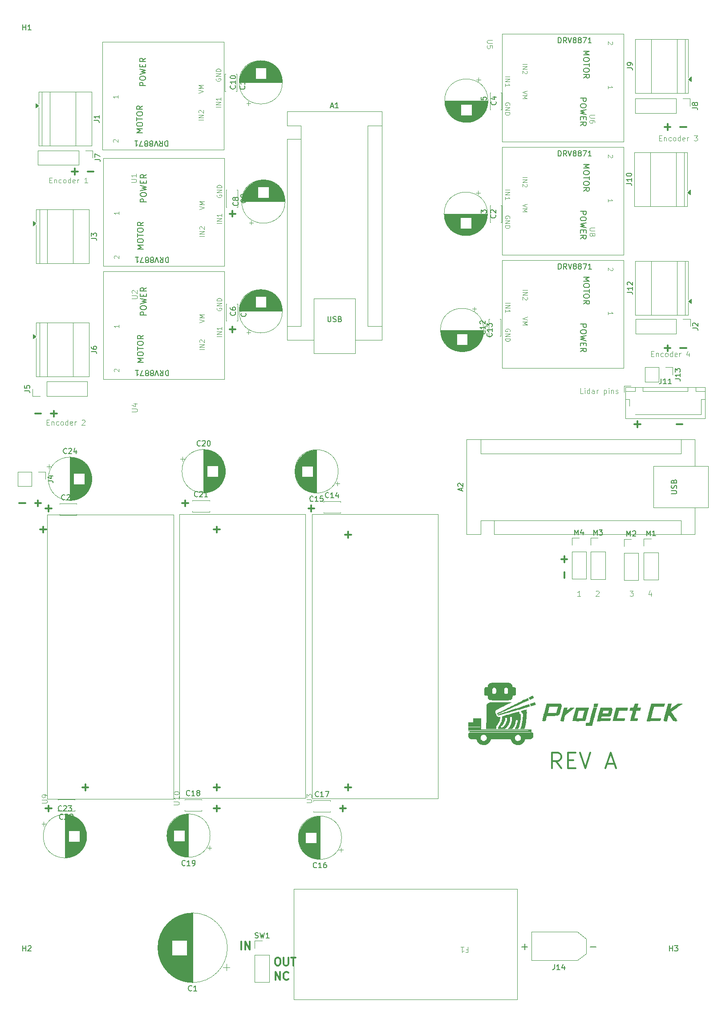
<source format=gbr>
%TF.GenerationSoftware,KiCad,Pcbnew,9.0.6*%
%TF.CreationDate,2025-12-16T10:50:29+01:00*%
%TF.ProjectId,Microver2025,4d696372-6f76-4657-9232-3032352e6b69,rev?*%
%TF.SameCoordinates,Original*%
%TF.FileFunction,Legend,Top*%
%TF.FilePolarity,Positive*%
%FSLAX46Y46*%
G04 Gerber Fmt 4.6, Leading zero omitted, Abs format (unit mm)*
G04 Created by KiCad (PCBNEW 9.0.6) date 2025-12-16 10:50:29*
%MOMM*%
%LPD*%
G01*
G04 APERTURE LIST*
%ADD10C,0.100000*%
%ADD11C,0.300000*%
%ADD12C,0.150000*%
%ADD13C,0.121920*%
%ADD14C,0.137160*%
%ADD15C,0.152400*%
%ADD16C,0.120000*%
%ADD17C,0.000000*%
G04 APERTURE END LIST*
D10*
X210803884Y-92848609D02*
X211137217Y-92848609D01*
X211280074Y-93372419D02*
X210803884Y-93372419D01*
X210803884Y-93372419D02*
X210803884Y-92372419D01*
X210803884Y-92372419D02*
X211280074Y-92372419D01*
X211708646Y-92705752D02*
X211708646Y-93372419D01*
X211708646Y-92800990D02*
X211756265Y-92753371D01*
X211756265Y-92753371D02*
X211851503Y-92705752D01*
X211851503Y-92705752D02*
X211994360Y-92705752D01*
X211994360Y-92705752D02*
X212089598Y-92753371D01*
X212089598Y-92753371D02*
X212137217Y-92848609D01*
X212137217Y-92848609D02*
X212137217Y-93372419D01*
X213041979Y-93324800D02*
X212946741Y-93372419D01*
X212946741Y-93372419D02*
X212756265Y-93372419D01*
X212756265Y-93372419D02*
X212661027Y-93324800D01*
X212661027Y-93324800D02*
X212613408Y-93277180D01*
X212613408Y-93277180D02*
X212565789Y-93181942D01*
X212565789Y-93181942D02*
X212565789Y-92896228D01*
X212565789Y-92896228D02*
X212613408Y-92800990D01*
X212613408Y-92800990D02*
X212661027Y-92753371D01*
X212661027Y-92753371D02*
X212756265Y-92705752D01*
X212756265Y-92705752D02*
X212946741Y-92705752D01*
X212946741Y-92705752D02*
X213041979Y-92753371D01*
X213613408Y-93372419D02*
X213518170Y-93324800D01*
X213518170Y-93324800D02*
X213470551Y-93277180D01*
X213470551Y-93277180D02*
X213422932Y-93181942D01*
X213422932Y-93181942D02*
X213422932Y-92896228D01*
X213422932Y-92896228D02*
X213470551Y-92800990D01*
X213470551Y-92800990D02*
X213518170Y-92753371D01*
X213518170Y-92753371D02*
X213613408Y-92705752D01*
X213613408Y-92705752D02*
X213756265Y-92705752D01*
X213756265Y-92705752D02*
X213851503Y-92753371D01*
X213851503Y-92753371D02*
X213899122Y-92800990D01*
X213899122Y-92800990D02*
X213946741Y-92896228D01*
X213946741Y-92896228D02*
X213946741Y-93181942D01*
X213946741Y-93181942D02*
X213899122Y-93277180D01*
X213899122Y-93277180D02*
X213851503Y-93324800D01*
X213851503Y-93324800D02*
X213756265Y-93372419D01*
X213756265Y-93372419D02*
X213613408Y-93372419D01*
X214803884Y-93372419D02*
X214803884Y-92372419D01*
X214803884Y-93324800D02*
X214708646Y-93372419D01*
X214708646Y-93372419D02*
X214518170Y-93372419D01*
X214518170Y-93372419D02*
X214422932Y-93324800D01*
X214422932Y-93324800D02*
X214375313Y-93277180D01*
X214375313Y-93277180D02*
X214327694Y-93181942D01*
X214327694Y-93181942D02*
X214327694Y-92896228D01*
X214327694Y-92896228D02*
X214375313Y-92800990D01*
X214375313Y-92800990D02*
X214422932Y-92753371D01*
X214422932Y-92753371D02*
X214518170Y-92705752D01*
X214518170Y-92705752D02*
X214708646Y-92705752D01*
X214708646Y-92705752D02*
X214803884Y-92753371D01*
X215661027Y-93324800D02*
X215565789Y-93372419D01*
X215565789Y-93372419D02*
X215375313Y-93372419D01*
X215375313Y-93372419D02*
X215280075Y-93324800D01*
X215280075Y-93324800D02*
X215232456Y-93229561D01*
X215232456Y-93229561D02*
X215232456Y-92848609D01*
X215232456Y-92848609D02*
X215280075Y-92753371D01*
X215280075Y-92753371D02*
X215375313Y-92705752D01*
X215375313Y-92705752D02*
X215565789Y-92705752D01*
X215565789Y-92705752D02*
X215661027Y-92753371D01*
X215661027Y-92753371D02*
X215708646Y-92848609D01*
X215708646Y-92848609D02*
X215708646Y-92943847D01*
X215708646Y-92943847D02*
X215232456Y-93039085D01*
X216137218Y-93372419D02*
X216137218Y-92705752D01*
X216137218Y-92896228D02*
X216184837Y-92800990D01*
X216184837Y-92800990D02*
X216232456Y-92753371D01*
X216232456Y-92753371D02*
X216327694Y-92705752D01*
X216327694Y-92705752D02*
X216422932Y-92705752D01*
X217946742Y-92705752D02*
X217946742Y-93372419D01*
X217708647Y-92324800D02*
X217470552Y-93039085D01*
X217470552Y-93039085D02*
X218089599Y-93039085D01*
X212303884Y-51848609D02*
X212637217Y-51848609D01*
X212780074Y-52372419D02*
X212303884Y-52372419D01*
X212303884Y-52372419D02*
X212303884Y-51372419D01*
X212303884Y-51372419D02*
X212780074Y-51372419D01*
X213208646Y-51705752D02*
X213208646Y-52372419D01*
X213208646Y-51800990D02*
X213256265Y-51753371D01*
X213256265Y-51753371D02*
X213351503Y-51705752D01*
X213351503Y-51705752D02*
X213494360Y-51705752D01*
X213494360Y-51705752D02*
X213589598Y-51753371D01*
X213589598Y-51753371D02*
X213637217Y-51848609D01*
X213637217Y-51848609D02*
X213637217Y-52372419D01*
X214541979Y-52324800D02*
X214446741Y-52372419D01*
X214446741Y-52372419D02*
X214256265Y-52372419D01*
X214256265Y-52372419D02*
X214161027Y-52324800D01*
X214161027Y-52324800D02*
X214113408Y-52277180D01*
X214113408Y-52277180D02*
X214065789Y-52181942D01*
X214065789Y-52181942D02*
X214065789Y-51896228D01*
X214065789Y-51896228D02*
X214113408Y-51800990D01*
X214113408Y-51800990D02*
X214161027Y-51753371D01*
X214161027Y-51753371D02*
X214256265Y-51705752D01*
X214256265Y-51705752D02*
X214446741Y-51705752D01*
X214446741Y-51705752D02*
X214541979Y-51753371D01*
X215113408Y-52372419D02*
X215018170Y-52324800D01*
X215018170Y-52324800D02*
X214970551Y-52277180D01*
X214970551Y-52277180D02*
X214922932Y-52181942D01*
X214922932Y-52181942D02*
X214922932Y-51896228D01*
X214922932Y-51896228D02*
X214970551Y-51800990D01*
X214970551Y-51800990D02*
X215018170Y-51753371D01*
X215018170Y-51753371D02*
X215113408Y-51705752D01*
X215113408Y-51705752D02*
X215256265Y-51705752D01*
X215256265Y-51705752D02*
X215351503Y-51753371D01*
X215351503Y-51753371D02*
X215399122Y-51800990D01*
X215399122Y-51800990D02*
X215446741Y-51896228D01*
X215446741Y-51896228D02*
X215446741Y-52181942D01*
X215446741Y-52181942D02*
X215399122Y-52277180D01*
X215399122Y-52277180D02*
X215351503Y-52324800D01*
X215351503Y-52324800D02*
X215256265Y-52372419D01*
X215256265Y-52372419D02*
X215113408Y-52372419D01*
X216303884Y-52372419D02*
X216303884Y-51372419D01*
X216303884Y-52324800D02*
X216208646Y-52372419D01*
X216208646Y-52372419D02*
X216018170Y-52372419D01*
X216018170Y-52372419D02*
X215922932Y-52324800D01*
X215922932Y-52324800D02*
X215875313Y-52277180D01*
X215875313Y-52277180D02*
X215827694Y-52181942D01*
X215827694Y-52181942D02*
X215827694Y-51896228D01*
X215827694Y-51896228D02*
X215875313Y-51800990D01*
X215875313Y-51800990D02*
X215922932Y-51753371D01*
X215922932Y-51753371D02*
X216018170Y-51705752D01*
X216018170Y-51705752D02*
X216208646Y-51705752D01*
X216208646Y-51705752D02*
X216303884Y-51753371D01*
X217161027Y-52324800D02*
X217065789Y-52372419D01*
X217065789Y-52372419D02*
X216875313Y-52372419D01*
X216875313Y-52372419D02*
X216780075Y-52324800D01*
X216780075Y-52324800D02*
X216732456Y-52229561D01*
X216732456Y-52229561D02*
X216732456Y-51848609D01*
X216732456Y-51848609D02*
X216780075Y-51753371D01*
X216780075Y-51753371D02*
X216875313Y-51705752D01*
X216875313Y-51705752D02*
X217065789Y-51705752D01*
X217065789Y-51705752D02*
X217161027Y-51753371D01*
X217161027Y-51753371D02*
X217208646Y-51848609D01*
X217208646Y-51848609D02*
X217208646Y-51943847D01*
X217208646Y-51943847D02*
X216732456Y-52039085D01*
X217637218Y-52372419D02*
X217637218Y-51705752D01*
X217637218Y-51896228D02*
X217684837Y-51800990D01*
X217684837Y-51800990D02*
X217732456Y-51753371D01*
X217732456Y-51753371D02*
X217827694Y-51705752D01*
X217827694Y-51705752D02*
X217922932Y-51705752D01*
X218922933Y-51372419D02*
X219541980Y-51372419D01*
X219541980Y-51372419D02*
X219208647Y-51753371D01*
X219208647Y-51753371D02*
X219351504Y-51753371D01*
X219351504Y-51753371D02*
X219446742Y-51800990D01*
X219446742Y-51800990D02*
X219494361Y-51848609D01*
X219494361Y-51848609D02*
X219541980Y-51943847D01*
X219541980Y-51943847D02*
X219541980Y-52181942D01*
X219541980Y-52181942D02*
X219494361Y-52277180D01*
X219494361Y-52277180D02*
X219446742Y-52324800D01*
X219446742Y-52324800D02*
X219351504Y-52372419D01*
X219351504Y-52372419D02*
X219065790Y-52372419D01*
X219065790Y-52372419D02*
X218970552Y-52324800D01*
X218970552Y-52324800D02*
X218922933Y-52277180D01*
X95803884Y-105848609D02*
X96137217Y-105848609D01*
X96280074Y-106372419D02*
X95803884Y-106372419D01*
X95803884Y-106372419D02*
X95803884Y-105372419D01*
X95803884Y-105372419D02*
X96280074Y-105372419D01*
X96708646Y-105705752D02*
X96708646Y-106372419D01*
X96708646Y-105800990D02*
X96756265Y-105753371D01*
X96756265Y-105753371D02*
X96851503Y-105705752D01*
X96851503Y-105705752D02*
X96994360Y-105705752D01*
X96994360Y-105705752D02*
X97089598Y-105753371D01*
X97089598Y-105753371D02*
X97137217Y-105848609D01*
X97137217Y-105848609D02*
X97137217Y-106372419D01*
X98041979Y-106324800D02*
X97946741Y-106372419D01*
X97946741Y-106372419D02*
X97756265Y-106372419D01*
X97756265Y-106372419D02*
X97661027Y-106324800D01*
X97661027Y-106324800D02*
X97613408Y-106277180D01*
X97613408Y-106277180D02*
X97565789Y-106181942D01*
X97565789Y-106181942D02*
X97565789Y-105896228D01*
X97565789Y-105896228D02*
X97613408Y-105800990D01*
X97613408Y-105800990D02*
X97661027Y-105753371D01*
X97661027Y-105753371D02*
X97756265Y-105705752D01*
X97756265Y-105705752D02*
X97946741Y-105705752D01*
X97946741Y-105705752D02*
X98041979Y-105753371D01*
X98613408Y-106372419D02*
X98518170Y-106324800D01*
X98518170Y-106324800D02*
X98470551Y-106277180D01*
X98470551Y-106277180D02*
X98422932Y-106181942D01*
X98422932Y-106181942D02*
X98422932Y-105896228D01*
X98422932Y-105896228D02*
X98470551Y-105800990D01*
X98470551Y-105800990D02*
X98518170Y-105753371D01*
X98518170Y-105753371D02*
X98613408Y-105705752D01*
X98613408Y-105705752D02*
X98756265Y-105705752D01*
X98756265Y-105705752D02*
X98851503Y-105753371D01*
X98851503Y-105753371D02*
X98899122Y-105800990D01*
X98899122Y-105800990D02*
X98946741Y-105896228D01*
X98946741Y-105896228D02*
X98946741Y-106181942D01*
X98946741Y-106181942D02*
X98899122Y-106277180D01*
X98899122Y-106277180D02*
X98851503Y-106324800D01*
X98851503Y-106324800D02*
X98756265Y-106372419D01*
X98756265Y-106372419D02*
X98613408Y-106372419D01*
X99803884Y-106372419D02*
X99803884Y-105372419D01*
X99803884Y-106324800D02*
X99708646Y-106372419D01*
X99708646Y-106372419D02*
X99518170Y-106372419D01*
X99518170Y-106372419D02*
X99422932Y-106324800D01*
X99422932Y-106324800D02*
X99375313Y-106277180D01*
X99375313Y-106277180D02*
X99327694Y-106181942D01*
X99327694Y-106181942D02*
X99327694Y-105896228D01*
X99327694Y-105896228D02*
X99375313Y-105800990D01*
X99375313Y-105800990D02*
X99422932Y-105753371D01*
X99422932Y-105753371D02*
X99518170Y-105705752D01*
X99518170Y-105705752D02*
X99708646Y-105705752D01*
X99708646Y-105705752D02*
X99803884Y-105753371D01*
X100661027Y-106324800D02*
X100565789Y-106372419D01*
X100565789Y-106372419D02*
X100375313Y-106372419D01*
X100375313Y-106372419D02*
X100280075Y-106324800D01*
X100280075Y-106324800D02*
X100232456Y-106229561D01*
X100232456Y-106229561D02*
X100232456Y-105848609D01*
X100232456Y-105848609D02*
X100280075Y-105753371D01*
X100280075Y-105753371D02*
X100375313Y-105705752D01*
X100375313Y-105705752D02*
X100565789Y-105705752D01*
X100565789Y-105705752D02*
X100661027Y-105753371D01*
X100661027Y-105753371D02*
X100708646Y-105848609D01*
X100708646Y-105848609D02*
X100708646Y-105943847D01*
X100708646Y-105943847D02*
X100232456Y-106039085D01*
X101137218Y-106372419D02*
X101137218Y-105705752D01*
X101137218Y-105896228D02*
X101184837Y-105800990D01*
X101184837Y-105800990D02*
X101232456Y-105753371D01*
X101232456Y-105753371D02*
X101327694Y-105705752D01*
X101327694Y-105705752D02*
X101422932Y-105705752D01*
X102470552Y-105467657D02*
X102518171Y-105420038D01*
X102518171Y-105420038D02*
X102613409Y-105372419D01*
X102613409Y-105372419D02*
X102851504Y-105372419D01*
X102851504Y-105372419D02*
X102946742Y-105420038D01*
X102946742Y-105420038D02*
X102994361Y-105467657D01*
X102994361Y-105467657D02*
X103041980Y-105562895D01*
X103041980Y-105562895D02*
X103041980Y-105658133D01*
X103041980Y-105658133D02*
X102994361Y-105800990D01*
X102994361Y-105800990D02*
X102422933Y-106372419D01*
X102422933Y-106372419D02*
X103041980Y-106372419D01*
X96303884Y-59848609D02*
X96637217Y-59848609D01*
X96780074Y-60372419D02*
X96303884Y-60372419D01*
X96303884Y-60372419D02*
X96303884Y-59372419D01*
X96303884Y-59372419D02*
X96780074Y-59372419D01*
X97208646Y-59705752D02*
X97208646Y-60372419D01*
X97208646Y-59800990D02*
X97256265Y-59753371D01*
X97256265Y-59753371D02*
X97351503Y-59705752D01*
X97351503Y-59705752D02*
X97494360Y-59705752D01*
X97494360Y-59705752D02*
X97589598Y-59753371D01*
X97589598Y-59753371D02*
X97637217Y-59848609D01*
X97637217Y-59848609D02*
X97637217Y-60372419D01*
X98541979Y-60324800D02*
X98446741Y-60372419D01*
X98446741Y-60372419D02*
X98256265Y-60372419D01*
X98256265Y-60372419D02*
X98161027Y-60324800D01*
X98161027Y-60324800D02*
X98113408Y-60277180D01*
X98113408Y-60277180D02*
X98065789Y-60181942D01*
X98065789Y-60181942D02*
X98065789Y-59896228D01*
X98065789Y-59896228D02*
X98113408Y-59800990D01*
X98113408Y-59800990D02*
X98161027Y-59753371D01*
X98161027Y-59753371D02*
X98256265Y-59705752D01*
X98256265Y-59705752D02*
X98446741Y-59705752D01*
X98446741Y-59705752D02*
X98541979Y-59753371D01*
X99113408Y-60372419D02*
X99018170Y-60324800D01*
X99018170Y-60324800D02*
X98970551Y-60277180D01*
X98970551Y-60277180D02*
X98922932Y-60181942D01*
X98922932Y-60181942D02*
X98922932Y-59896228D01*
X98922932Y-59896228D02*
X98970551Y-59800990D01*
X98970551Y-59800990D02*
X99018170Y-59753371D01*
X99018170Y-59753371D02*
X99113408Y-59705752D01*
X99113408Y-59705752D02*
X99256265Y-59705752D01*
X99256265Y-59705752D02*
X99351503Y-59753371D01*
X99351503Y-59753371D02*
X99399122Y-59800990D01*
X99399122Y-59800990D02*
X99446741Y-59896228D01*
X99446741Y-59896228D02*
X99446741Y-60181942D01*
X99446741Y-60181942D02*
X99399122Y-60277180D01*
X99399122Y-60277180D02*
X99351503Y-60324800D01*
X99351503Y-60324800D02*
X99256265Y-60372419D01*
X99256265Y-60372419D02*
X99113408Y-60372419D01*
X100303884Y-60372419D02*
X100303884Y-59372419D01*
X100303884Y-60324800D02*
X100208646Y-60372419D01*
X100208646Y-60372419D02*
X100018170Y-60372419D01*
X100018170Y-60372419D02*
X99922932Y-60324800D01*
X99922932Y-60324800D02*
X99875313Y-60277180D01*
X99875313Y-60277180D02*
X99827694Y-60181942D01*
X99827694Y-60181942D02*
X99827694Y-59896228D01*
X99827694Y-59896228D02*
X99875313Y-59800990D01*
X99875313Y-59800990D02*
X99922932Y-59753371D01*
X99922932Y-59753371D02*
X100018170Y-59705752D01*
X100018170Y-59705752D02*
X100208646Y-59705752D01*
X100208646Y-59705752D02*
X100303884Y-59753371D01*
X101161027Y-60324800D02*
X101065789Y-60372419D01*
X101065789Y-60372419D02*
X100875313Y-60372419D01*
X100875313Y-60372419D02*
X100780075Y-60324800D01*
X100780075Y-60324800D02*
X100732456Y-60229561D01*
X100732456Y-60229561D02*
X100732456Y-59848609D01*
X100732456Y-59848609D02*
X100780075Y-59753371D01*
X100780075Y-59753371D02*
X100875313Y-59705752D01*
X100875313Y-59705752D02*
X101065789Y-59705752D01*
X101065789Y-59705752D02*
X101161027Y-59753371D01*
X101161027Y-59753371D02*
X101208646Y-59848609D01*
X101208646Y-59848609D02*
X101208646Y-59943847D01*
X101208646Y-59943847D02*
X100732456Y-60039085D01*
X101637218Y-60372419D02*
X101637218Y-59705752D01*
X101637218Y-59896228D02*
X101684837Y-59800990D01*
X101684837Y-59800990D02*
X101732456Y-59753371D01*
X101732456Y-59753371D02*
X101827694Y-59705752D01*
X101827694Y-59705752D02*
X101922932Y-59705752D01*
X103541980Y-60372419D02*
X102970552Y-60372419D01*
X103256266Y-60372419D02*
X103256266Y-59372419D01*
X103256266Y-59372419D02*
X103161028Y-59515276D01*
X103161028Y-59515276D02*
X103065790Y-59610514D01*
X103065790Y-59610514D02*
X102970552Y-59658133D01*
X197780074Y-100372419D02*
X197303884Y-100372419D01*
X197303884Y-100372419D02*
X197303884Y-99372419D01*
X198113408Y-100372419D02*
X198113408Y-99705752D01*
X198113408Y-99372419D02*
X198065789Y-99420038D01*
X198065789Y-99420038D02*
X198113408Y-99467657D01*
X198113408Y-99467657D02*
X198161027Y-99420038D01*
X198161027Y-99420038D02*
X198113408Y-99372419D01*
X198113408Y-99372419D02*
X198113408Y-99467657D01*
X199018169Y-100372419D02*
X199018169Y-99372419D01*
X199018169Y-100324800D02*
X198922931Y-100372419D01*
X198922931Y-100372419D02*
X198732455Y-100372419D01*
X198732455Y-100372419D02*
X198637217Y-100324800D01*
X198637217Y-100324800D02*
X198589598Y-100277180D01*
X198589598Y-100277180D02*
X198541979Y-100181942D01*
X198541979Y-100181942D02*
X198541979Y-99896228D01*
X198541979Y-99896228D02*
X198589598Y-99800990D01*
X198589598Y-99800990D02*
X198637217Y-99753371D01*
X198637217Y-99753371D02*
X198732455Y-99705752D01*
X198732455Y-99705752D02*
X198922931Y-99705752D01*
X198922931Y-99705752D02*
X199018169Y-99753371D01*
X199922931Y-100372419D02*
X199922931Y-99848609D01*
X199922931Y-99848609D02*
X199875312Y-99753371D01*
X199875312Y-99753371D02*
X199780074Y-99705752D01*
X199780074Y-99705752D02*
X199589598Y-99705752D01*
X199589598Y-99705752D02*
X199494360Y-99753371D01*
X199922931Y-100324800D02*
X199827693Y-100372419D01*
X199827693Y-100372419D02*
X199589598Y-100372419D01*
X199589598Y-100372419D02*
X199494360Y-100324800D01*
X199494360Y-100324800D02*
X199446741Y-100229561D01*
X199446741Y-100229561D02*
X199446741Y-100134323D01*
X199446741Y-100134323D02*
X199494360Y-100039085D01*
X199494360Y-100039085D02*
X199589598Y-99991466D01*
X199589598Y-99991466D02*
X199827693Y-99991466D01*
X199827693Y-99991466D02*
X199922931Y-99943847D01*
X200399122Y-100372419D02*
X200399122Y-99705752D01*
X200399122Y-99896228D02*
X200446741Y-99800990D01*
X200446741Y-99800990D02*
X200494360Y-99753371D01*
X200494360Y-99753371D02*
X200589598Y-99705752D01*
X200589598Y-99705752D02*
X200684836Y-99705752D01*
X201780075Y-99705752D02*
X201780075Y-100705752D01*
X201780075Y-99753371D02*
X201875313Y-99705752D01*
X201875313Y-99705752D02*
X202065789Y-99705752D01*
X202065789Y-99705752D02*
X202161027Y-99753371D01*
X202161027Y-99753371D02*
X202208646Y-99800990D01*
X202208646Y-99800990D02*
X202256265Y-99896228D01*
X202256265Y-99896228D02*
X202256265Y-100181942D01*
X202256265Y-100181942D02*
X202208646Y-100277180D01*
X202208646Y-100277180D02*
X202161027Y-100324800D01*
X202161027Y-100324800D02*
X202065789Y-100372419D01*
X202065789Y-100372419D02*
X201875313Y-100372419D01*
X201875313Y-100372419D02*
X201780075Y-100324800D01*
X202684837Y-100372419D02*
X202684837Y-99705752D01*
X202684837Y-99372419D02*
X202637218Y-99420038D01*
X202637218Y-99420038D02*
X202684837Y-99467657D01*
X202684837Y-99467657D02*
X202732456Y-99420038D01*
X202732456Y-99420038D02*
X202684837Y-99372419D01*
X202684837Y-99372419D02*
X202684837Y-99467657D01*
X203161027Y-99705752D02*
X203161027Y-100372419D01*
X203161027Y-99800990D02*
X203208646Y-99753371D01*
X203208646Y-99753371D02*
X203303884Y-99705752D01*
X203303884Y-99705752D02*
X203446741Y-99705752D01*
X203446741Y-99705752D02*
X203541979Y-99753371D01*
X203541979Y-99753371D02*
X203589598Y-99848609D01*
X203589598Y-99848609D02*
X203589598Y-100372419D01*
X204018170Y-100324800D02*
X204113408Y-100372419D01*
X204113408Y-100372419D02*
X204303884Y-100372419D01*
X204303884Y-100372419D02*
X204399122Y-100324800D01*
X204399122Y-100324800D02*
X204446741Y-100229561D01*
X204446741Y-100229561D02*
X204446741Y-100181942D01*
X204446741Y-100181942D02*
X204399122Y-100086704D01*
X204399122Y-100086704D02*
X204303884Y-100039085D01*
X204303884Y-100039085D02*
X204161027Y-100039085D01*
X204161027Y-100039085D02*
X204065789Y-99991466D01*
X204065789Y-99991466D02*
X204018170Y-99896228D01*
X204018170Y-99896228D02*
X204018170Y-99848609D01*
X204018170Y-99848609D02*
X204065789Y-99753371D01*
X204065789Y-99753371D02*
X204161027Y-99705752D01*
X204161027Y-99705752D02*
X204303884Y-99705752D01*
X204303884Y-99705752D02*
X204399122Y-99753371D01*
X210732455Y-138205752D02*
X210732455Y-138872419D01*
X210494360Y-137824800D02*
X210256265Y-138539085D01*
X210256265Y-138539085D02*
X210875312Y-138539085D01*
X206708646Y-137872419D02*
X207327693Y-137872419D01*
X207327693Y-137872419D02*
X206994360Y-138253371D01*
X206994360Y-138253371D02*
X207137217Y-138253371D01*
X207137217Y-138253371D02*
X207232455Y-138300990D01*
X207232455Y-138300990D02*
X207280074Y-138348609D01*
X207280074Y-138348609D02*
X207327693Y-138443847D01*
X207327693Y-138443847D02*
X207327693Y-138681942D01*
X207327693Y-138681942D02*
X207280074Y-138777180D01*
X207280074Y-138777180D02*
X207232455Y-138824800D01*
X207232455Y-138824800D02*
X207137217Y-138872419D01*
X207137217Y-138872419D02*
X206851503Y-138872419D01*
X206851503Y-138872419D02*
X206756265Y-138824800D01*
X206756265Y-138824800D02*
X206708646Y-138777180D01*
X200256265Y-137967657D02*
X200303884Y-137920038D01*
X200303884Y-137920038D02*
X200399122Y-137872419D01*
X200399122Y-137872419D02*
X200637217Y-137872419D01*
X200637217Y-137872419D02*
X200732455Y-137920038D01*
X200732455Y-137920038D02*
X200780074Y-137967657D01*
X200780074Y-137967657D02*
X200827693Y-138062895D01*
X200827693Y-138062895D02*
X200827693Y-138158133D01*
X200827693Y-138158133D02*
X200780074Y-138300990D01*
X200780074Y-138300990D02*
X200208646Y-138872419D01*
X200208646Y-138872419D02*
X200827693Y-138872419D01*
X197327693Y-138872419D02*
X196756265Y-138872419D01*
X197041979Y-138872419D02*
X197041979Y-137872419D01*
X197041979Y-137872419D02*
X196946741Y-138015276D01*
X196946741Y-138015276D02*
X196851503Y-138110514D01*
X196851503Y-138110514D02*
X196756265Y-138158133D01*
D11*
X100554510Y-58229400D02*
X101697368Y-58229400D01*
X101125939Y-58800828D02*
X101125939Y-57657971D01*
X132804510Y-206050828D02*
X132804510Y-204550828D01*
X133518796Y-206050828D02*
X133518796Y-204550828D01*
X133518796Y-204550828D02*
X134375939Y-206050828D01*
X134375939Y-206050828D02*
X134375939Y-204550828D01*
X90554510Y-121229400D02*
X91697368Y-121229400D01*
X103554510Y-58229400D02*
X104697368Y-58229400D01*
X215554510Y-106229400D02*
X216697368Y-106229400D01*
X93554510Y-104229400D02*
X94697368Y-104229400D01*
X94554510Y-126229400D02*
X95697368Y-126229400D01*
X95125939Y-126800828D02*
X95125939Y-125657971D01*
X217445489Y-49770600D02*
X216302632Y-49770600D01*
X96554510Y-104229400D02*
X97697368Y-104229400D01*
X97125939Y-104800828D02*
X97125939Y-103657971D01*
X139590225Y-207550828D02*
X139875939Y-207550828D01*
X139875939Y-207550828D02*
X140018796Y-207622257D01*
X140018796Y-207622257D02*
X140161653Y-207765114D01*
X140161653Y-207765114D02*
X140233082Y-208050828D01*
X140233082Y-208050828D02*
X140233082Y-208550828D01*
X140233082Y-208550828D02*
X140161653Y-208836542D01*
X140161653Y-208836542D02*
X140018796Y-208979400D01*
X140018796Y-208979400D02*
X139875939Y-209050828D01*
X139875939Y-209050828D02*
X139590225Y-209050828D01*
X139590225Y-209050828D02*
X139447368Y-208979400D01*
X139447368Y-208979400D02*
X139304510Y-208836542D01*
X139304510Y-208836542D02*
X139233082Y-208550828D01*
X139233082Y-208550828D02*
X139233082Y-208050828D01*
X139233082Y-208050828D02*
X139304510Y-207765114D01*
X139304510Y-207765114D02*
X139447368Y-207622257D01*
X139447368Y-207622257D02*
X139590225Y-207550828D01*
X140875939Y-207550828D02*
X140875939Y-208765114D01*
X140875939Y-208765114D02*
X140947368Y-208907971D01*
X140947368Y-208907971D02*
X141018797Y-208979400D01*
X141018797Y-208979400D02*
X141161654Y-209050828D01*
X141161654Y-209050828D02*
X141447368Y-209050828D01*
X141447368Y-209050828D02*
X141590225Y-208979400D01*
X141590225Y-208979400D02*
X141661654Y-208907971D01*
X141661654Y-208907971D02*
X141733082Y-208765114D01*
X141733082Y-208765114D02*
X141733082Y-207550828D01*
X142233083Y-207550828D02*
X143090226Y-207550828D01*
X142661654Y-209050828D02*
X142661654Y-207550828D01*
X152554510Y-175229400D02*
X153697368Y-175229400D01*
X153125939Y-175800828D02*
X153125939Y-174657971D01*
X127554510Y-175229400D02*
X128697368Y-175229400D01*
X128125939Y-175800828D02*
X128125939Y-174657971D01*
X130554510Y-66229400D02*
X131697368Y-66229400D01*
X131125939Y-66800828D02*
X131125939Y-65657971D01*
X145554510Y-122229400D02*
X146697368Y-122229400D01*
X146125939Y-122800828D02*
X146125939Y-121657971D01*
X194229400Y-132445489D02*
X194229400Y-131302632D01*
X194800828Y-131874060D02*
X193657971Y-131874060D01*
X214445489Y-49770600D02*
X213302632Y-49770600D01*
X213874060Y-49199171D02*
X213874060Y-50342028D01*
X127554510Y-179229400D02*
X128697368Y-179229400D01*
X128125939Y-179800828D02*
X128125939Y-178657971D01*
X194229400Y-135445489D02*
X194229400Y-134302632D01*
X121554510Y-121229400D02*
X122697368Y-121229400D01*
X122125939Y-121800828D02*
X122125939Y-120657971D01*
X207554510Y-106229400D02*
X208697368Y-106229400D01*
X208125939Y-106800828D02*
X208125939Y-105657971D01*
X152554510Y-127229400D02*
X153697368Y-127229400D01*
X153125939Y-127800828D02*
X153125939Y-126657971D01*
X95554510Y-122229400D02*
X96697368Y-122229400D01*
X96125939Y-122800828D02*
X96125939Y-121657971D01*
X127554510Y-126229400D02*
X128697368Y-126229400D01*
X128125939Y-126800828D02*
X128125939Y-125657971D01*
X217445489Y-91770600D02*
X216302632Y-91770600D01*
X214445489Y-91770600D02*
X213302632Y-91770600D01*
X213874060Y-91199171D02*
X213874060Y-92342028D01*
X130554510Y-88229400D02*
X131697368Y-88229400D01*
X131125939Y-88800828D02*
X131125939Y-87657971D01*
X102554510Y-175229400D02*
X103697368Y-175229400D01*
X103125939Y-175800828D02*
X103125939Y-174657971D01*
X193625939Y-171617257D02*
X192625939Y-170188685D01*
X191911653Y-171617257D02*
X191911653Y-168617257D01*
X191911653Y-168617257D02*
X193054510Y-168617257D01*
X193054510Y-168617257D02*
X193340225Y-168760114D01*
X193340225Y-168760114D02*
X193483082Y-168902971D01*
X193483082Y-168902971D02*
X193625939Y-169188685D01*
X193625939Y-169188685D02*
X193625939Y-169617257D01*
X193625939Y-169617257D02*
X193483082Y-169902971D01*
X193483082Y-169902971D02*
X193340225Y-170045828D01*
X193340225Y-170045828D02*
X193054510Y-170188685D01*
X193054510Y-170188685D02*
X191911653Y-170188685D01*
X194911653Y-170045828D02*
X195911653Y-170045828D01*
X196340225Y-171617257D02*
X194911653Y-171617257D01*
X194911653Y-171617257D02*
X194911653Y-168617257D01*
X194911653Y-168617257D02*
X196340225Y-168617257D01*
X197197368Y-168617257D02*
X198197368Y-171617257D01*
X198197368Y-171617257D02*
X199197368Y-168617257D01*
X202340225Y-170760114D02*
X203768797Y-170760114D01*
X202054511Y-171617257D02*
X203054511Y-168617257D01*
X203054511Y-168617257D02*
X204054511Y-171617257D01*
X139304510Y-211800828D02*
X139304510Y-210300828D01*
X139304510Y-210300828D02*
X140161653Y-211800828D01*
X140161653Y-211800828D02*
X140161653Y-210300828D01*
X141733082Y-211657971D02*
X141661654Y-211729400D01*
X141661654Y-211729400D02*
X141447368Y-211800828D01*
X141447368Y-211800828D02*
X141304511Y-211800828D01*
X141304511Y-211800828D02*
X141090225Y-211729400D01*
X141090225Y-211729400D02*
X140947368Y-211586542D01*
X140947368Y-211586542D02*
X140875939Y-211443685D01*
X140875939Y-211443685D02*
X140804511Y-211157971D01*
X140804511Y-211157971D02*
X140804511Y-210943685D01*
X140804511Y-210943685D02*
X140875939Y-210657971D01*
X140875939Y-210657971D02*
X140947368Y-210515114D01*
X140947368Y-210515114D02*
X141090225Y-210372257D01*
X141090225Y-210372257D02*
X141304511Y-210300828D01*
X141304511Y-210300828D02*
X141447368Y-210300828D01*
X141447368Y-210300828D02*
X141661654Y-210372257D01*
X141661654Y-210372257D02*
X141733082Y-210443685D01*
X151554510Y-179229400D02*
X152697368Y-179229400D01*
X152125939Y-179800828D02*
X152125939Y-178657971D01*
X93554510Y-121229400D02*
X94697368Y-121229400D01*
X94125939Y-121800828D02*
X94125939Y-120657971D01*
X95554510Y-179229400D02*
X96697368Y-179229400D01*
X96125939Y-179800828D02*
X96125939Y-178657971D01*
D12*
X131609580Y-84916666D02*
X131657200Y-84964285D01*
X131657200Y-84964285D02*
X131704819Y-85107142D01*
X131704819Y-85107142D02*
X131704819Y-85202380D01*
X131704819Y-85202380D02*
X131657200Y-85345237D01*
X131657200Y-85345237D02*
X131561961Y-85440475D01*
X131561961Y-85440475D02*
X131466723Y-85488094D01*
X131466723Y-85488094D02*
X131276247Y-85535713D01*
X131276247Y-85535713D02*
X131133390Y-85535713D01*
X131133390Y-85535713D02*
X130942914Y-85488094D01*
X130942914Y-85488094D02*
X130847676Y-85440475D01*
X130847676Y-85440475D02*
X130752438Y-85345237D01*
X130752438Y-85345237D02*
X130704819Y-85202380D01*
X130704819Y-85202380D02*
X130704819Y-85107142D01*
X130704819Y-85107142D02*
X130752438Y-84964285D01*
X130752438Y-84964285D02*
X130800057Y-84916666D01*
X130704819Y-84059523D02*
X130704819Y-84249999D01*
X130704819Y-84249999D02*
X130752438Y-84345237D01*
X130752438Y-84345237D02*
X130800057Y-84392856D01*
X130800057Y-84392856D02*
X130942914Y-84488094D01*
X130942914Y-84488094D02*
X131133390Y-84535713D01*
X131133390Y-84535713D02*
X131514342Y-84535713D01*
X131514342Y-84535713D02*
X131609580Y-84488094D01*
X131609580Y-84488094D02*
X131657200Y-84440475D01*
X131657200Y-84440475D02*
X131704819Y-84345237D01*
X131704819Y-84345237D02*
X131704819Y-84154761D01*
X131704819Y-84154761D02*
X131657200Y-84059523D01*
X131657200Y-84059523D02*
X131609580Y-84011904D01*
X131609580Y-84011904D02*
X131514342Y-83964285D01*
X131514342Y-83964285D02*
X131276247Y-83964285D01*
X131276247Y-83964285D02*
X131181009Y-84011904D01*
X131181009Y-84011904D02*
X131133390Y-84059523D01*
X131133390Y-84059523D02*
X131085771Y-84154761D01*
X131085771Y-84154761D02*
X131085771Y-84345237D01*
X131085771Y-84345237D02*
X131133390Y-84440475D01*
X131133390Y-84440475D02*
X131181009Y-84488094D01*
X131181009Y-84488094D02*
X131276247Y-84535713D01*
X147107142Y-190399580D02*
X147059523Y-190447200D01*
X147059523Y-190447200D02*
X146916666Y-190494819D01*
X146916666Y-190494819D02*
X146821428Y-190494819D01*
X146821428Y-190494819D02*
X146678571Y-190447200D01*
X146678571Y-190447200D02*
X146583333Y-190351961D01*
X146583333Y-190351961D02*
X146535714Y-190256723D01*
X146535714Y-190256723D02*
X146488095Y-190066247D01*
X146488095Y-190066247D02*
X146488095Y-189923390D01*
X146488095Y-189923390D02*
X146535714Y-189732914D01*
X146535714Y-189732914D02*
X146583333Y-189637676D01*
X146583333Y-189637676D02*
X146678571Y-189542438D01*
X146678571Y-189542438D02*
X146821428Y-189494819D01*
X146821428Y-189494819D02*
X146916666Y-189494819D01*
X146916666Y-189494819D02*
X147059523Y-189542438D01*
X147059523Y-189542438D02*
X147107142Y-189590057D01*
X148059523Y-190494819D02*
X147488095Y-190494819D01*
X147773809Y-190494819D02*
X147773809Y-189494819D01*
X147773809Y-189494819D02*
X147678571Y-189637676D01*
X147678571Y-189637676D02*
X147583333Y-189732914D01*
X147583333Y-189732914D02*
X147488095Y-189780533D01*
X148916666Y-189494819D02*
X148726190Y-189494819D01*
X148726190Y-189494819D02*
X148630952Y-189542438D01*
X148630952Y-189542438D02*
X148583333Y-189590057D01*
X148583333Y-189590057D02*
X148488095Y-189732914D01*
X148488095Y-189732914D02*
X148440476Y-189923390D01*
X148440476Y-189923390D02*
X148440476Y-190304342D01*
X148440476Y-190304342D02*
X148488095Y-190399580D01*
X148488095Y-190399580D02*
X148535714Y-190447200D01*
X148535714Y-190447200D02*
X148630952Y-190494819D01*
X148630952Y-190494819D02*
X148821428Y-190494819D01*
X148821428Y-190494819D02*
X148916666Y-190447200D01*
X148916666Y-190447200D02*
X148964285Y-190399580D01*
X148964285Y-190399580D02*
X149011904Y-190304342D01*
X149011904Y-190304342D02*
X149011904Y-190066247D01*
X149011904Y-190066247D02*
X148964285Y-189971009D01*
X148964285Y-189971009D02*
X148916666Y-189923390D01*
X148916666Y-189923390D02*
X148821428Y-189875771D01*
X148821428Y-189875771D02*
X148630952Y-189875771D01*
X148630952Y-189875771D02*
X148535714Y-189923390D01*
X148535714Y-189923390D02*
X148488095Y-189971009D01*
X148488095Y-189971009D02*
X148440476Y-190066247D01*
X174689104Y-118860915D02*
X174689104Y-118384725D01*
X174974819Y-118956153D02*
X173974819Y-118622820D01*
X173974819Y-118622820D02*
X174974819Y-118289487D01*
X174070057Y-118003772D02*
X174022438Y-117956153D01*
X174022438Y-117956153D02*
X173974819Y-117860915D01*
X173974819Y-117860915D02*
X173974819Y-117622820D01*
X173974819Y-117622820D02*
X174022438Y-117527582D01*
X174022438Y-117527582D02*
X174070057Y-117479963D01*
X174070057Y-117479963D02*
X174165295Y-117432344D01*
X174165295Y-117432344D02*
X174260533Y-117432344D01*
X174260533Y-117432344D02*
X174403390Y-117479963D01*
X174403390Y-117479963D02*
X174974819Y-118051391D01*
X174974819Y-118051391D02*
X174974819Y-117432344D01*
X214614819Y-119408534D02*
X215424342Y-119408534D01*
X215424342Y-119408534D02*
X215519580Y-119360915D01*
X215519580Y-119360915D02*
X215567200Y-119313296D01*
X215567200Y-119313296D02*
X215614819Y-119218058D01*
X215614819Y-119218058D02*
X215614819Y-119027582D01*
X215614819Y-119027582D02*
X215567200Y-118932344D01*
X215567200Y-118932344D02*
X215519580Y-118884725D01*
X215519580Y-118884725D02*
X215424342Y-118837106D01*
X215424342Y-118837106D02*
X214614819Y-118837106D01*
X215567200Y-118408534D02*
X215614819Y-118265677D01*
X215614819Y-118265677D02*
X215614819Y-118027582D01*
X215614819Y-118027582D02*
X215567200Y-117932344D01*
X215567200Y-117932344D02*
X215519580Y-117884725D01*
X215519580Y-117884725D02*
X215424342Y-117837106D01*
X215424342Y-117837106D02*
X215329104Y-117837106D01*
X215329104Y-117837106D02*
X215233866Y-117884725D01*
X215233866Y-117884725D02*
X215186247Y-117932344D01*
X215186247Y-117932344D02*
X215138628Y-118027582D01*
X215138628Y-118027582D02*
X215091009Y-118218058D01*
X215091009Y-118218058D02*
X215043390Y-118313296D01*
X215043390Y-118313296D02*
X214995771Y-118360915D01*
X214995771Y-118360915D02*
X214900533Y-118408534D01*
X214900533Y-118408534D02*
X214805295Y-118408534D01*
X214805295Y-118408534D02*
X214710057Y-118360915D01*
X214710057Y-118360915D02*
X214662438Y-118313296D01*
X214662438Y-118313296D02*
X214614819Y-118218058D01*
X214614819Y-118218058D02*
X214614819Y-117979963D01*
X214614819Y-117979963D02*
X214662438Y-117837106D01*
X215091009Y-117075201D02*
X215138628Y-116932344D01*
X215138628Y-116932344D02*
X215186247Y-116884725D01*
X215186247Y-116884725D02*
X215281485Y-116837106D01*
X215281485Y-116837106D02*
X215424342Y-116837106D01*
X215424342Y-116837106D02*
X215519580Y-116884725D01*
X215519580Y-116884725D02*
X215567200Y-116932344D01*
X215567200Y-116932344D02*
X215614819Y-117027582D01*
X215614819Y-117027582D02*
X215614819Y-117408534D01*
X215614819Y-117408534D02*
X214614819Y-117408534D01*
X214614819Y-117408534D02*
X214614819Y-117075201D01*
X214614819Y-117075201D02*
X214662438Y-116979963D01*
X214662438Y-116979963D02*
X214710057Y-116932344D01*
X214710057Y-116932344D02*
X214805295Y-116884725D01*
X214805295Y-116884725D02*
X214900533Y-116884725D01*
X214900533Y-116884725D02*
X214995771Y-116932344D01*
X214995771Y-116932344D02*
X215043390Y-116979963D01*
X215043390Y-116979963D02*
X215091009Y-117075201D01*
X215091009Y-117075201D02*
X215091009Y-117408534D01*
X91238095Y-31304819D02*
X91238095Y-30304819D01*
X91238095Y-30781009D02*
X91809523Y-30781009D01*
X91809523Y-31304819D02*
X91809523Y-30304819D01*
X92809523Y-31304819D02*
X92238095Y-31304819D01*
X92523809Y-31304819D02*
X92523809Y-30304819D01*
X92523809Y-30304819D02*
X92428571Y-30447676D01*
X92428571Y-30447676D02*
X92333333Y-30542914D01*
X92333333Y-30542914D02*
X92238095Y-30590533D01*
X196230476Y-127254819D02*
X196230476Y-126254819D01*
X196230476Y-126254819D02*
X196563809Y-126969104D01*
X196563809Y-126969104D02*
X196897142Y-126254819D01*
X196897142Y-126254819D02*
X196897142Y-127254819D01*
X197801904Y-126588152D02*
X197801904Y-127254819D01*
X197563809Y-126207200D02*
X197325714Y-126921485D01*
X197325714Y-126921485D02*
X197944761Y-126921485D01*
X96004819Y-116973333D02*
X96719104Y-116973333D01*
X96719104Y-116973333D02*
X96861961Y-117020952D01*
X96861961Y-117020952D02*
X96957200Y-117116190D01*
X96957200Y-117116190D02*
X97004819Y-117259047D01*
X97004819Y-117259047D02*
X97004819Y-117354285D01*
X96338152Y-116068571D02*
X97004819Y-116068571D01*
X95957200Y-116306666D02*
X96671485Y-116544761D01*
X96671485Y-116544761D02*
X96671485Y-115925714D01*
X146462142Y-120799580D02*
X146414523Y-120847200D01*
X146414523Y-120847200D02*
X146271666Y-120894819D01*
X146271666Y-120894819D02*
X146176428Y-120894819D01*
X146176428Y-120894819D02*
X146033571Y-120847200D01*
X146033571Y-120847200D02*
X145938333Y-120751961D01*
X145938333Y-120751961D02*
X145890714Y-120656723D01*
X145890714Y-120656723D02*
X145843095Y-120466247D01*
X145843095Y-120466247D02*
X145843095Y-120323390D01*
X145843095Y-120323390D02*
X145890714Y-120132914D01*
X145890714Y-120132914D02*
X145938333Y-120037676D01*
X145938333Y-120037676D02*
X146033571Y-119942438D01*
X146033571Y-119942438D02*
X146176428Y-119894819D01*
X146176428Y-119894819D02*
X146271666Y-119894819D01*
X146271666Y-119894819D02*
X146414523Y-119942438D01*
X146414523Y-119942438D02*
X146462142Y-119990057D01*
X147414523Y-120894819D02*
X146843095Y-120894819D01*
X147128809Y-120894819D02*
X147128809Y-119894819D01*
X147128809Y-119894819D02*
X147033571Y-120037676D01*
X147033571Y-120037676D02*
X146938333Y-120132914D01*
X146938333Y-120132914D02*
X146843095Y-120180533D01*
X148319285Y-119894819D02*
X147843095Y-119894819D01*
X147843095Y-119894819D02*
X147795476Y-120371009D01*
X147795476Y-120371009D02*
X147843095Y-120323390D01*
X147843095Y-120323390D02*
X147938333Y-120275771D01*
X147938333Y-120275771D02*
X148176428Y-120275771D01*
X148176428Y-120275771D02*
X148271666Y-120323390D01*
X148271666Y-120323390D02*
X148319285Y-120371009D01*
X148319285Y-120371009D02*
X148366904Y-120466247D01*
X148366904Y-120466247D02*
X148366904Y-120704342D01*
X148366904Y-120704342D02*
X148319285Y-120799580D01*
X148319285Y-120799580D02*
X148271666Y-120847200D01*
X148271666Y-120847200D02*
X148176428Y-120894819D01*
X148176428Y-120894819D02*
X147938333Y-120894819D01*
X147938333Y-120894819D02*
X147843095Y-120847200D01*
X147843095Y-120847200D02*
X147795476Y-120799580D01*
X99584491Y-111699580D02*
X99536872Y-111747200D01*
X99536872Y-111747200D02*
X99394015Y-111794819D01*
X99394015Y-111794819D02*
X99298777Y-111794819D01*
X99298777Y-111794819D02*
X99155920Y-111747200D01*
X99155920Y-111747200D02*
X99060682Y-111651961D01*
X99060682Y-111651961D02*
X99013063Y-111556723D01*
X99013063Y-111556723D02*
X98965444Y-111366247D01*
X98965444Y-111366247D02*
X98965444Y-111223390D01*
X98965444Y-111223390D02*
X99013063Y-111032914D01*
X99013063Y-111032914D02*
X99060682Y-110937676D01*
X99060682Y-110937676D02*
X99155920Y-110842438D01*
X99155920Y-110842438D02*
X99298777Y-110794819D01*
X99298777Y-110794819D02*
X99394015Y-110794819D01*
X99394015Y-110794819D02*
X99536872Y-110842438D01*
X99536872Y-110842438D02*
X99584491Y-110890057D01*
X99965444Y-110890057D02*
X100013063Y-110842438D01*
X100013063Y-110842438D02*
X100108301Y-110794819D01*
X100108301Y-110794819D02*
X100346396Y-110794819D01*
X100346396Y-110794819D02*
X100441634Y-110842438D01*
X100441634Y-110842438D02*
X100489253Y-110890057D01*
X100489253Y-110890057D02*
X100536872Y-110985295D01*
X100536872Y-110985295D02*
X100536872Y-111080533D01*
X100536872Y-111080533D02*
X100489253Y-111223390D01*
X100489253Y-111223390D02*
X99917825Y-111794819D01*
X99917825Y-111794819D02*
X100536872Y-111794819D01*
X101394015Y-111128152D02*
X101394015Y-111794819D01*
X101155920Y-110747200D02*
X100917825Y-111461485D01*
X100917825Y-111461485D02*
X101536872Y-111461485D01*
X212640476Y-97554819D02*
X212640476Y-98269104D01*
X212640476Y-98269104D02*
X212592857Y-98411961D01*
X212592857Y-98411961D02*
X212497619Y-98507200D01*
X212497619Y-98507200D02*
X212354762Y-98554819D01*
X212354762Y-98554819D02*
X212259524Y-98554819D01*
X213640476Y-98554819D02*
X213069048Y-98554819D01*
X213354762Y-98554819D02*
X213354762Y-97554819D01*
X213354762Y-97554819D02*
X213259524Y-97697676D01*
X213259524Y-97697676D02*
X213164286Y-97792914D01*
X213164286Y-97792914D02*
X213069048Y-97840533D01*
X214592857Y-98554819D02*
X214021429Y-98554819D01*
X214307143Y-98554819D02*
X214307143Y-97554819D01*
X214307143Y-97554819D02*
X214211905Y-97697676D01*
X214211905Y-97697676D02*
X214116667Y-97792914D01*
X214116667Y-97792914D02*
X214021429Y-97840533D01*
X206150476Y-127499819D02*
X206150476Y-126499819D01*
X206150476Y-126499819D02*
X206483809Y-127214104D01*
X206483809Y-127214104D02*
X206817142Y-126499819D01*
X206817142Y-126499819D02*
X206817142Y-127499819D01*
X207245714Y-126595057D02*
X207293333Y-126547438D01*
X207293333Y-126547438D02*
X207388571Y-126499819D01*
X207388571Y-126499819D02*
X207626666Y-126499819D01*
X207626666Y-126499819D02*
X207721904Y-126547438D01*
X207721904Y-126547438D02*
X207769523Y-126595057D01*
X207769523Y-126595057D02*
X207817142Y-126690295D01*
X207817142Y-126690295D02*
X207817142Y-126785533D01*
X207817142Y-126785533D02*
X207769523Y-126928390D01*
X207769523Y-126928390D02*
X207198095Y-127499819D01*
X207198095Y-127499819D02*
X207817142Y-127499819D01*
X122107142Y-189999580D02*
X122059523Y-190047200D01*
X122059523Y-190047200D02*
X121916666Y-190094819D01*
X121916666Y-190094819D02*
X121821428Y-190094819D01*
X121821428Y-190094819D02*
X121678571Y-190047200D01*
X121678571Y-190047200D02*
X121583333Y-189951961D01*
X121583333Y-189951961D02*
X121535714Y-189856723D01*
X121535714Y-189856723D02*
X121488095Y-189666247D01*
X121488095Y-189666247D02*
X121488095Y-189523390D01*
X121488095Y-189523390D02*
X121535714Y-189332914D01*
X121535714Y-189332914D02*
X121583333Y-189237676D01*
X121583333Y-189237676D02*
X121678571Y-189142438D01*
X121678571Y-189142438D02*
X121821428Y-189094819D01*
X121821428Y-189094819D02*
X121916666Y-189094819D01*
X121916666Y-189094819D02*
X122059523Y-189142438D01*
X122059523Y-189142438D02*
X122107142Y-189190057D01*
X123059523Y-190094819D02*
X122488095Y-190094819D01*
X122773809Y-190094819D02*
X122773809Y-189094819D01*
X122773809Y-189094819D02*
X122678571Y-189237676D01*
X122678571Y-189237676D02*
X122583333Y-189332914D01*
X122583333Y-189332914D02*
X122488095Y-189380533D01*
X123535714Y-190094819D02*
X123726190Y-190094819D01*
X123726190Y-190094819D02*
X123821428Y-190047200D01*
X123821428Y-190047200D02*
X123869047Y-189999580D01*
X123869047Y-189999580D02*
X123964285Y-189856723D01*
X123964285Y-189856723D02*
X124011904Y-189666247D01*
X124011904Y-189666247D02*
X124011904Y-189285295D01*
X124011904Y-189285295D02*
X123964285Y-189190057D01*
X123964285Y-189190057D02*
X123916666Y-189142438D01*
X123916666Y-189142438D02*
X123821428Y-189094819D01*
X123821428Y-189094819D02*
X123630952Y-189094819D01*
X123630952Y-189094819D02*
X123535714Y-189142438D01*
X123535714Y-189142438D02*
X123488095Y-189190057D01*
X123488095Y-189190057D02*
X123440476Y-189285295D01*
X123440476Y-189285295D02*
X123440476Y-189523390D01*
X123440476Y-189523390D02*
X123488095Y-189618628D01*
X123488095Y-189618628D02*
X123535714Y-189666247D01*
X123535714Y-189666247D02*
X123630952Y-189713866D01*
X123630952Y-189713866D02*
X123821428Y-189713866D01*
X123821428Y-189713866D02*
X123916666Y-189666247D01*
X123916666Y-189666247D02*
X123964285Y-189618628D01*
X123964285Y-189618628D02*
X124011904Y-189523390D01*
X179109580Y-88476227D02*
X179157200Y-88523846D01*
X179157200Y-88523846D02*
X179204819Y-88666703D01*
X179204819Y-88666703D02*
X179204819Y-88761941D01*
X179204819Y-88761941D02*
X179157200Y-88904798D01*
X179157200Y-88904798D02*
X179061961Y-89000036D01*
X179061961Y-89000036D02*
X178966723Y-89047655D01*
X178966723Y-89047655D02*
X178776247Y-89095274D01*
X178776247Y-89095274D02*
X178633390Y-89095274D01*
X178633390Y-89095274D02*
X178442914Y-89047655D01*
X178442914Y-89047655D02*
X178347676Y-89000036D01*
X178347676Y-89000036D02*
X178252438Y-88904798D01*
X178252438Y-88904798D02*
X178204819Y-88761941D01*
X178204819Y-88761941D02*
X178204819Y-88666703D01*
X178204819Y-88666703D02*
X178252438Y-88523846D01*
X178252438Y-88523846D02*
X178300057Y-88476227D01*
X179204819Y-87523846D02*
X179204819Y-88095274D01*
X179204819Y-87809560D02*
X178204819Y-87809560D01*
X178204819Y-87809560D02*
X178347676Y-87904798D01*
X178347676Y-87904798D02*
X178442914Y-88000036D01*
X178442914Y-88000036D02*
X178490533Y-88095274D01*
X178300057Y-87142893D02*
X178252438Y-87095274D01*
X178252438Y-87095274D02*
X178204819Y-87000036D01*
X178204819Y-87000036D02*
X178204819Y-86761941D01*
X178204819Y-86761941D02*
X178252438Y-86666703D01*
X178252438Y-86666703D02*
X178300057Y-86619084D01*
X178300057Y-86619084D02*
X178395295Y-86571465D01*
X178395295Y-86571465D02*
X178490533Y-86571465D01*
X178490533Y-86571465D02*
X178633390Y-86619084D01*
X178633390Y-86619084D02*
X179204819Y-87190512D01*
X179204819Y-87190512D02*
X179204819Y-86571465D01*
X209925476Y-127424819D02*
X209925476Y-126424819D01*
X209925476Y-126424819D02*
X210258809Y-127139104D01*
X210258809Y-127139104D02*
X210592142Y-126424819D01*
X210592142Y-126424819D02*
X210592142Y-127424819D01*
X211592142Y-127424819D02*
X211020714Y-127424819D01*
X211306428Y-127424819D02*
X211306428Y-126424819D01*
X211306428Y-126424819D02*
X211211190Y-126567676D01*
X211211190Y-126567676D02*
X211115952Y-126662914D01*
X211115952Y-126662914D02*
X211020714Y-126710533D01*
X104974819Y-55916703D02*
X105689104Y-55916703D01*
X105689104Y-55916703D02*
X105831961Y-55964322D01*
X105831961Y-55964322D02*
X105927200Y-56059560D01*
X105927200Y-56059560D02*
X105974819Y-56202417D01*
X105974819Y-56202417D02*
X105974819Y-56297655D01*
X104974819Y-55535750D02*
X104974819Y-54869084D01*
X104974819Y-54869084D02*
X105974819Y-55297655D01*
X91238095Y-206304819D02*
X91238095Y-205304819D01*
X91238095Y-205781009D02*
X91809523Y-205781009D01*
X91809523Y-206304819D02*
X91809523Y-205304819D01*
X92238095Y-205400057D02*
X92285714Y-205352438D01*
X92285714Y-205352438D02*
X92380952Y-205304819D01*
X92380952Y-205304819D02*
X92619047Y-205304819D01*
X92619047Y-205304819D02*
X92714285Y-205352438D01*
X92714285Y-205352438D02*
X92761904Y-205400057D01*
X92761904Y-205400057D02*
X92809523Y-205495295D01*
X92809523Y-205495295D02*
X92809523Y-205590533D01*
X92809523Y-205590533D02*
X92761904Y-205733390D01*
X92761904Y-205733390D02*
X92190476Y-206304819D01*
X92190476Y-206304819D02*
X92809523Y-206304819D01*
X104274819Y-70896703D02*
X104989104Y-70896703D01*
X104989104Y-70896703D02*
X105131961Y-70944322D01*
X105131961Y-70944322D02*
X105227200Y-71039560D01*
X105227200Y-71039560D02*
X105274819Y-71182417D01*
X105274819Y-71182417D02*
X105274819Y-71277655D01*
X104274819Y-70515750D02*
X104274819Y-69896703D01*
X104274819Y-69896703D02*
X104655771Y-70230036D01*
X104655771Y-70230036D02*
X104655771Y-70087179D01*
X104655771Y-70087179D02*
X104703390Y-69991941D01*
X104703390Y-69991941D02*
X104751009Y-69944322D01*
X104751009Y-69944322D02*
X104846247Y-69896703D01*
X104846247Y-69896703D02*
X105084342Y-69896703D01*
X105084342Y-69896703D02*
X105179580Y-69944322D01*
X105179580Y-69944322D02*
X105227200Y-69991941D01*
X105227200Y-69991941D02*
X105274819Y-70087179D01*
X105274819Y-70087179D02*
X105274819Y-70372893D01*
X105274819Y-70372893D02*
X105227200Y-70468131D01*
X105227200Y-70468131D02*
X105179580Y-70515750D01*
D10*
X180542580Y-33238095D02*
X179733057Y-33238095D01*
X179733057Y-33238095D02*
X179637819Y-33285714D01*
X179637819Y-33285714D02*
X179590200Y-33333333D01*
X179590200Y-33333333D02*
X179542580Y-33428571D01*
X179542580Y-33428571D02*
X179542580Y-33619047D01*
X179542580Y-33619047D02*
X179590200Y-33714285D01*
X179590200Y-33714285D02*
X179637819Y-33761904D01*
X179637819Y-33761904D02*
X179733057Y-33809523D01*
X179733057Y-33809523D02*
X180542580Y-33809523D01*
X180542580Y-34761904D02*
X180542580Y-34285714D01*
X180542580Y-34285714D02*
X180066390Y-34238095D01*
X180066390Y-34238095D02*
X180114009Y-34285714D01*
X180114009Y-34285714D02*
X180161628Y-34380952D01*
X180161628Y-34380952D02*
X180161628Y-34619047D01*
X180161628Y-34619047D02*
X180114009Y-34714285D01*
X180114009Y-34714285D02*
X180066390Y-34761904D01*
X180066390Y-34761904D02*
X179971152Y-34809523D01*
X179971152Y-34809523D02*
X179733057Y-34809523D01*
X179733057Y-34809523D02*
X179637819Y-34761904D01*
X179637819Y-34761904D02*
X179590200Y-34714285D01*
X179590200Y-34714285D02*
X179542580Y-34619047D01*
X179542580Y-34619047D02*
X179542580Y-34380952D01*
X179542580Y-34380952D02*
X179590200Y-34285714D01*
X179590200Y-34285714D02*
X179637819Y-34238095D01*
D13*
X202542257Y-42455308D02*
X202542257Y-41944405D01*
X202542257Y-42199857D02*
X203436337Y-42199857D01*
X203436337Y-42199857D02*
X203308612Y-42114706D01*
X203308612Y-42114706D02*
X203223461Y-42029556D01*
X203223461Y-42029556D02*
X203180886Y-41944405D01*
X183835762Y-45630308D02*
X183878337Y-45545158D01*
X183878337Y-45545158D02*
X183878337Y-45417432D01*
X183878337Y-45417432D02*
X183835762Y-45289706D01*
X183835762Y-45289706D02*
X183750612Y-45204556D01*
X183750612Y-45204556D02*
X183665461Y-45161981D01*
X183665461Y-45161981D02*
X183495160Y-45119405D01*
X183495160Y-45119405D02*
X183367434Y-45119405D01*
X183367434Y-45119405D02*
X183197133Y-45161981D01*
X183197133Y-45161981D02*
X183111983Y-45204556D01*
X183111983Y-45204556D02*
X183026833Y-45289706D01*
X183026833Y-45289706D02*
X182984257Y-45417432D01*
X182984257Y-45417432D02*
X182984257Y-45502583D01*
X182984257Y-45502583D02*
X183026833Y-45630308D01*
X183026833Y-45630308D02*
X183069408Y-45672884D01*
X183069408Y-45672884D02*
X183367434Y-45672884D01*
X183367434Y-45672884D02*
X183367434Y-45502583D01*
X182984257Y-46056061D02*
X183878337Y-46056061D01*
X183878337Y-46056061D02*
X182984257Y-46566964D01*
X182984257Y-46566964D02*
X183878337Y-46566964D01*
X182984257Y-46992716D02*
X183878337Y-46992716D01*
X183878337Y-46992716D02*
X183878337Y-47205592D01*
X183878337Y-47205592D02*
X183835762Y-47333318D01*
X183835762Y-47333318D02*
X183750612Y-47418468D01*
X183750612Y-47418468D02*
X183665461Y-47461043D01*
X183665461Y-47461043D02*
X183495160Y-47503619D01*
X183495160Y-47503619D02*
X183367434Y-47503619D01*
X183367434Y-47503619D02*
X183197133Y-47461043D01*
X183197133Y-47461043D02*
X183111983Y-47418468D01*
X183111983Y-47418468D02*
X183026833Y-47333318D01*
X183026833Y-47333318D02*
X182984257Y-47205592D01*
X182984257Y-47205592D02*
X182984257Y-46992716D01*
D14*
X193090185Y-33770083D02*
X193090185Y-32764243D01*
X193090185Y-32764243D02*
X193329671Y-32764243D01*
X193329671Y-32764243D02*
X193473362Y-32812140D01*
X193473362Y-32812140D02*
X193569157Y-32907934D01*
X193569157Y-32907934D02*
X193617054Y-33003728D01*
X193617054Y-33003728D02*
X193664951Y-33195317D01*
X193664951Y-33195317D02*
X193664951Y-33339008D01*
X193664951Y-33339008D02*
X193617054Y-33530597D01*
X193617054Y-33530597D02*
X193569157Y-33626391D01*
X193569157Y-33626391D02*
X193473362Y-33722186D01*
X193473362Y-33722186D02*
X193329671Y-33770083D01*
X193329671Y-33770083D02*
X193090185Y-33770083D01*
X194670791Y-33770083D02*
X194335511Y-33291111D01*
X194096025Y-33770083D02*
X194096025Y-32764243D01*
X194096025Y-32764243D02*
X194479202Y-32764243D01*
X194479202Y-32764243D02*
X194574997Y-32812140D01*
X194574997Y-32812140D02*
X194622894Y-32860037D01*
X194622894Y-32860037D02*
X194670791Y-32955831D01*
X194670791Y-32955831D02*
X194670791Y-33099523D01*
X194670791Y-33099523D02*
X194622894Y-33195317D01*
X194622894Y-33195317D02*
X194574997Y-33243214D01*
X194574997Y-33243214D02*
X194479202Y-33291111D01*
X194479202Y-33291111D02*
X194096025Y-33291111D01*
X194958174Y-32764243D02*
X195293454Y-33770083D01*
X195293454Y-33770083D02*
X195628734Y-32764243D01*
X196107706Y-33195317D02*
X196011911Y-33147420D01*
X196011911Y-33147420D02*
X195964014Y-33099523D01*
X195964014Y-33099523D02*
X195916117Y-33003728D01*
X195916117Y-33003728D02*
X195916117Y-32955831D01*
X195916117Y-32955831D02*
X195964014Y-32860037D01*
X195964014Y-32860037D02*
X196011911Y-32812140D01*
X196011911Y-32812140D02*
X196107706Y-32764243D01*
X196107706Y-32764243D02*
X196299294Y-32764243D01*
X196299294Y-32764243D02*
X196395089Y-32812140D01*
X196395089Y-32812140D02*
X196442986Y-32860037D01*
X196442986Y-32860037D02*
X196490883Y-32955831D01*
X196490883Y-32955831D02*
X196490883Y-33003728D01*
X196490883Y-33003728D02*
X196442986Y-33099523D01*
X196442986Y-33099523D02*
X196395089Y-33147420D01*
X196395089Y-33147420D02*
X196299294Y-33195317D01*
X196299294Y-33195317D02*
X196107706Y-33195317D01*
X196107706Y-33195317D02*
X196011911Y-33243214D01*
X196011911Y-33243214D02*
X195964014Y-33291111D01*
X195964014Y-33291111D02*
X195916117Y-33386906D01*
X195916117Y-33386906D02*
X195916117Y-33578494D01*
X195916117Y-33578494D02*
X195964014Y-33674288D01*
X195964014Y-33674288D02*
X196011911Y-33722186D01*
X196011911Y-33722186D02*
X196107706Y-33770083D01*
X196107706Y-33770083D02*
X196299294Y-33770083D01*
X196299294Y-33770083D02*
X196395089Y-33722186D01*
X196395089Y-33722186D02*
X196442986Y-33674288D01*
X196442986Y-33674288D02*
X196490883Y-33578494D01*
X196490883Y-33578494D02*
X196490883Y-33386906D01*
X196490883Y-33386906D02*
X196442986Y-33291111D01*
X196442986Y-33291111D02*
X196395089Y-33243214D01*
X196395089Y-33243214D02*
X196299294Y-33195317D01*
X197065649Y-33195317D02*
X196969854Y-33147420D01*
X196969854Y-33147420D02*
X196921957Y-33099523D01*
X196921957Y-33099523D02*
X196874060Y-33003728D01*
X196874060Y-33003728D02*
X196874060Y-32955831D01*
X196874060Y-32955831D02*
X196921957Y-32860037D01*
X196921957Y-32860037D02*
X196969854Y-32812140D01*
X196969854Y-32812140D02*
X197065649Y-32764243D01*
X197065649Y-32764243D02*
X197257237Y-32764243D01*
X197257237Y-32764243D02*
X197353032Y-32812140D01*
X197353032Y-32812140D02*
X197400929Y-32860037D01*
X197400929Y-32860037D02*
X197448826Y-32955831D01*
X197448826Y-32955831D02*
X197448826Y-33003728D01*
X197448826Y-33003728D02*
X197400929Y-33099523D01*
X197400929Y-33099523D02*
X197353032Y-33147420D01*
X197353032Y-33147420D02*
X197257237Y-33195317D01*
X197257237Y-33195317D02*
X197065649Y-33195317D01*
X197065649Y-33195317D02*
X196969854Y-33243214D01*
X196969854Y-33243214D02*
X196921957Y-33291111D01*
X196921957Y-33291111D02*
X196874060Y-33386906D01*
X196874060Y-33386906D02*
X196874060Y-33578494D01*
X196874060Y-33578494D02*
X196921957Y-33674288D01*
X196921957Y-33674288D02*
X196969854Y-33722186D01*
X196969854Y-33722186D02*
X197065649Y-33770083D01*
X197065649Y-33770083D02*
X197257237Y-33770083D01*
X197257237Y-33770083D02*
X197353032Y-33722186D01*
X197353032Y-33722186D02*
X197400929Y-33674288D01*
X197400929Y-33674288D02*
X197448826Y-33578494D01*
X197448826Y-33578494D02*
X197448826Y-33386906D01*
X197448826Y-33386906D02*
X197400929Y-33291111D01*
X197400929Y-33291111D02*
X197353032Y-33243214D01*
X197353032Y-33243214D02*
X197257237Y-33195317D01*
X197784106Y-32764243D02*
X198454666Y-32764243D01*
X198454666Y-32764243D02*
X198023592Y-33770083D01*
X199364712Y-33770083D02*
X198789946Y-33770083D01*
X199077329Y-33770083D02*
X199077329Y-32764243D01*
X199077329Y-32764243D02*
X198981535Y-32907934D01*
X198981535Y-32907934D02*
X198885740Y-33003728D01*
X198885740Y-33003728D02*
X198789946Y-33051626D01*
D13*
X203351187Y-33562405D02*
X203393762Y-33604981D01*
X203393762Y-33604981D02*
X203436337Y-33690131D01*
X203436337Y-33690131D02*
X203436337Y-33903007D01*
X203436337Y-33903007D02*
X203393762Y-33988158D01*
X203393762Y-33988158D02*
X203351187Y-34030733D01*
X203351187Y-34030733D02*
X203266036Y-34073308D01*
X203266036Y-34073308D02*
X203180886Y-34073308D01*
X203180886Y-34073308D02*
X203053160Y-34030733D01*
X203053160Y-34030733D02*
X202542257Y-33519830D01*
X202542257Y-33519830D02*
X202542257Y-34073308D01*
X187180337Y-42875255D02*
X186286257Y-43173282D01*
X186286257Y-43173282D02*
X187180337Y-43471308D01*
X186286257Y-43769335D02*
X187180337Y-43769335D01*
X187180337Y-43769335D02*
X186541709Y-44067361D01*
X186541709Y-44067361D02*
X187180337Y-44365388D01*
X187180337Y-44365388D02*
X186286257Y-44365388D01*
X182984257Y-40208981D02*
X183878337Y-40208981D01*
X182984257Y-40634733D02*
X183878337Y-40634733D01*
X183878337Y-40634733D02*
X182984257Y-41145636D01*
X182984257Y-41145636D02*
X183878337Y-41145636D01*
X182984257Y-42039715D02*
X182984257Y-41528812D01*
X182984257Y-41784264D02*
X183878337Y-41784264D01*
X183878337Y-41784264D02*
X183750612Y-41699113D01*
X183750612Y-41699113D02*
X183665461Y-41613963D01*
X183665461Y-41613963D02*
X183622886Y-41528812D01*
D15*
X197872197Y-35329253D02*
X198989797Y-35329253D01*
X198989797Y-35329253D02*
X198191512Y-35701786D01*
X198191512Y-35701786D02*
X198989797Y-36074319D01*
X198989797Y-36074319D02*
X197872197Y-36074319D01*
X198989797Y-36819386D02*
X198989797Y-37032262D01*
X198989797Y-37032262D02*
X198936578Y-37138700D01*
X198936578Y-37138700D02*
X198830140Y-37245138D01*
X198830140Y-37245138D02*
X198617264Y-37298357D01*
X198617264Y-37298357D02*
X198244731Y-37298357D01*
X198244731Y-37298357D02*
X198031855Y-37245138D01*
X198031855Y-37245138D02*
X197925417Y-37138700D01*
X197925417Y-37138700D02*
X197872197Y-37032262D01*
X197872197Y-37032262D02*
X197872197Y-36819386D01*
X197872197Y-36819386D02*
X197925417Y-36712948D01*
X197925417Y-36712948D02*
X198031855Y-36606510D01*
X198031855Y-36606510D02*
X198244731Y-36553291D01*
X198244731Y-36553291D02*
X198617264Y-36553291D01*
X198617264Y-36553291D02*
X198830140Y-36606510D01*
X198830140Y-36606510D02*
X198936578Y-36712948D01*
X198936578Y-36712948D02*
X198989797Y-36819386D01*
X198989797Y-37617672D02*
X198989797Y-38256300D01*
X197872197Y-37936986D02*
X198989797Y-37936986D01*
X198989797Y-38841710D02*
X198989797Y-39054586D01*
X198989797Y-39054586D02*
X198936578Y-39161024D01*
X198936578Y-39161024D02*
X198830140Y-39267462D01*
X198830140Y-39267462D02*
X198617264Y-39320681D01*
X198617264Y-39320681D02*
X198244731Y-39320681D01*
X198244731Y-39320681D02*
X198031855Y-39267462D01*
X198031855Y-39267462D02*
X197925417Y-39161024D01*
X197925417Y-39161024D02*
X197872197Y-39054586D01*
X197872197Y-39054586D02*
X197872197Y-38841710D01*
X197872197Y-38841710D02*
X197925417Y-38735272D01*
X197925417Y-38735272D02*
X198031855Y-38628834D01*
X198031855Y-38628834D02*
X198244731Y-38575615D01*
X198244731Y-38575615D02*
X198617264Y-38575615D01*
X198617264Y-38575615D02*
X198830140Y-38628834D01*
X198830140Y-38628834D02*
X198936578Y-38735272D01*
X198936578Y-38735272D02*
X198989797Y-38841710D01*
X197872197Y-40438281D02*
X198404388Y-40065748D01*
X197872197Y-39799653D02*
X198989797Y-39799653D01*
X198989797Y-39799653D02*
X198989797Y-40225405D01*
X198989797Y-40225405D02*
X198936578Y-40331843D01*
X198936578Y-40331843D02*
X198883359Y-40385062D01*
X198883359Y-40385062D02*
X198776921Y-40438281D01*
X198776921Y-40438281D02*
X198617264Y-40438281D01*
X198617264Y-40438281D02*
X198510826Y-40385062D01*
X198510826Y-40385062D02*
X198457607Y-40331843D01*
X198457607Y-40331843D02*
X198404388Y-40225405D01*
X198404388Y-40225405D02*
X198404388Y-39799653D01*
D13*
X186286257Y-37795981D02*
X187180337Y-37795981D01*
X186286257Y-38221733D02*
X187180337Y-38221733D01*
X187180337Y-38221733D02*
X186286257Y-38732636D01*
X186286257Y-38732636D02*
X187180337Y-38732636D01*
X187095187Y-39115812D02*
X187137762Y-39158388D01*
X187137762Y-39158388D02*
X187180337Y-39243538D01*
X187180337Y-39243538D02*
X187180337Y-39456414D01*
X187180337Y-39456414D02*
X187137762Y-39541565D01*
X187137762Y-39541565D02*
X187095187Y-39584140D01*
X187095187Y-39584140D02*
X187010036Y-39626715D01*
X187010036Y-39626715D02*
X186924886Y-39626715D01*
X186924886Y-39626715D02*
X186797160Y-39584140D01*
X186797160Y-39584140D02*
X186286257Y-39073237D01*
X186286257Y-39073237D02*
X186286257Y-39626715D01*
D15*
X197299681Y-44260135D02*
X198417281Y-44260135D01*
X198417281Y-44260135D02*
X198417281Y-44685887D01*
X198417281Y-44685887D02*
X198364062Y-44792325D01*
X198364062Y-44792325D02*
X198310843Y-44845544D01*
X198310843Y-44845544D02*
X198204405Y-44898763D01*
X198204405Y-44898763D02*
X198044748Y-44898763D01*
X198044748Y-44898763D02*
X197938310Y-44845544D01*
X197938310Y-44845544D02*
X197885091Y-44792325D01*
X197885091Y-44792325D02*
X197831872Y-44685887D01*
X197831872Y-44685887D02*
X197831872Y-44260135D01*
X198417281Y-45590611D02*
X198417281Y-45803487D01*
X198417281Y-45803487D02*
X198364062Y-45909925D01*
X198364062Y-45909925D02*
X198257624Y-46016363D01*
X198257624Y-46016363D02*
X198044748Y-46069582D01*
X198044748Y-46069582D02*
X197672215Y-46069582D01*
X197672215Y-46069582D02*
X197459339Y-46016363D01*
X197459339Y-46016363D02*
X197352901Y-45909925D01*
X197352901Y-45909925D02*
X197299681Y-45803487D01*
X197299681Y-45803487D02*
X197299681Y-45590611D01*
X197299681Y-45590611D02*
X197352901Y-45484173D01*
X197352901Y-45484173D02*
X197459339Y-45377735D01*
X197459339Y-45377735D02*
X197672215Y-45324516D01*
X197672215Y-45324516D02*
X198044748Y-45324516D01*
X198044748Y-45324516D02*
X198257624Y-45377735D01*
X198257624Y-45377735D02*
X198364062Y-45484173D01*
X198364062Y-45484173D02*
X198417281Y-45590611D01*
X198417281Y-46442116D02*
X197299681Y-46708211D01*
X197299681Y-46708211D02*
X198097967Y-46921087D01*
X198097967Y-46921087D02*
X197299681Y-47133963D01*
X197299681Y-47133963D02*
X198417281Y-47400059D01*
X197885091Y-47825811D02*
X197885091Y-48198344D01*
X197299681Y-48358001D02*
X197299681Y-47825811D01*
X197299681Y-47825811D02*
X198417281Y-47825811D01*
X198417281Y-47825811D02*
X198417281Y-48358001D01*
X197299681Y-49475601D02*
X197831872Y-49103068D01*
X197299681Y-48836973D02*
X198417281Y-48836973D01*
X198417281Y-48836973D02*
X198417281Y-49262725D01*
X198417281Y-49262725D02*
X198364062Y-49369163D01*
X198364062Y-49369163D02*
X198310843Y-49422382D01*
X198310843Y-49422382D02*
X198204405Y-49475601D01*
X198204405Y-49475601D02*
X198044748Y-49475601D01*
X198044748Y-49475601D02*
X197938310Y-49422382D01*
X197938310Y-49422382D02*
X197885091Y-49369163D01*
X197885091Y-49369163D02*
X197831872Y-49262725D01*
X197831872Y-49262725D02*
X197831872Y-48836973D01*
D10*
X111994419Y-103829223D02*
X112803942Y-103829223D01*
X112803942Y-103829223D02*
X112899180Y-103781604D01*
X112899180Y-103781604D02*
X112946800Y-103733985D01*
X112946800Y-103733985D02*
X112994419Y-103638747D01*
X112994419Y-103638747D02*
X112994419Y-103448271D01*
X112994419Y-103448271D02*
X112946800Y-103353033D01*
X112946800Y-103353033D02*
X112899180Y-103305414D01*
X112899180Y-103305414D02*
X112803942Y-103257795D01*
X112803942Y-103257795D02*
X111994419Y-103257795D01*
X112327752Y-102353033D02*
X112994419Y-102353033D01*
X111946800Y-102591128D02*
X112661085Y-102829223D01*
X112661085Y-102829223D02*
X112661085Y-102210176D01*
D15*
X114727818Y-85512129D02*
X113610218Y-85512129D01*
X113610218Y-85512129D02*
X113610218Y-85086377D01*
X113610218Y-85086377D02*
X113663437Y-84979939D01*
X113663437Y-84979939D02*
X113716656Y-84926720D01*
X113716656Y-84926720D02*
X113823094Y-84873501D01*
X113823094Y-84873501D02*
X113982751Y-84873501D01*
X113982751Y-84873501D02*
X114089189Y-84926720D01*
X114089189Y-84926720D02*
X114142408Y-84979939D01*
X114142408Y-84979939D02*
X114195627Y-85086377D01*
X114195627Y-85086377D02*
X114195627Y-85512129D01*
X113610218Y-84181653D02*
X113610218Y-83968777D01*
X113610218Y-83968777D02*
X113663437Y-83862339D01*
X113663437Y-83862339D02*
X113769875Y-83755901D01*
X113769875Y-83755901D02*
X113982751Y-83702682D01*
X113982751Y-83702682D02*
X114355284Y-83702682D01*
X114355284Y-83702682D02*
X114568160Y-83755901D01*
X114568160Y-83755901D02*
X114674599Y-83862339D01*
X114674599Y-83862339D02*
X114727818Y-83968777D01*
X114727818Y-83968777D02*
X114727818Y-84181653D01*
X114727818Y-84181653D02*
X114674599Y-84288091D01*
X114674599Y-84288091D02*
X114568160Y-84394529D01*
X114568160Y-84394529D02*
X114355284Y-84447748D01*
X114355284Y-84447748D02*
X113982751Y-84447748D01*
X113982751Y-84447748D02*
X113769875Y-84394529D01*
X113769875Y-84394529D02*
X113663437Y-84288091D01*
X113663437Y-84288091D02*
X113610218Y-84181653D01*
X113610218Y-83330148D02*
X114727818Y-83064053D01*
X114727818Y-83064053D02*
X113929532Y-82851177D01*
X113929532Y-82851177D02*
X114727818Y-82638301D01*
X114727818Y-82638301D02*
X113610218Y-82372206D01*
X114142408Y-81946453D02*
X114142408Y-81573920D01*
X114727818Y-81414263D02*
X114727818Y-81946453D01*
X114727818Y-81946453D02*
X113610218Y-81946453D01*
X113610218Y-81946453D02*
X113610218Y-81414263D01*
X114727818Y-80296663D02*
X114195627Y-80669196D01*
X114727818Y-80935291D02*
X113610218Y-80935291D01*
X113610218Y-80935291D02*
X113610218Y-80509539D01*
X113610218Y-80509539D02*
X113663437Y-80403101D01*
X113663437Y-80403101D02*
X113716656Y-80349882D01*
X113716656Y-80349882D02*
X113823094Y-80296663D01*
X113823094Y-80296663D02*
X113982751Y-80296663D01*
X113982751Y-80296663D02*
X114089189Y-80349882D01*
X114089189Y-80349882D02*
X114142408Y-80403101D01*
X114142408Y-80403101D02*
X114195627Y-80509539D01*
X114195627Y-80509539D02*
X114195627Y-80935291D01*
D13*
X125741242Y-91976283D02*
X124847162Y-91976283D01*
X125741242Y-91550531D02*
X124847162Y-91550531D01*
X124847162Y-91550531D02*
X125741242Y-91039628D01*
X125741242Y-91039628D02*
X124847162Y-91039628D01*
X124932312Y-90656452D02*
X124889737Y-90613876D01*
X124889737Y-90613876D02*
X124847162Y-90528726D01*
X124847162Y-90528726D02*
X124847162Y-90315850D01*
X124847162Y-90315850D02*
X124889737Y-90230699D01*
X124889737Y-90230699D02*
X124932312Y-90188124D01*
X124932312Y-90188124D02*
X125017463Y-90145549D01*
X125017463Y-90145549D02*
X125102613Y-90145549D01*
X125102613Y-90145549D02*
X125230339Y-90188124D01*
X125230339Y-90188124D02*
X125741242Y-90699027D01*
X125741242Y-90699027D02*
X125741242Y-90145549D01*
X108676312Y-96209859D02*
X108633737Y-96167283D01*
X108633737Y-96167283D02*
X108591162Y-96082133D01*
X108591162Y-96082133D02*
X108591162Y-95869257D01*
X108591162Y-95869257D02*
X108633737Y-95784106D01*
X108633737Y-95784106D02*
X108676312Y-95741531D01*
X108676312Y-95741531D02*
X108761463Y-95698956D01*
X108761463Y-95698956D02*
X108846613Y-95698956D01*
X108846613Y-95698956D02*
X108974339Y-95741531D01*
X108974339Y-95741531D02*
X109485242Y-96252434D01*
X109485242Y-96252434D02*
X109485242Y-95698956D01*
X128191737Y-84141956D02*
X128149162Y-84227106D01*
X128149162Y-84227106D02*
X128149162Y-84354832D01*
X128149162Y-84354832D02*
X128191737Y-84482558D01*
X128191737Y-84482558D02*
X128276887Y-84567708D01*
X128276887Y-84567708D02*
X128362038Y-84610283D01*
X128362038Y-84610283D02*
X128532339Y-84652859D01*
X128532339Y-84652859D02*
X128660065Y-84652859D01*
X128660065Y-84652859D02*
X128830366Y-84610283D01*
X128830366Y-84610283D02*
X128915516Y-84567708D01*
X128915516Y-84567708D02*
X129000667Y-84482558D01*
X129000667Y-84482558D02*
X129043242Y-84354832D01*
X129043242Y-84354832D02*
X129043242Y-84269681D01*
X129043242Y-84269681D02*
X129000667Y-84141956D01*
X129000667Y-84141956D02*
X128958091Y-84099380D01*
X128958091Y-84099380D02*
X128660065Y-84099380D01*
X128660065Y-84099380D02*
X128660065Y-84269681D01*
X129043242Y-83716203D02*
X128149162Y-83716203D01*
X128149162Y-83716203D02*
X129043242Y-83205300D01*
X129043242Y-83205300D02*
X128149162Y-83205300D01*
X129043242Y-82779548D02*
X128149162Y-82779548D01*
X128149162Y-82779548D02*
X128149162Y-82566672D01*
X128149162Y-82566672D02*
X128191737Y-82438946D01*
X128191737Y-82438946D02*
X128276887Y-82353796D01*
X128276887Y-82353796D02*
X128362038Y-82311221D01*
X128362038Y-82311221D02*
X128532339Y-82268645D01*
X128532339Y-82268645D02*
X128660065Y-82268645D01*
X128660065Y-82268645D02*
X128830366Y-82311221D01*
X128830366Y-82311221D02*
X128915516Y-82353796D01*
X128915516Y-82353796D02*
X129000667Y-82438946D01*
X129000667Y-82438946D02*
X129043242Y-82566672D01*
X129043242Y-82566672D02*
X129043242Y-82779548D01*
X129043242Y-89563283D02*
X128149162Y-89563283D01*
X129043242Y-89137531D02*
X128149162Y-89137531D01*
X128149162Y-89137531D02*
X129043242Y-88626628D01*
X129043242Y-88626628D02*
X128149162Y-88626628D01*
X129043242Y-87732549D02*
X129043242Y-88243452D01*
X129043242Y-87988000D02*
X128149162Y-87988000D01*
X128149162Y-87988000D02*
X128276887Y-88073151D01*
X128276887Y-88073151D02*
X128362038Y-88158301D01*
X128362038Y-88158301D02*
X128404613Y-88243452D01*
X124847162Y-86897009D02*
X125741242Y-86598982D01*
X125741242Y-86598982D02*
X124847162Y-86300956D01*
X125741242Y-86002929D02*
X124847162Y-86002929D01*
X124847162Y-86002929D02*
X125485790Y-85704903D01*
X125485790Y-85704903D02*
X124847162Y-85406876D01*
X124847162Y-85406876D02*
X125741242Y-85406876D01*
D14*
X118937314Y-96002181D02*
X118937314Y-97008021D01*
X118937314Y-97008021D02*
X118697828Y-97008021D01*
X118697828Y-97008021D02*
X118554137Y-96960124D01*
X118554137Y-96960124D02*
X118458342Y-96864330D01*
X118458342Y-96864330D02*
X118410445Y-96768536D01*
X118410445Y-96768536D02*
X118362548Y-96576947D01*
X118362548Y-96576947D02*
X118362548Y-96433256D01*
X118362548Y-96433256D02*
X118410445Y-96241667D01*
X118410445Y-96241667D02*
X118458342Y-96145873D01*
X118458342Y-96145873D02*
X118554137Y-96050079D01*
X118554137Y-96050079D02*
X118697828Y-96002181D01*
X118697828Y-96002181D02*
X118937314Y-96002181D01*
X117356708Y-96002181D02*
X117691988Y-96481153D01*
X117931474Y-96002181D02*
X117931474Y-97008021D01*
X117931474Y-97008021D02*
X117548297Y-97008021D01*
X117548297Y-97008021D02*
X117452502Y-96960124D01*
X117452502Y-96960124D02*
X117404605Y-96912227D01*
X117404605Y-96912227D02*
X117356708Y-96816433D01*
X117356708Y-96816433D02*
X117356708Y-96672741D01*
X117356708Y-96672741D02*
X117404605Y-96576947D01*
X117404605Y-96576947D02*
X117452502Y-96529050D01*
X117452502Y-96529050D02*
X117548297Y-96481153D01*
X117548297Y-96481153D02*
X117931474Y-96481153D01*
X117069325Y-97008021D02*
X116734045Y-96002181D01*
X116734045Y-96002181D02*
X116398765Y-97008021D01*
X115919793Y-96576947D02*
X116015588Y-96624844D01*
X116015588Y-96624844D02*
X116063485Y-96672741D01*
X116063485Y-96672741D02*
X116111382Y-96768536D01*
X116111382Y-96768536D02*
X116111382Y-96816433D01*
X116111382Y-96816433D02*
X116063485Y-96912227D01*
X116063485Y-96912227D02*
X116015588Y-96960124D01*
X116015588Y-96960124D02*
X115919793Y-97008021D01*
X115919793Y-97008021D02*
X115728205Y-97008021D01*
X115728205Y-97008021D02*
X115632411Y-96960124D01*
X115632411Y-96960124D02*
X115584513Y-96912227D01*
X115584513Y-96912227D02*
X115536616Y-96816433D01*
X115536616Y-96816433D02*
X115536616Y-96768536D01*
X115536616Y-96768536D02*
X115584513Y-96672741D01*
X115584513Y-96672741D02*
X115632411Y-96624844D01*
X115632411Y-96624844D02*
X115728205Y-96576947D01*
X115728205Y-96576947D02*
X115919793Y-96576947D01*
X115919793Y-96576947D02*
X116015588Y-96529050D01*
X116015588Y-96529050D02*
X116063485Y-96481153D01*
X116063485Y-96481153D02*
X116111382Y-96385359D01*
X116111382Y-96385359D02*
X116111382Y-96193770D01*
X116111382Y-96193770D02*
X116063485Y-96097976D01*
X116063485Y-96097976D02*
X116015588Y-96050079D01*
X116015588Y-96050079D02*
X115919793Y-96002181D01*
X115919793Y-96002181D02*
X115728205Y-96002181D01*
X115728205Y-96002181D02*
X115632411Y-96050079D01*
X115632411Y-96050079D02*
X115584513Y-96097976D01*
X115584513Y-96097976D02*
X115536616Y-96193770D01*
X115536616Y-96193770D02*
X115536616Y-96385359D01*
X115536616Y-96385359D02*
X115584513Y-96481153D01*
X115584513Y-96481153D02*
X115632411Y-96529050D01*
X115632411Y-96529050D02*
X115728205Y-96576947D01*
X114961850Y-96576947D02*
X115057645Y-96624844D01*
X115057645Y-96624844D02*
X115105542Y-96672741D01*
X115105542Y-96672741D02*
X115153439Y-96768536D01*
X115153439Y-96768536D02*
X115153439Y-96816433D01*
X115153439Y-96816433D02*
X115105542Y-96912227D01*
X115105542Y-96912227D02*
X115057645Y-96960124D01*
X115057645Y-96960124D02*
X114961850Y-97008021D01*
X114961850Y-97008021D02*
X114770262Y-97008021D01*
X114770262Y-97008021D02*
X114674468Y-96960124D01*
X114674468Y-96960124D02*
X114626570Y-96912227D01*
X114626570Y-96912227D02*
X114578673Y-96816433D01*
X114578673Y-96816433D02*
X114578673Y-96768536D01*
X114578673Y-96768536D02*
X114626570Y-96672741D01*
X114626570Y-96672741D02*
X114674468Y-96624844D01*
X114674468Y-96624844D02*
X114770262Y-96576947D01*
X114770262Y-96576947D02*
X114961850Y-96576947D01*
X114961850Y-96576947D02*
X115057645Y-96529050D01*
X115057645Y-96529050D02*
X115105542Y-96481153D01*
X115105542Y-96481153D02*
X115153439Y-96385359D01*
X115153439Y-96385359D02*
X115153439Y-96193770D01*
X115153439Y-96193770D02*
X115105542Y-96097976D01*
X115105542Y-96097976D02*
X115057645Y-96050079D01*
X115057645Y-96050079D02*
X114961850Y-96002181D01*
X114961850Y-96002181D02*
X114770262Y-96002181D01*
X114770262Y-96002181D02*
X114674468Y-96050079D01*
X114674468Y-96050079D02*
X114626570Y-96097976D01*
X114626570Y-96097976D02*
X114578673Y-96193770D01*
X114578673Y-96193770D02*
X114578673Y-96385359D01*
X114578673Y-96385359D02*
X114626570Y-96481153D01*
X114626570Y-96481153D02*
X114674468Y-96529050D01*
X114674468Y-96529050D02*
X114770262Y-96576947D01*
X114243393Y-97008021D02*
X113572833Y-97008021D01*
X113572833Y-97008021D02*
X114003907Y-96002181D01*
X112662787Y-96002181D02*
X113237553Y-96002181D01*
X112950170Y-96002181D02*
X112950170Y-97008021D01*
X112950170Y-97008021D02*
X113045964Y-96864330D01*
X113045964Y-96864330D02*
X113141759Y-96768536D01*
X113141759Y-96768536D02*
X113237553Y-96720639D01*
D13*
X109485242Y-87316956D02*
X109485242Y-87827859D01*
X109485242Y-87572407D02*
X108591162Y-87572407D01*
X108591162Y-87572407D02*
X108718887Y-87657558D01*
X108718887Y-87657558D02*
X108804038Y-87742708D01*
X108804038Y-87742708D02*
X108846613Y-87827859D01*
D15*
X114155302Y-94443011D02*
X113037702Y-94443011D01*
X113037702Y-94443011D02*
X113835987Y-94070478D01*
X113835987Y-94070478D02*
X113037702Y-93697945D01*
X113037702Y-93697945D02*
X114155302Y-93697945D01*
X113037702Y-92952878D02*
X113037702Y-92740002D01*
X113037702Y-92740002D02*
X113090921Y-92633564D01*
X113090921Y-92633564D02*
X113197359Y-92527126D01*
X113197359Y-92527126D02*
X113410235Y-92473907D01*
X113410235Y-92473907D02*
X113782768Y-92473907D01*
X113782768Y-92473907D02*
X113995644Y-92527126D01*
X113995644Y-92527126D02*
X114102083Y-92633564D01*
X114102083Y-92633564D02*
X114155302Y-92740002D01*
X114155302Y-92740002D02*
X114155302Y-92952878D01*
X114155302Y-92952878D02*
X114102083Y-93059316D01*
X114102083Y-93059316D02*
X113995644Y-93165754D01*
X113995644Y-93165754D02*
X113782768Y-93218973D01*
X113782768Y-93218973D02*
X113410235Y-93218973D01*
X113410235Y-93218973D02*
X113197359Y-93165754D01*
X113197359Y-93165754D02*
X113090921Y-93059316D01*
X113090921Y-93059316D02*
X113037702Y-92952878D01*
X113037702Y-92154592D02*
X113037702Y-91515964D01*
X114155302Y-91835278D02*
X113037702Y-91835278D01*
X113037702Y-90930554D02*
X113037702Y-90717678D01*
X113037702Y-90717678D02*
X113090921Y-90611240D01*
X113090921Y-90611240D02*
X113197359Y-90504802D01*
X113197359Y-90504802D02*
X113410235Y-90451583D01*
X113410235Y-90451583D02*
X113782768Y-90451583D01*
X113782768Y-90451583D02*
X113995644Y-90504802D01*
X113995644Y-90504802D02*
X114102083Y-90611240D01*
X114102083Y-90611240D02*
X114155302Y-90717678D01*
X114155302Y-90717678D02*
X114155302Y-90930554D01*
X114155302Y-90930554D02*
X114102083Y-91036992D01*
X114102083Y-91036992D02*
X113995644Y-91143430D01*
X113995644Y-91143430D02*
X113782768Y-91196649D01*
X113782768Y-91196649D02*
X113410235Y-91196649D01*
X113410235Y-91196649D02*
X113197359Y-91143430D01*
X113197359Y-91143430D02*
X113090921Y-91036992D01*
X113090921Y-91036992D02*
X113037702Y-90930554D01*
X114155302Y-89333983D02*
X113623111Y-89706516D01*
X114155302Y-89972611D02*
X113037702Y-89972611D01*
X113037702Y-89972611D02*
X113037702Y-89546859D01*
X113037702Y-89546859D02*
X113090921Y-89440421D01*
X113090921Y-89440421D02*
X113144140Y-89387202D01*
X113144140Y-89387202D02*
X113250578Y-89333983D01*
X113250578Y-89333983D02*
X113410235Y-89333983D01*
X113410235Y-89333983D02*
X113516673Y-89387202D01*
X113516673Y-89387202D02*
X113569892Y-89440421D01*
X113569892Y-89440421D02*
X113623111Y-89546859D01*
X113623111Y-89546859D02*
X113623111Y-89972611D01*
D12*
X98857142Y-181199580D02*
X98809523Y-181247200D01*
X98809523Y-181247200D02*
X98666666Y-181294819D01*
X98666666Y-181294819D02*
X98571428Y-181294819D01*
X98571428Y-181294819D02*
X98428571Y-181247200D01*
X98428571Y-181247200D02*
X98333333Y-181151961D01*
X98333333Y-181151961D02*
X98285714Y-181056723D01*
X98285714Y-181056723D02*
X98238095Y-180866247D01*
X98238095Y-180866247D02*
X98238095Y-180723390D01*
X98238095Y-180723390D02*
X98285714Y-180532914D01*
X98285714Y-180532914D02*
X98333333Y-180437676D01*
X98333333Y-180437676D02*
X98428571Y-180342438D01*
X98428571Y-180342438D02*
X98571428Y-180294819D01*
X98571428Y-180294819D02*
X98666666Y-180294819D01*
X98666666Y-180294819D02*
X98809523Y-180342438D01*
X98809523Y-180342438D02*
X98857142Y-180390057D01*
X99238095Y-180390057D02*
X99285714Y-180342438D01*
X99285714Y-180342438D02*
X99380952Y-180294819D01*
X99380952Y-180294819D02*
X99619047Y-180294819D01*
X99619047Y-180294819D02*
X99714285Y-180342438D01*
X99714285Y-180342438D02*
X99761904Y-180390057D01*
X99761904Y-180390057D02*
X99809523Y-180485295D01*
X99809523Y-180485295D02*
X99809523Y-180580533D01*
X99809523Y-180580533D02*
X99761904Y-180723390D01*
X99761904Y-180723390D02*
X99190476Y-181294819D01*
X99190476Y-181294819D02*
X99809523Y-181294819D01*
X100190476Y-180390057D02*
X100238095Y-180342438D01*
X100238095Y-180342438D02*
X100333333Y-180294819D01*
X100333333Y-180294819D02*
X100571428Y-180294819D01*
X100571428Y-180294819D02*
X100666666Y-180342438D01*
X100666666Y-180342438D02*
X100714285Y-180390057D01*
X100714285Y-180390057D02*
X100761904Y-180485295D01*
X100761904Y-180485295D02*
X100761904Y-180580533D01*
X100761904Y-180580533D02*
X100714285Y-180723390D01*
X100714285Y-180723390D02*
X100142857Y-181294819D01*
X100142857Y-181294819D02*
X100761904Y-181294819D01*
D10*
X200033080Y-47443041D02*
X199223557Y-47443041D01*
X199223557Y-47443041D02*
X199128319Y-47490660D01*
X199128319Y-47490660D02*
X199080700Y-47538279D01*
X199080700Y-47538279D02*
X199033080Y-47633517D01*
X199033080Y-47633517D02*
X199033080Y-47823993D01*
X199033080Y-47823993D02*
X199080700Y-47919231D01*
X199080700Y-47919231D02*
X199128319Y-47966850D01*
X199128319Y-47966850D02*
X199223557Y-48014469D01*
X199223557Y-48014469D02*
X200033080Y-48014469D01*
X200033080Y-48919231D02*
X200033080Y-48728755D01*
X200033080Y-48728755D02*
X199985461Y-48633517D01*
X199985461Y-48633517D02*
X199937842Y-48585898D01*
X199937842Y-48585898D02*
X199794985Y-48490660D01*
X199794985Y-48490660D02*
X199604509Y-48443041D01*
X199604509Y-48443041D02*
X199223557Y-48443041D01*
X199223557Y-48443041D02*
X199128319Y-48490660D01*
X199128319Y-48490660D02*
X199080700Y-48538279D01*
X199080700Y-48538279D02*
X199033080Y-48633517D01*
X199033080Y-48633517D02*
X199033080Y-48823993D01*
X199033080Y-48823993D02*
X199080700Y-48919231D01*
X199080700Y-48919231D02*
X199128319Y-48966850D01*
X199128319Y-48966850D02*
X199223557Y-49014469D01*
X199223557Y-49014469D02*
X199461652Y-49014469D01*
X199461652Y-49014469D02*
X199556890Y-48966850D01*
X199556890Y-48966850D02*
X199604509Y-48919231D01*
X199604509Y-48919231D02*
X199652128Y-48823993D01*
X199652128Y-48823993D02*
X199652128Y-48633517D01*
X199652128Y-48633517D02*
X199604509Y-48538279D01*
X199604509Y-48538279D02*
X199556890Y-48490660D01*
X199556890Y-48490660D02*
X199461652Y-48443041D01*
D15*
X197872197Y-56829253D02*
X198989797Y-56829253D01*
X198989797Y-56829253D02*
X198191512Y-57201786D01*
X198191512Y-57201786D02*
X198989797Y-57574319D01*
X198989797Y-57574319D02*
X197872197Y-57574319D01*
X198989797Y-58319386D02*
X198989797Y-58532262D01*
X198989797Y-58532262D02*
X198936578Y-58638700D01*
X198936578Y-58638700D02*
X198830140Y-58745138D01*
X198830140Y-58745138D02*
X198617264Y-58798357D01*
X198617264Y-58798357D02*
X198244731Y-58798357D01*
X198244731Y-58798357D02*
X198031855Y-58745138D01*
X198031855Y-58745138D02*
X197925417Y-58638700D01*
X197925417Y-58638700D02*
X197872197Y-58532262D01*
X197872197Y-58532262D02*
X197872197Y-58319386D01*
X197872197Y-58319386D02*
X197925417Y-58212948D01*
X197925417Y-58212948D02*
X198031855Y-58106510D01*
X198031855Y-58106510D02*
X198244731Y-58053291D01*
X198244731Y-58053291D02*
X198617264Y-58053291D01*
X198617264Y-58053291D02*
X198830140Y-58106510D01*
X198830140Y-58106510D02*
X198936578Y-58212948D01*
X198936578Y-58212948D02*
X198989797Y-58319386D01*
X198989797Y-59117672D02*
X198989797Y-59756300D01*
X197872197Y-59436986D02*
X198989797Y-59436986D01*
X198989797Y-60341710D02*
X198989797Y-60554586D01*
X198989797Y-60554586D02*
X198936578Y-60661024D01*
X198936578Y-60661024D02*
X198830140Y-60767462D01*
X198830140Y-60767462D02*
X198617264Y-60820681D01*
X198617264Y-60820681D02*
X198244731Y-60820681D01*
X198244731Y-60820681D02*
X198031855Y-60767462D01*
X198031855Y-60767462D02*
X197925417Y-60661024D01*
X197925417Y-60661024D02*
X197872197Y-60554586D01*
X197872197Y-60554586D02*
X197872197Y-60341710D01*
X197872197Y-60341710D02*
X197925417Y-60235272D01*
X197925417Y-60235272D02*
X198031855Y-60128834D01*
X198031855Y-60128834D02*
X198244731Y-60075615D01*
X198244731Y-60075615D02*
X198617264Y-60075615D01*
X198617264Y-60075615D02*
X198830140Y-60128834D01*
X198830140Y-60128834D02*
X198936578Y-60235272D01*
X198936578Y-60235272D02*
X198989797Y-60341710D01*
X197872197Y-61938281D02*
X198404388Y-61565748D01*
X197872197Y-61299653D02*
X198989797Y-61299653D01*
X198989797Y-61299653D02*
X198989797Y-61725405D01*
X198989797Y-61725405D02*
X198936578Y-61831843D01*
X198936578Y-61831843D02*
X198883359Y-61885062D01*
X198883359Y-61885062D02*
X198776921Y-61938281D01*
X198776921Y-61938281D02*
X198617264Y-61938281D01*
X198617264Y-61938281D02*
X198510826Y-61885062D01*
X198510826Y-61885062D02*
X198457607Y-61831843D01*
X198457607Y-61831843D02*
X198404388Y-61725405D01*
X198404388Y-61725405D02*
X198404388Y-61299653D01*
X197299681Y-65760135D02*
X198417281Y-65760135D01*
X198417281Y-65760135D02*
X198417281Y-66185887D01*
X198417281Y-66185887D02*
X198364062Y-66292325D01*
X198364062Y-66292325D02*
X198310843Y-66345544D01*
X198310843Y-66345544D02*
X198204405Y-66398763D01*
X198204405Y-66398763D02*
X198044748Y-66398763D01*
X198044748Y-66398763D02*
X197938310Y-66345544D01*
X197938310Y-66345544D02*
X197885091Y-66292325D01*
X197885091Y-66292325D02*
X197831872Y-66185887D01*
X197831872Y-66185887D02*
X197831872Y-65760135D01*
X198417281Y-67090611D02*
X198417281Y-67303487D01*
X198417281Y-67303487D02*
X198364062Y-67409925D01*
X198364062Y-67409925D02*
X198257624Y-67516363D01*
X198257624Y-67516363D02*
X198044748Y-67569582D01*
X198044748Y-67569582D02*
X197672215Y-67569582D01*
X197672215Y-67569582D02*
X197459339Y-67516363D01*
X197459339Y-67516363D02*
X197352901Y-67409925D01*
X197352901Y-67409925D02*
X197299681Y-67303487D01*
X197299681Y-67303487D02*
X197299681Y-67090611D01*
X197299681Y-67090611D02*
X197352901Y-66984173D01*
X197352901Y-66984173D02*
X197459339Y-66877735D01*
X197459339Y-66877735D02*
X197672215Y-66824516D01*
X197672215Y-66824516D02*
X198044748Y-66824516D01*
X198044748Y-66824516D02*
X198257624Y-66877735D01*
X198257624Y-66877735D02*
X198364062Y-66984173D01*
X198364062Y-66984173D02*
X198417281Y-67090611D01*
X198417281Y-67942116D02*
X197299681Y-68208211D01*
X197299681Y-68208211D02*
X198097967Y-68421087D01*
X198097967Y-68421087D02*
X197299681Y-68633963D01*
X197299681Y-68633963D02*
X198417281Y-68900059D01*
X197885091Y-69325811D02*
X197885091Y-69698344D01*
X197299681Y-69858001D02*
X197299681Y-69325811D01*
X197299681Y-69325811D02*
X198417281Y-69325811D01*
X198417281Y-69325811D02*
X198417281Y-69858001D01*
X197299681Y-70975601D02*
X197831872Y-70603068D01*
X197299681Y-70336973D02*
X198417281Y-70336973D01*
X198417281Y-70336973D02*
X198417281Y-70762725D01*
X198417281Y-70762725D02*
X198364062Y-70869163D01*
X198364062Y-70869163D02*
X198310843Y-70922382D01*
X198310843Y-70922382D02*
X198204405Y-70975601D01*
X198204405Y-70975601D02*
X198044748Y-70975601D01*
X198044748Y-70975601D02*
X197938310Y-70922382D01*
X197938310Y-70922382D02*
X197885091Y-70869163D01*
X197885091Y-70869163D02*
X197831872Y-70762725D01*
X197831872Y-70762725D02*
X197831872Y-70336973D01*
D13*
X187180337Y-64375255D02*
X186286257Y-64673282D01*
X186286257Y-64673282D02*
X187180337Y-64971308D01*
X186286257Y-65269335D02*
X187180337Y-65269335D01*
X187180337Y-65269335D02*
X186541709Y-65567361D01*
X186541709Y-65567361D02*
X187180337Y-65865388D01*
X187180337Y-65865388D02*
X186286257Y-65865388D01*
X202542257Y-63955308D02*
X202542257Y-63444405D01*
X202542257Y-63699857D02*
X203436337Y-63699857D01*
X203436337Y-63699857D02*
X203308612Y-63614706D01*
X203308612Y-63614706D02*
X203223461Y-63529556D01*
X203223461Y-63529556D02*
X203180886Y-63444405D01*
X183835762Y-67130308D02*
X183878337Y-67045158D01*
X183878337Y-67045158D02*
X183878337Y-66917432D01*
X183878337Y-66917432D02*
X183835762Y-66789706D01*
X183835762Y-66789706D02*
X183750612Y-66704556D01*
X183750612Y-66704556D02*
X183665461Y-66661981D01*
X183665461Y-66661981D02*
X183495160Y-66619405D01*
X183495160Y-66619405D02*
X183367434Y-66619405D01*
X183367434Y-66619405D02*
X183197133Y-66661981D01*
X183197133Y-66661981D02*
X183111983Y-66704556D01*
X183111983Y-66704556D02*
X183026833Y-66789706D01*
X183026833Y-66789706D02*
X182984257Y-66917432D01*
X182984257Y-66917432D02*
X182984257Y-67002583D01*
X182984257Y-67002583D02*
X183026833Y-67130308D01*
X183026833Y-67130308D02*
X183069408Y-67172884D01*
X183069408Y-67172884D02*
X183367434Y-67172884D01*
X183367434Y-67172884D02*
X183367434Y-67002583D01*
X182984257Y-67556061D02*
X183878337Y-67556061D01*
X183878337Y-67556061D02*
X182984257Y-68066964D01*
X182984257Y-68066964D02*
X183878337Y-68066964D01*
X182984257Y-68492716D02*
X183878337Y-68492716D01*
X183878337Y-68492716D02*
X183878337Y-68705592D01*
X183878337Y-68705592D02*
X183835762Y-68833318D01*
X183835762Y-68833318D02*
X183750612Y-68918468D01*
X183750612Y-68918468D02*
X183665461Y-68961043D01*
X183665461Y-68961043D02*
X183495160Y-69003619D01*
X183495160Y-69003619D02*
X183367434Y-69003619D01*
X183367434Y-69003619D02*
X183197133Y-68961043D01*
X183197133Y-68961043D02*
X183111983Y-68918468D01*
X183111983Y-68918468D02*
X183026833Y-68833318D01*
X183026833Y-68833318D02*
X182984257Y-68705592D01*
X182984257Y-68705592D02*
X182984257Y-68492716D01*
X186286257Y-59295981D02*
X187180337Y-59295981D01*
X186286257Y-59721733D02*
X187180337Y-59721733D01*
X187180337Y-59721733D02*
X186286257Y-60232636D01*
X186286257Y-60232636D02*
X187180337Y-60232636D01*
X187095187Y-60615812D02*
X187137762Y-60658388D01*
X187137762Y-60658388D02*
X187180337Y-60743538D01*
X187180337Y-60743538D02*
X187180337Y-60956414D01*
X187180337Y-60956414D02*
X187137762Y-61041565D01*
X187137762Y-61041565D02*
X187095187Y-61084140D01*
X187095187Y-61084140D02*
X187010036Y-61126715D01*
X187010036Y-61126715D02*
X186924886Y-61126715D01*
X186924886Y-61126715D02*
X186797160Y-61084140D01*
X186797160Y-61084140D02*
X186286257Y-60573237D01*
X186286257Y-60573237D02*
X186286257Y-61126715D01*
X203351187Y-55062405D02*
X203393762Y-55104981D01*
X203393762Y-55104981D02*
X203436337Y-55190131D01*
X203436337Y-55190131D02*
X203436337Y-55403007D01*
X203436337Y-55403007D02*
X203393762Y-55488158D01*
X203393762Y-55488158D02*
X203351187Y-55530733D01*
X203351187Y-55530733D02*
X203266036Y-55573308D01*
X203266036Y-55573308D02*
X203180886Y-55573308D01*
X203180886Y-55573308D02*
X203053160Y-55530733D01*
X203053160Y-55530733D02*
X202542257Y-55019830D01*
X202542257Y-55019830D02*
X202542257Y-55573308D01*
D14*
X193090185Y-55270083D02*
X193090185Y-54264243D01*
X193090185Y-54264243D02*
X193329671Y-54264243D01*
X193329671Y-54264243D02*
X193473362Y-54312140D01*
X193473362Y-54312140D02*
X193569157Y-54407934D01*
X193569157Y-54407934D02*
X193617054Y-54503728D01*
X193617054Y-54503728D02*
X193664951Y-54695317D01*
X193664951Y-54695317D02*
X193664951Y-54839008D01*
X193664951Y-54839008D02*
X193617054Y-55030597D01*
X193617054Y-55030597D02*
X193569157Y-55126391D01*
X193569157Y-55126391D02*
X193473362Y-55222186D01*
X193473362Y-55222186D02*
X193329671Y-55270083D01*
X193329671Y-55270083D02*
X193090185Y-55270083D01*
X194670791Y-55270083D02*
X194335511Y-54791111D01*
X194096025Y-55270083D02*
X194096025Y-54264243D01*
X194096025Y-54264243D02*
X194479202Y-54264243D01*
X194479202Y-54264243D02*
X194574997Y-54312140D01*
X194574997Y-54312140D02*
X194622894Y-54360037D01*
X194622894Y-54360037D02*
X194670791Y-54455831D01*
X194670791Y-54455831D02*
X194670791Y-54599523D01*
X194670791Y-54599523D02*
X194622894Y-54695317D01*
X194622894Y-54695317D02*
X194574997Y-54743214D01*
X194574997Y-54743214D02*
X194479202Y-54791111D01*
X194479202Y-54791111D02*
X194096025Y-54791111D01*
X194958174Y-54264243D02*
X195293454Y-55270083D01*
X195293454Y-55270083D02*
X195628734Y-54264243D01*
X196107706Y-54695317D02*
X196011911Y-54647420D01*
X196011911Y-54647420D02*
X195964014Y-54599523D01*
X195964014Y-54599523D02*
X195916117Y-54503728D01*
X195916117Y-54503728D02*
X195916117Y-54455831D01*
X195916117Y-54455831D02*
X195964014Y-54360037D01*
X195964014Y-54360037D02*
X196011911Y-54312140D01*
X196011911Y-54312140D02*
X196107706Y-54264243D01*
X196107706Y-54264243D02*
X196299294Y-54264243D01*
X196299294Y-54264243D02*
X196395089Y-54312140D01*
X196395089Y-54312140D02*
X196442986Y-54360037D01*
X196442986Y-54360037D02*
X196490883Y-54455831D01*
X196490883Y-54455831D02*
X196490883Y-54503728D01*
X196490883Y-54503728D02*
X196442986Y-54599523D01*
X196442986Y-54599523D02*
X196395089Y-54647420D01*
X196395089Y-54647420D02*
X196299294Y-54695317D01*
X196299294Y-54695317D02*
X196107706Y-54695317D01*
X196107706Y-54695317D02*
X196011911Y-54743214D01*
X196011911Y-54743214D02*
X195964014Y-54791111D01*
X195964014Y-54791111D02*
X195916117Y-54886906D01*
X195916117Y-54886906D02*
X195916117Y-55078494D01*
X195916117Y-55078494D02*
X195964014Y-55174288D01*
X195964014Y-55174288D02*
X196011911Y-55222186D01*
X196011911Y-55222186D02*
X196107706Y-55270083D01*
X196107706Y-55270083D02*
X196299294Y-55270083D01*
X196299294Y-55270083D02*
X196395089Y-55222186D01*
X196395089Y-55222186D02*
X196442986Y-55174288D01*
X196442986Y-55174288D02*
X196490883Y-55078494D01*
X196490883Y-55078494D02*
X196490883Y-54886906D01*
X196490883Y-54886906D02*
X196442986Y-54791111D01*
X196442986Y-54791111D02*
X196395089Y-54743214D01*
X196395089Y-54743214D02*
X196299294Y-54695317D01*
X197065649Y-54695317D02*
X196969854Y-54647420D01*
X196969854Y-54647420D02*
X196921957Y-54599523D01*
X196921957Y-54599523D02*
X196874060Y-54503728D01*
X196874060Y-54503728D02*
X196874060Y-54455831D01*
X196874060Y-54455831D02*
X196921957Y-54360037D01*
X196921957Y-54360037D02*
X196969854Y-54312140D01*
X196969854Y-54312140D02*
X197065649Y-54264243D01*
X197065649Y-54264243D02*
X197257237Y-54264243D01*
X197257237Y-54264243D02*
X197353032Y-54312140D01*
X197353032Y-54312140D02*
X197400929Y-54360037D01*
X197400929Y-54360037D02*
X197448826Y-54455831D01*
X197448826Y-54455831D02*
X197448826Y-54503728D01*
X197448826Y-54503728D02*
X197400929Y-54599523D01*
X197400929Y-54599523D02*
X197353032Y-54647420D01*
X197353032Y-54647420D02*
X197257237Y-54695317D01*
X197257237Y-54695317D02*
X197065649Y-54695317D01*
X197065649Y-54695317D02*
X196969854Y-54743214D01*
X196969854Y-54743214D02*
X196921957Y-54791111D01*
X196921957Y-54791111D02*
X196874060Y-54886906D01*
X196874060Y-54886906D02*
X196874060Y-55078494D01*
X196874060Y-55078494D02*
X196921957Y-55174288D01*
X196921957Y-55174288D02*
X196969854Y-55222186D01*
X196969854Y-55222186D02*
X197065649Y-55270083D01*
X197065649Y-55270083D02*
X197257237Y-55270083D01*
X197257237Y-55270083D02*
X197353032Y-55222186D01*
X197353032Y-55222186D02*
X197400929Y-55174288D01*
X197400929Y-55174288D02*
X197448826Y-55078494D01*
X197448826Y-55078494D02*
X197448826Y-54886906D01*
X197448826Y-54886906D02*
X197400929Y-54791111D01*
X197400929Y-54791111D02*
X197353032Y-54743214D01*
X197353032Y-54743214D02*
X197257237Y-54695317D01*
X197784106Y-54264243D02*
X198454666Y-54264243D01*
X198454666Y-54264243D02*
X198023592Y-55270083D01*
X199364712Y-55270083D02*
X198789946Y-55270083D01*
X199077329Y-55270083D02*
X199077329Y-54264243D01*
X199077329Y-54264243D02*
X198981535Y-54407934D01*
X198981535Y-54407934D02*
X198885740Y-54503728D01*
X198885740Y-54503728D02*
X198789946Y-54551626D01*
D13*
X182984257Y-61708981D02*
X183878337Y-61708981D01*
X182984257Y-62134733D02*
X183878337Y-62134733D01*
X183878337Y-62134733D02*
X182984257Y-62645636D01*
X182984257Y-62645636D02*
X183878337Y-62645636D01*
X182984257Y-63539715D02*
X182984257Y-63028812D01*
X182984257Y-63284264D02*
X183878337Y-63284264D01*
X183878337Y-63284264D02*
X183750612Y-63199113D01*
X183750612Y-63199113D02*
X183665461Y-63113963D01*
X183665461Y-63113963D02*
X183622886Y-63028812D01*
D10*
X200058080Y-68893041D02*
X199248557Y-68893041D01*
X199248557Y-68893041D02*
X199153319Y-68940660D01*
X199153319Y-68940660D02*
X199105700Y-68988279D01*
X199105700Y-68988279D02*
X199058080Y-69083517D01*
X199058080Y-69083517D02*
X199058080Y-69273993D01*
X199058080Y-69273993D02*
X199105700Y-69369231D01*
X199105700Y-69369231D02*
X199153319Y-69416850D01*
X199153319Y-69416850D02*
X199248557Y-69464469D01*
X199248557Y-69464469D02*
X200058080Y-69464469D01*
X199629509Y-70083517D02*
X199677128Y-69988279D01*
X199677128Y-69988279D02*
X199724747Y-69940660D01*
X199724747Y-69940660D02*
X199819985Y-69893041D01*
X199819985Y-69893041D02*
X199867604Y-69893041D01*
X199867604Y-69893041D02*
X199962842Y-69940660D01*
X199962842Y-69940660D02*
X200010461Y-69988279D01*
X200010461Y-69988279D02*
X200058080Y-70083517D01*
X200058080Y-70083517D02*
X200058080Y-70273993D01*
X200058080Y-70273993D02*
X200010461Y-70369231D01*
X200010461Y-70369231D02*
X199962842Y-70416850D01*
X199962842Y-70416850D02*
X199867604Y-70464469D01*
X199867604Y-70464469D02*
X199819985Y-70464469D01*
X199819985Y-70464469D02*
X199724747Y-70416850D01*
X199724747Y-70416850D02*
X199677128Y-70369231D01*
X199677128Y-70369231D02*
X199629509Y-70273993D01*
X199629509Y-70273993D02*
X199629509Y-70083517D01*
X199629509Y-70083517D02*
X199581890Y-69988279D01*
X199581890Y-69988279D02*
X199534271Y-69940660D01*
X199534271Y-69940660D02*
X199439033Y-69893041D01*
X199439033Y-69893041D02*
X199248557Y-69893041D01*
X199248557Y-69893041D02*
X199153319Y-69940660D01*
X199153319Y-69940660D02*
X199105700Y-69988279D01*
X199105700Y-69988279D02*
X199058080Y-70083517D01*
X199058080Y-70083517D02*
X199058080Y-70273993D01*
X199058080Y-70273993D02*
X199105700Y-70369231D01*
X199105700Y-70369231D02*
X199153319Y-70416850D01*
X199153319Y-70416850D02*
X199248557Y-70464469D01*
X199248557Y-70464469D02*
X199439033Y-70464469D01*
X199439033Y-70464469D02*
X199534271Y-70416850D01*
X199534271Y-70416850D02*
X199581890Y-70369231D01*
X199581890Y-70369231D02*
X199629509Y-70273993D01*
D14*
X193115185Y-76720083D02*
X193115185Y-75714243D01*
X193115185Y-75714243D02*
X193354671Y-75714243D01*
X193354671Y-75714243D02*
X193498362Y-75762140D01*
X193498362Y-75762140D02*
X193594157Y-75857934D01*
X193594157Y-75857934D02*
X193642054Y-75953728D01*
X193642054Y-75953728D02*
X193689951Y-76145317D01*
X193689951Y-76145317D02*
X193689951Y-76289008D01*
X193689951Y-76289008D02*
X193642054Y-76480597D01*
X193642054Y-76480597D02*
X193594157Y-76576391D01*
X193594157Y-76576391D02*
X193498362Y-76672186D01*
X193498362Y-76672186D02*
X193354671Y-76720083D01*
X193354671Y-76720083D02*
X193115185Y-76720083D01*
X194695791Y-76720083D02*
X194360511Y-76241111D01*
X194121025Y-76720083D02*
X194121025Y-75714243D01*
X194121025Y-75714243D02*
X194504202Y-75714243D01*
X194504202Y-75714243D02*
X194599997Y-75762140D01*
X194599997Y-75762140D02*
X194647894Y-75810037D01*
X194647894Y-75810037D02*
X194695791Y-75905831D01*
X194695791Y-75905831D02*
X194695791Y-76049523D01*
X194695791Y-76049523D02*
X194647894Y-76145317D01*
X194647894Y-76145317D02*
X194599997Y-76193214D01*
X194599997Y-76193214D02*
X194504202Y-76241111D01*
X194504202Y-76241111D02*
X194121025Y-76241111D01*
X194983174Y-75714243D02*
X195318454Y-76720083D01*
X195318454Y-76720083D02*
X195653734Y-75714243D01*
X196132706Y-76145317D02*
X196036911Y-76097420D01*
X196036911Y-76097420D02*
X195989014Y-76049523D01*
X195989014Y-76049523D02*
X195941117Y-75953728D01*
X195941117Y-75953728D02*
X195941117Y-75905831D01*
X195941117Y-75905831D02*
X195989014Y-75810037D01*
X195989014Y-75810037D02*
X196036911Y-75762140D01*
X196036911Y-75762140D02*
X196132706Y-75714243D01*
X196132706Y-75714243D02*
X196324294Y-75714243D01*
X196324294Y-75714243D02*
X196420089Y-75762140D01*
X196420089Y-75762140D02*
X196467986Y-75810037D01*
X196467986Y-75810037D02*
X196515883Y-75905831D01*
X196515883Y-75905831D02*
X196515883Y-75953728D01*
X196515883Y-75953728D02*
X196467986Y-76049523D01*
X196467986Y-76049523D02*
X196420089Y-76097420D01*
X196420089Y-76097420D02*
X196324294Y-76145317D01*
X196324294Y-76145317D02*
X196132706Y-76145317D01*
X196132706Y-76145317D02*
X196036911Y-76193214D01*
X196036911Y-76193214D02*
X195989014Y-76241111D01*
X195989014Y-76241111D02*
X195941117Y-76336906D01*
X195941117Y-76336906D02*
X195941117Y-76528494D01*
X195941117Y-76528494D02*
X195989014Y-76624288D01*
X195989014Y-76624288D02*
X196036911Y-76672186D01*
X196036911Y-76672186D02*
X196132706Y-76720083D01*
X196132706Y-76720083D02*
X196324294Y-76720083D01*
X196324294Y-76720083D02*
X196420089Y-76672186D01*
X196420089Y-76672186D02*
X196467986Y-76624288D01*
X196467986Y-76624288D02*
X196515883Y-76528494D01*
X196515883Y-76528494D02*
X196515883Y-76336906D01*
X196515883Y-76336906D02*
X196467986Y-76241111D01*
X196467986Y-76241111D02*
X196420089Y-76193214D01*
X196420089Y-76193214D02*
X196324294Y-76145317D01*
X197090649Y-76145317D02*
X196994854Y-76097420D01*
X196994854Y-76097420D02*
X196946957Y-76049523D01*
X196946957Y-76049523D02*
X196899060Y-75953728D01*
X196899060Y-75953728D02*
X196899060Y-75905831D01*
X196899060Y-75905831D02*
X196946957Y-75810037D01*
X196946957Y-75810037D02*
X196994854Y-75762140D01*
X196994854Y-75762140D02*
X197090649Y-75714243D01*
X197090649Y-75714243D02*
X197282237Y-75714243D01*
X197282237Y-75714243D02*
X197378032Y-75762140D01*
X197378032Y-75762140D02*
X197425929Y-75810037D01*
X197425929Y-75810037D02*
X197473826Y-75905831D01*
X197473826Y-75905831D02*
X197473826Y-75953728D01*
X197473826Y-75953728D02*
X197425929Y-76049523D01*
X197425929Y-76049523D02*
X197378032Y-76097420D01*
X197378032Y-76097420D02*
X197282237Y-76145317D01*
X197282237Y-76145317D02*
X197090649Y-76145317D01*
X197090649Y-76145317D02*
X196994854Y-76193214D01*
X196994854Y-76193214D02*
X196946957Y-76241111D01*
X196946957Y-76241111D02*
X196899060Y-76336906D01*
X196899060Y-76336906D02*
X196899060Y-76528494D01*
X196899060Y-76528494D02*
X196946957Y-76624288D01*
X196946957Y-76624288D02*
X196994854Y-76672186D01*
X196994854Y-76672186D02*
X197090649Y-76720083D01*
X197090649Y-76720083D02*
X197282237Y-76720083D01*
X197282237Y-76720083D02*
X197378032Y-76672186D01*
X197378032Y-76672186D02*
X197425929Y-76624288D01*
X197425929Y-76624288D02*
X197473826Y-76528494D01*
X197473826Y-76528494D02*
X197473826Y-76336906D01*
X197473826Y-76336906D02*
X197425929Y-76241111D01*
X197425929Y-76241111D02*
X197378032Y-76193214D01*
X197378032Y-76193214D02*
X197282237Y-76145317D01*
X197809106Y-75714243D02*
X198479666Y-75714243D01*
X198479666Y-75714243D02*
X198048592Y-76720083D01*
X199389712Y-76720083D02*
X198814946Y-76720083D01*
X199102329Y-76720083D02*
X199102329Y-75714243D01*
X199102329Y-75714243D02*
X199006535Y-75857934D01*
X199006535Y-75857934D02*
X198910740Y-75953728D01*
X198910740Y-75953728D02*
X198814946Y-76001626D01*
D15*
X197324681Y-87210135D02*
X198442281Y-87210135D01*
X198442281Y-87210135D02*
X198442281Y-87635887D01*
X198442281Y-87635887D02*
X198389062Y-87742325D01*
X198389062Y-87742325D02*
X198335843Y-87795544D01*
X198335843Y-87795544D02*
X198229405Y-87848763D01*
X198229405Y-87848763D02*
X198069748Y-87848763D01*
X198069748Y-87848763D02*
X197963310Y-87795544D01*
X197963310Y-87795544D02*
X197910091Y-87742325D01*
X197910091Y-87742325D02*
X197856872Y-87635887D01*
X197856872Y-87635887D02*
X197856872Y-87210135D01*
X198442281Y-88540611D02*
X198442281Y-88753487D01*
X198442281Y-88753487D02*
X198389062Y-88859925D01*
X198389062Y-88859925D02*
X198282624Y-88966363D01*
X198282624Y-88966363D02*
X198069748Y-89019582D01*
X198069748Y-89019582D02*
X197697215Y-89019582D01*
X197697215Y-89019582D02*
X197484339Y-88966363D01*
X197484339Y-88966363D02*
X197377901Y-88859925D01*
X197377901Y-88859925D02*
X197324681Y-88753487D01*
X197324681Y-88753487D02*
X197324681Y-88540611D01*
X197324681Y-88540611D02*
X197377901Y-88434173D01*
X197377901Y-88434173D02*
X197484339Y-88327735D01*
X197484339Y-88327735D02*
X197697215Y-88274516D01*
X197697215Y-88274516D02*
X198069748Y-88274516D01*
X198069748Y-88274516D02*
X198282624Y-88327735D01*
X198282624Y-88327735D02*
X198389062Y-88434173D01*
X198389062Y-88434173D02*
X198442281Y-88540611D01*
X198442281Y-89392116D02*
X197324681Y-89658211D01*
X197324681Y-89658211D02*
X198122967Y-89871087D01*
X198122967Y-89871087D02*
X197324681Y-90083963D01*
X197324681Y-90083963D02*
X198442281Y-90350059D01*
X197910091Y-90775811D02*
X197910091Y-91148344D01*
X197324681Y-91308001D02*
X197324681Y-90775811D01*
X197324681Y-90775811D02*
X198442281Y-90775811D01*
X198442281Y-90775811D02*
X198442281Y-91308001D01*
X197324681Y-92425601D02*
X197856872Y-92053068D01*
X197324681Y-91786973D02*
X198442281Y-91786973D01*
X198442281Y-91786973D02*
X198442281Y-92212725D01*
X198442281Y-92212725D02*
X198389062Y-92319163D01*
X198389062Y-92319163D02*
X198335843Y-92372382D01*
X198335843Y-92372382D02*
X198229405Y-92425601D01*
X198229405Y-92425601D02*
X198069748Y-92425601D01*
X198069748Y-92425601D02*
X197963310Y-92372382D01*
X197963310Y-92372382D02*
X197910091Y-92319163D01*
X197910091Y-92319163D02*
X197856872Y-92212725D01*
X197856872Y-92212725D02*
X197856872Y-91786973D01*
D13*
X183860762Y-88580308D02*
X183903337Y-88495158D01*
X183903337Y-88495158D02*
X183903337Y-88367432D01*
X183903337Y-88367432D02*
X183860762Y-88239706D01*
X183860762Y-88239706D02*
X183775612Y-88154556D01*
X183775612Y-88154556D02*
X183690461Y-88111981D01*
X183690461Y-88111981D02*
X183520160Y-88069405D01*
X183520160Y-88069405D02*
X183392434Y-88069405D01*
X183392434Y-88069405D02*
X183222133Y-88111981D01*
X183222133Y-88111981D02*
X183136983Y-88154556D01*
X183136983Y-88154556D02*
X183051833Y-88239706D01*
X183051833Y-88239706D02*
X183009257Y-88367432D01*
X183009257Y-88367432D02*
X183009257Y-88452583D01*
X183009257Y-88452583D02*
X183051833Y-88580308D01*
X183051833Y-88580308D02*
X183094408Y-88622884D01*
X183094408Y-88622884D02*
X183392434Y-88622884D01*
X183392434Y-88622884D02*
X183392434Y-88452583D01*
X183009257Y-89006061D02*
X183903337Y-89006061D01*
X183903337Y-89006061D02*
X183009257Y-89516964D01*
X183009257Y-89516964D02*
X183903337Y-89516964D01*
X183009257Y-89942716D02*
X183903337Y-89942716D01*
X183903337Y-89942716D02*
X183903337Y-90155592D01*
X183903337Y-90155592D02*
X183860762Y-90283318D01*
X183860762Y-90283318D02*
X183775612Y-90368468D01*
X183775612Y-90368468D02*
X183690461Y-90411043D01*
X183690461Y-90411043D02*
X183520160Y-90453619D01*
X183520160Y-90453619D02*
X183392434Y-90453619D01*
X183392434Y-90453619D02*
X183222133Y-90411043D01*
X183222133Y-90411043D02*
X183136983Y-90368468D01*
X183136983Y-90368468D02*
X183051833Y-90283318D01*
X183051833Y-90283318D02*
X183009257Y-90155592D01*
X183009257Y-90155592D02*
X183009257Y-89942716D01*
D15*
X197897197Y-78279253D02*
X199014797Y-78279253D01*
X199014797Y-78279253D02*
X198216512Y-78651786D01*
X198216512Y-78651786D02*
X199014797Y-79024319D01*
X199014797Y-79024319D02*
X197897197Y-79024319D01*
X199014797Y-79769386D02*
X199014797Y-79982262D01*
X199014797Y-79982262D02*
X198961578Y-80088700D01*
X198961578Y-80088700D02*
X198855140Y-80195138D01*
X198855140Y-80195138D02*
X198642264Y-80248357D01*
X198642264Y-80248357D02*
X198269731Y-80248357D01*
X198269731Y-80248357D02*
X198056855Y-80195138D01*
X198056855Y-80195138D02*
X197950417Y-80088700D01*
X197950417Y-80088700D02*
X197897197Y-79982262D01*
X197897197Y-79982262D02*
X197897197Y-79769386D01*
X197897197Y-79769386D02*
X197950417Y-79662948D01*
X197950417Y-79662948D02*
X198056855Y-79556510D01*
X198056855Y-79556510D02*
X198269731Y-79503291D01*
X198269731Y-79503291D02*
X198642264Y-79503291D01*
X198642264Y-79503291D02*
X198855140Y-79556510D01*
X198855140Y-79556510D02*
X198961578Y-79662948D01*
X198961578Y-79662948D02*
X199014797Y-79769386D01*
X199014797Y-80567672D02*
X199014797Y-81206300D01*
X197897197Y-80886986D02*
X199014797Y-80886986D01*
X199014797Y-81791710D02*
X199014797Y-82004586D01*
X199014797Y-82004586D02*
X198961578Y-82111024D01*
X198961578Y-82111024D02*
X198855140Y-82217462D01*
X198855140Y-82217462D02*
X198642264Y-82270681D01*
X198642264Y-82270681D02*
X198269731Y-82270681D01*
X198269731Y-82270681D02*
X198056855Y-82217462D01*
X198056855Y-82217462D02*
X197950417Y-82111024D01*
X197950417Y-82111024D02*
X197897197Y-82004586D01*
X197897197Y-82004586D02*
X197897197Y-81791710D01*
X197897197Y-81791710D02*
X197950417Y-81685272D01*
X197950417Y-81685272D02*
X198056855Y-81578834D01*
X198056855Y-81578834D02*
X198269731Y-81525615D01*
X198269731Y-81525615D02*
X198642264Y-81525615D01*
X198642264Y-81525615D02*
X198855140Y-81578834D01*
X198855140Y-81578834D02*
X198961578Y-81685272D01*
X198961578Y-81685272D02*
X199014797Y-81791710D01*
X197897197Y-83388281D02*
X198429388Y-83015748D01*
X197897197Y-82749653D02*
X199014797Y-82749653D01*
X199014797Y-82749653D02*
X199014797Y-83175405D01*
X199014797Y-83175405D02*
X198961578Y-83281843D01*
X198961578Y-83281843D02*
X198908359Y-83335062D01*
X198908359Y-83335062D02*
X198801921Y-83388281D01*
X198801921Y-83388281D02*
X198642264Y-83388281D01*
X198642264Y-83388281D02*
X198535826Y-83335062D01*
X198535826Y-83335062D02*
X198482607Y-83281843D01*
X198482607Y-83281843D02*
X198429388Y-83175405D01*
X198429388Y-83175405D02*
X198429388Y-82749653D01*
D13*
X186311257Y-80745981D02*
X187205337Y-80745981D01*
X186311257Y-81171733D02*
X187205337Y-81171733D01*
X187205337Y-81171733D02*
X186311257Y-81682636D01*
X186311257Y-81682636D02*
X187205337Y-81682636D01*
X187120187Y-82065812D02*
X187162762Y-82108388D01*
X187162762Y-82108388D02*
X187205337Y-82193538D01*
X187205337Y-82193538D02*
X187205337Y-82406414D01*
X187205337Y-82406414D02*
X187162762Y-82491565D01*
X187162762Y-82491565D02*
X187120187Y-82534140D01*
X187120187Y-82534140D02*
X187035036Y-82576715D01*
X187035036Y-82576715D02*
X186949886Y-82576715D01*
X186949886Y-82576715D02*
X186822160Y-82534140D01*
X186822160Y-82534140D02*
X186311257Y-82023237D01*
X186311257Y-82023237D02*
X186311257Y-82576715D01*
X202567257Y-85405308D02*
X202567257Y-84894405D01*
X202567257Y-85149857D02*
X203461337Y-85149857D01*
X203461337Y-85149857D02*
X203333612Y-85064706D01*
X203333612Y-85064706D02*
X203248461Y-84979556D01*
X203248461Y-84979556D02*
X203205886Y-84894405D01*
X187205337Y-85825255D02*
X186311257Y-86123282D01*
X186311257Y-86123282D02*
X187205337Y-86421308D01*
X186311257Y-86719335D02*
X187205337Y-86719335D01*
X187205337Y-86719335D02*
X186566709Y-87017361D01*
X186566709Y-87017361D02*
X187205337Y-87315388D01*
X187205337Y-87315388D02*
X186311257Y-87315388D01*
X183009257Y-83158981D02*
X183903337Y-83158981D01*
X183009257Y-83584733D02*
X183903337Y-83584733D01*
X183903337Y-83584733D02*
X183009257Y-84095636D01*
X183009257Y-84095636D02*
X183903337Y-84095636D01*
X183009257Y-84989715D02*
X183009257Y-84478812D01*
X183009257Y-84734264D02*
X183903337Y-84734264D01*
X183903337Y-84734264D02*
X183775612Y-84649113D01*
X183775612Y-84649113D02*
X183690461Y-84563963D01*
X183690461Y-84563963D02*
X183647886Y-84478812D01*
X203376187Y-76512405D02*
X203418762Y-76554981D01*
X203418762Y-76554981D02*
X203461337Y-76640131D01*
X203461337Y-76640131D02*
X203461337Y-76853007D01*
X203461337Y-76853007D02*
X203418762Y-76938158D01*
X203418762Y-76938158D02*
X203376187Y-76980733D01*
X203376187Y-76980733D02*
X203291036Y-77023308D01*
X203291036Y-77023308D02*
X203205886Y-77023308D01*
X203205886Y-77023308D02*
X203078160Y-76980733D01*
X203078160Y-76980733D02*
X202567257Y-76469830D01*
X202567257Y-76469830D02*
X202567257Y-77023308D01*
D12*
X218584819Y-46083333D02*
X219299104Y-46083333D01*
X219299104Y-46083333D02*
X219441961Y-46130952D01*
X219441961Y-46130952D02*
X219537200Y-46226190D01*
X219537200Y-46226190D02*
X219584819Y-46369047D01*
X219584819Y-46369047D02*
X219584819Y-46464285D01*
X219013390Y-45464285D02*
X218965771Y-45559523D01*
X218965771Y-45559523D02*
X218918152Y-45607142D01*
X218918152Y-45607142D02*
X218822914Y-45654761D01*
X218822914Y-45654761D02*
X218775295Y-45654761D01*
X218775295Y-45654761D02*
X218680057Y-45607142D01*
X218680057Y-45607142D02*
X218632438Y-45559523D01*
X218632438Y-45559523D02*
X218584819Y-45464285D01*
X218584819Y-45464285D02*
X218584819Y-45273809D01*
X218584819Y-45273809D02*
X218632438Y-45178571D01*
X218632438Y-45178571D02*
X218680057Y-45130952D01*
X218680057Y-45130952D02*
X218775295Y-45083333D01*
X218775295Y-45083333D02*
X218822914Y-45083333D01*
X218822914Y-45083333D02*
X218918152Y-45130952D01*
X218918152Y-45130952D02*
X218965771Y-45178571D01*
X218965771Y-45178571D02*
X219013390Y-45273809D01*
X219013390Y-45273809D02*
X219013390Y-45464285D01*
X219013390Y-45464285D02*
X219061009Y-45559523D01*
X219061009Y-45559523D02*
X219108628Y-45607142D01*
X219108628Y-45607142D02*
X219203866Y-45654761D01*
X219203866Y-45654761D02*
X219394342Y-45654761D01*
X219394342Y-45654761D02*
X219489580Y-45607142D01*
X219489580Y-45607142D02*
X219537200Y-45559523D01*
X219537200Y-45559523D02*
X219584819Y-45464285D01*
X219584819Y-45464285D02*
X219584819Y-45273809D01*
X219584819Y-45273809D02*
X219537200Y-45178571D01*
X219537200Y-45178571D02*
X219489580Y-45130952D01*
X219489580Y-45130952D02*
X219394342Y-45083333D01*
X219394342Y-45083333D02*
X219203866Y-45083333D01*
X219203866Y-45083333D02*
X219108628Y-45130952D01*
X219108628Y-45130952D02*
X219061009Y-45178571D01*
X219061009Y-45178571D02*
X219013390Y-45273809D01*
X98607142Y-179609580D02*
X98559523Y-179657200D01*
X98559523Y-179657200D02*
X98416666Y-179704819D01*
X98416666Y-179704819D02*
X98321428Y-179704819D01*
X98321428Y-179704819D02*
X98178571Y-179657200D01*
X98178571Y-179657200D02*
X98083333Y-179561961D01*
X98083333Y-179561961D02*
X98035714Y-179466723D01*
X98035714Y-179466723D02*
X97988095Y-179276247D01*
X97988095Y-179276247D02*
X97988095Y-179133390D01*
X97988095Y-179133390D02*
X98035714Y-178942914D01*
X98035714Y-178942914D02*
X98083333Y-178847676D01*
X98083333Y-178847676D02*
X98178571Y-178752438D01*
X98178571Y-178752438D02*
X98321428Y-178704819D01*
X98321428Y-178704819D02*
X98416666Y-178704819D01*
X98416666Y-178704819D02*
X98559523Y-178752438D01*
X98559523Y-178752438D02*
X98607142Y-178800057D01*
X98988095Y-178800057D02*
X99035714Y-178752438D01*
X99035714Y-178752438D02*
X99130952Y-178704819D01*
X99130952Y-178704819D02*
X99369047Y-178704819D01*
X99369047Y-178704819D02*
X99464285Y-178752438D01*
X99464285Y-178752438D02*
X99511904Y-178800057D01*
X99511904Y-178800057D02*
X99559523Y-178895295D01*
X99559523Y-178895295D02*
X99559523Y-178990533D01*
X99559523Y-178990533D02*
X99511904Y-179133390D01*
X99511904Y-179133390D02*
X98940476Y-179704819D01*
X98940476Y-179704819D02*
X99559523Y-179704819D01*
X99892857Y-178704819D02*
X100511904Y-178704819D01*
X100511904Y-178704819D02*
X100178571Y-179085771D01*
X100178571Y-179085771D02*
X100321428Y-179085771D01*
X100321428Y-179085771D02*
X100416666Y-179133390D01*
X100416666Y-179133390D02*
X100464285Y-179181009D01*
X100464285Y-179181009D02*
X100511904Y-179276247D01*
X100511904Y-179276247D02*
X100511904Y-179514342D01*
X100511904Y-179514342D02*
X100464285Y-179609580D01*
X100464285Y-179609580D02*
X100416666Y-179657200D01*
X100416666Y-179657200D02*
X100321428Y-179704819D01*
X100321428Y-179704819D02*
X100035714Y-179704819D01*
X100035714Y-179704819D02*
X99940476Y-179657200D01*
X99940476Y-179657200D02*
X99892857Y-179609580D01*
X218634819Y-87966703D02*
X219349104Y-87966703D01*
X219349104Y-87966703D02*
X219491961Y-88014322D01*
X219491961Y-88014322D02*
X219587200Y-88109560D01*
X219587200Y-88109560D02*
X219634819Y-88252417D01*
X219634819Y-88252417D02*
X219634819Y-88347655D01*
X218730057Y-87538131D02*
X218682438Y-87490512D01*
X218682438Y-87490512D02*
X218634819Y-87395274D01*
X218634819Y-87395274D02*
X218634819Y-87157179D01*
X218634819Y-87157179D02*
X218682438Y-87061941D01*
X218682438Y-87061941D02*
X218730057Y-87014322D01*
X218730057Y-87014322D02*
X218825295Y-86966703D01*
X218825295Y-86966703D02*
X218920533Y-86966703D01*
X218920533Y-86966703D02*
X219063390Y-87014322D01*
X219063390Y-87014322D02*
X219634819Y-87585750D01*
X219634819Y-87585750D02*
X219634819Y-86966703D01*
X133409580Y-41976227D02*
X133457200Y-42023846D01*
X133457200Y-42023846D02*
X133504819Y-42166703D01*
X133504819Y-42166703D02*
X133504819Y-42261941D01*
X133504819Y-42261941D02*
X133457200Y-42404798D01*
X133457200Y-42404798D02*
X133361961Y-42500036D01*
X133361961Y-42500036D02*
X133266723Y-42547655D01*
X133266723Y-42547655D02*
X133076247Y-42595274D01*
X133076247Y-42595274D02*
X132933390Y-42595274D01*
X132933390Y-42595274D02*
X132742914Y-42547655D01*
X132742914Y-42547655D02*
X132647676Y-42500036D01*
X132647676Y-42500036D02*
X132552438Y-42404798D01*
X132552438Y-42404798D02*
X132504819Y-42261941D01*
X132504819Y-42261941D02*
X132504819Y-42166703D01*
X132504819Y-42166703D02*
X132552438Y-42023846D01*
X132552438Y-42023846D02*
X132600057Y-41976227D01*
X133504819Y-41023846D02*
X133504819Y-41595274D01*
X133504819Y-41309560D02*
X132504819Y-41309560D01*
X132504819Y-41309560D02*
X132647676Y-41404798D01*
X132647676Y-41404798D02*
X132742914Y-41500036D01*
X132742914Y-41500036D02*
X132790533Y-41595274D01*
X133504819Y-40071465D02*
X133504819Y-40642893D01*
X133504819Y-40357179D02*
X132504819Y-40357179D01*
X132504819Y-40357179D02*
X132647676Y-40452417D01*
X132647676Y-40452417D02*
X132742914Y-40547655D01*
X132742914Y-40547655D02*
X132790533Y-40642893D01*
X104774819Y-48516703D02*
X105489104Y-48516703D01*
X105489104Y-48516703D02*
X105631961Y-48564322D01*
X105631961Y-48564322D02*
X105727200Y-48659560D01*
X105727200Y-48659560D02*
X105774819Y-48802417D01*
X105774819Y-48802417D02*
X105774819Y-48897655D01*
X105774819Y-47516703D02*
X105774819Y-48088131D01*
X105774819Y-47802417D02*
X104774819Y-47802417D01*
X104774819Y-47802417D02*
X104917676Y-47897655D01*
X104917676Y-47897655D02*
X105012914Y-47992893D01*
X105012914Y-47992893D02*
X105060533Y-48088131D01*
D10*
X94857419Y-178161904D02*
X95666942Y-178161904D01*
X95666942Y-178161904D02*
X95762180Y-178114285D01*
X95762180Y-178114285D02*
X95809800Y-178066666D01*
X95809800Y-178066666D02*
X95857419Y-177971428D01*
X95857419Y-177971428D02*
X95857419Y-177780952D01*
X95857419Y-177780952D02*
X95809800Y-177685714D01*
X95809800Y-177685714D02*
X95762180Y-177638095D01*
X95762180Y-177638095D02*
X95666942Y-177590476D01*
X95666942Y-177590476D02*
X94857419Y-177590476D01*
X95857419Y-177066666D02*
X95857419Y-176876190D01*
X95857419Y-176876190D02*
X95809800Y-176780952D01*
X95809800Y-176780952D02*
X95762180Y-176733333D01*
X95762180Y-176733333D02*
X95619323Y-176638095D01*
X95619323Y-176638095D02*
X95428847Y-176590476D01*
X95428847Y-176590476D02*
X95047895Y-176590476D01*
X95047895Y-176590476D02*
X94952657Y-176638095D01*
X94952657Y-176638095D02*
X94905038Y-176685714D01*
X94905038Y-176685714D02*
X94857419Y-176780952D01*
X94857419Y-176780952D02*
X94857419Y-176971428D01*
X94857419Y-176971428D02*
X94905038Y-177066666D01*
X94905038Y-177066666D02*
X94952657Y-177114285D01*
X94952657Y-177114285D02*
X95047895Y-177161904D01*
X95047895Y-177161904D02*
X95285990Y-177161904D01*
X95285990Y-177161904D02*
X95381228Y-177114285D01*
X95381228Y-177114285D02*
X95428847Y-177066666D01*
X95428847Y-177066666D02*
X95476466Y-176971428D01*
X95476466Y-176971428D02*
X95476466Y-176780952D01*
X95476466Y-176780952D02*
X95428847Y-176685714D01*
X95428847Y-176685714D02*
X95381228Y-176638095D01*
X95381228Y-176638095D02*
X95285990Y-176590476D01*
D12*
X124487142Y-119899580D02*
X124439523Y-119947200D01*
X124439523Y-119947200D02*
X124296666Y-119994819D01*
X124296666Y-119994819D02*
X124201428Y-119994819D01*
X124201428Y-119994819D02*
X124058571Y-119947200D01*
X124058571Y-119947200D02*
X123963333Y-119851961D01*
X123963333Y-119851961D02*
X123915714Y-119756723D01*
X123915714Y-119756723D02*
X123868095Y-119566247D01*
X123868095Y-119566247D02*
X123868095Y-119423390D01*
X123868095Y-119423390D02*
X123915714Y-119232914D01*
X123915714Y-119232914D02*
X123963333Y-119137676D01*
X123963333Y-119137676D02*
X124058571Y-119042438D01*
X124058571Y-119042438D02*
X124201428Y-118994819D01*
X124201428Y-118994819D02*
X124296666Y-118994819D01*
X124296666Y-118994819D02*
X124439523Y-119042438D01*
X124439523Y-119042438D02*
X124487142Y-119090057D01*
X124868095Y-119090057D02*
X124915714Y-119042438D01*
X124915714Y-119042438D02*
X125010952Y-118994819D01*
X125010952Y-118994819D02*
X125249047Y-118994819D01*
X125249047Y-118994819D02*
X125344285Y-119042438D01*
X125344285Y-119042438D02*
X125391904Y-119090057D01*
X125391904Y-119090057D02*
X125439523Y-119185295D01*
X125439523Y-119185295D02*
X125439523Y-119280533D01*
X125439523Y-119280533D02*
X125391904Y-119423390D01*
X125391904Y-119423390D02*
X124820476Y-119994819D01*
X124820476Y-119994819D02*
X125439523Y-119994819D01*
X126391904Y-119994819D02*
X125820476Y-119994819D01*
X126106190Y-119994819D02*
X126106190Y-118994819D01*
X126106190Y-118994819D02*
X126010952Y-119137676D01*
X126010952Y-119137676D02*
X125915714Y-119232914D01*
X125915714Y-119232914D02*
X125820476Y-119280533D01*
X181209580Y-44916666D02*
X181257200Y-44964285D01*
X181257200Y-44964285D02*
X181304819Y-45107142D01*
X181304819Y-45107142D02*
X181304819Y-45202380D01*
X181304819Y-45202380D02*
X181257200Y-45345237D01*
X181257200Y-45345237D02*
X181161961Y-45440475D01*
X181161961Y-45440475D02*
X181066723Y-45488094D01*
X181066723Y-45488094D02*
X180876247Y-45535713D01*
X180876247Y-45535713D02*
X180733390Y-45535713D01*
X180733390Y-45535713D02*
X180542914Y-45488094D01*
X180542914Y-45488094D02*
X180447676Y-45440475D01*
X180447676Y-45440475D02*
X180352438Y-45345237D01*
X180352438Y-45345237D02*
X180304819Y-45202380D01*
X180304819Y-45202380D02*
X180304819Y-45107142D01*
X180304819Y-45107142D02*
X180352438Y-44964285D01*
X180352438Y-44964285D02*
X180400057Y-44916666D01*
X180638152Y-44059523D02*
X181304819Y-44059523D01*
X180257200Y-44297618D02*
X180971485Y-44535713D01*
X180971485Y-44535713D02*
X180971485Y-43916666D01*
X133609580Y-63500036D02*
X133657200Y-63547655D01*
X133657200Y-63547655D02*
X133704819Y-63690512D01*
X133704819Y-63690512D02*
X133704819Y-63785750D01*
X133704819Y-63785750D02*
X133657200Y-63928607D01*
X133657200Y-63928607D02*
X133561961Y-64023845D01*
X133561961Y-64023845D02*
X133466723Y-64071464D01*
X133466723Y-64071464D02*
X133276247Y-64119083D01*
X133276247Y-64119083D02*
X133133390Y-64119083D01*
X133133390Y-64119083D02*
X132942914Y-64071464D01*
X132942914Y-64071464D02*
X132847676Y-64023845D01*
X132847676Y-64023845D02*
X132752438Y-63928607D01*
X132752438Y-63928607D02*
X132704819Y-63785750D01*
X132704819Y-63785750D02*
X132704819Y-63690512D01*
X132704819Y-63690512D02*
X132752438Y-63547655D01*
X132752438Y-63547655D02*
X132800057Y-63500036D01*
X133704819Y-63023845D02*
X133704819Y-62833369D01*
X133704819Y-62833369D02*
X133657200Y-62738131D01*
X133657200Y-62738131D02*
X133609580Y-62690512D01*
X133609580Y-62690512D02*
X133466723Y-62595274D01*
X133466723Y-62595274D02*
X133276247Y-62547655D01*
X133276247Y-62547655D02*
X132895295Y-62547655D01*
X132895295Y-62547655D02*
X132800057Y-62595274D01*
X132800057Y-62595274D02*
X132752438Y-62642893D01*
X132752438Y-62642893D02*
X132704819Y-62738131D01*
X132704819Y-62738131D02*
X132704819Y-62928607D01*
X132704819Y-62928607D02*
X132752438Y-63023845D01*
X132752438Y-63023845D02*
X132800057Y-63071464D01*
X132800057Y-63071464D02*
X132895295Y-63119083D01*
X132895295Y-63119083D02*
X133133390Y-63119083D01*
X133133390Y-63119083D02*
X133228628Y-63071464D01*
X133228628Y-63071464D02*
X133276247Y-63023845D01*
X133276247Y-63023845D02*
X133323866Y-62928607D01*
X133323866Y-62928607D02*
X133323866Y-62738131D01*
X133323866Y-62738131D02*
X133276247Y-62642893D01*
X133276247Y-62642893D02*
X133228628Y-62595274D01*
X133228628Y-62595274D02*
X133133390Y-62547655D01*
D10*
X111994419Y-82329223D02*
X112803942Y-82329223D01*
X112803942Y-82329223D02*
X112899180Y-82281604D01*
X112899180Y-82281604D02*
X112946800Y-82233985D01*
X112946800Y-82233985D02*
X112994419Y-82138747D01*
X112994419Y-82138747D02*
X112994419Y-81948271D01*
X112994419Y-81948271D02*
X112946800Y-81853033D01*
X112946800Y-81853033D02*
X112899180Y-81805414D01*
X112899180Y-81805414D02*
X112803942Y-81757795D01*
X112803942Y-81757795D02*
X111994419Y-81757795D01*
X112089657Y-81329223D02*
X112042038Y-81281604D01*
X112042038Y-81281604D02*
X111994419Y-81186366D01*
X111994419Y-81186366D02*
X111994419Y-80948271D01*
X111994419Y-80948271D02*
X112042038Y-80853033D01*
X112042038Y-80853033D02*
X112089657Y-80805414D01*
X112089657Y-80805414D02*
X112184895Y-80757795D01*
X112184895Y-80757795D02*
X112280133Y-80757795D01*
X112280133Y-80757795D02*
X112422990Y-80805414D01*
X112422990Y-80805414D02*
X112994419Y-81376842D01*
X112994419Y-81376842D02*
X112994419Y-80757795D01*
D15*
X114727818Y-64012129D02*
X113610218Y-64012129D01*
X113610218Y-64012129D02*
X113610218Y-63586377D01*
X113610218Y-63586377D02*
X113663437Y-63479939D01*
X113663437Y-63479939D02*
X113716656Y-63426720D01*
X113716656Y-63426720D02*
X113823094Y-63373501D01*
X113823094Y-63373501D02*
X113982751Y-63373501D01*
X113982751Y-63373501D02*
X114089189Y-63426720D01*
X114089189Y-63426720D02*
X114142408Y-63479939D01*
X114142408Y-63479939D02*
X114195627Y-63586377D01*
X114195627Y-63586377D02*
X114195627Y-64012129D01*
X113610218Y-62681653D02*
X113610218Y-62468777D01*
X113610218Y-62468777D02*
X113663437Y-62362339D01*
X113663437Y-62362339D02*
X113769875Y-62255901D01*
X113769875Y-62255901D02*
X113982751Y-62202682D01*
X113982751Y-62202682D02*
X114355284Y-62202682D01*
X114355284Y-62202682D02*
X114568160Y-62255901D01*
X114568160Y-62255901D02*
X114674599Y-62362339D01*
X114674599Y-62362339D02*
X114727818Y-62468777D01*
X114727818Y-62468777D02*
X114727818Y-62681653D01*
X114727818Y-62681653D02*
X114674599Y-62788091D01*
X114674599Y-62788091D02*
X114568160Y-62894529D01*
X114568160Y-62894529D02*
X114355284Y-62947748D01*
X114355284Y-62947748D02*
X113982751Y-62947748D01*
X113982751Y-62947748D02*
X113769875Y-62894529D01*
X113769875Y-62894529D02*
X113663437Y-62788091D01*
X113663437Y-62788091D02*
X113610218Y-62681653D01*
X113610218Y-61830148D02*
X114727818Y-61564053D01*
X114727818Y-61564053D02*
X113929532Y-61351177D01*
X113929532Y-61351177D02*
X114727818Y-61138301D01*
X114727818Y-61138301D02*
X113610218Y-60872206D01*
X114142408Y-60446453D02*
X114142408Y-60073920D01*
X114727818Y-59914263D02*
X114727818Y-60446453D01*
X114727818Y-60446453D02*
X113610218Y-60446453D01*
X113610218Y-60446453D02*
X113610218Y-59914263D01*
X114727818Y-58796663D02*
X114195627Y-59169196D01*
X114727818Y-59435291D02*
X113610218Y-59435291D01*
X113610218Y-59435291D02*
X113610218Y-59009539D01*
X113610218Y-59009539D02*
X113663437Y-58903101D01*
X113663437Y-58903101D02*
X113716656Y-58849882D01*
X113716656Y-58849882D02*
X113823094Y-58796663D01*
X113823094Y-58796663D02*
X113982751Y-58796663D01*
X113982751Y-58796663D02*
X114089189Y-58849882D01*
X114089189Y-58849882D02*
X114142408Y-58903101D01*
X114142408Y-58903101D02*
X114195627Y-59009539D01*
X114195627Y-59009539D02*
X114195627Y-59435291D01*
D13*
X108676312Y-74709859D02*
X108633737Y-74667283D01*
X108633737Y-74667283D02*
X108591162Y-74582133D01*
X108591162Y-74582133D02*
X108591162Y-74369257D01*
X108591162Y-74369257D02*
X108633737Y-74284106D01*
X108633737Y-74284106D02*
X108676312Y-74241531D01*
X108676312Y-74241531D02*
X108761463Y-74198956D01*
X108761463Y-74198956D02*
X108846613Y-74198956D01*
X108846613Y-74198956D02*
X108974339Y-74241531D01*
X108974339Y-74241531D02*
X109485242Y-74752434D01*
X109485242Y-74752434D02*
X109485242Y-74198956D01*
D15*
X114155302Y-72943011D02*
X113037702Y-72943011D01*
X113037702Y-72943011D02*
X113835987Y-72570478D01*
X113835987Y-72570478D02*
X113037702Y-72197945D01*
X113037702Y-72197945D02*
X114155302Y-72197945D01*
X113037702Y-71452878D02*
X113037702Y-71240002D01*
X113037702Y-71240002D02*
X113090921Y-71133564D01*
X113090921Y-71133564D02*
X113197359Y-71027126D01*
X113197359Y-71027126D02*
X113410235Y-70973907D01*
X113410235Y-70973907D02*
X113782768Y-70973907D01*
X113782768Y-70973907D02*
X113995644Y-71027126D01*
X113995644Y-71027126D02*
X114102083Y-71133564D01*
X114102083Y-71133564D02*
X114155302Y-71240002D01*
X114155302Y-71240002D02*
X114155302Y-71452878D01*
X114155302Y-71452878D02*
X114102083Y-71559316D01*
X114102083Y-71559316D02*
X113995644Y-71665754D01*
X113995644Y-71665754D02*
X113782768Y-71718973D01*
X113782768Y-71718973D02*
X113410235Y-71718973D01*
X113410235Y-71718973D02*
X113197359Y-71665754D01*
X113197359Y-71665754D02*
X113090921Y-71559316D01*
X113090921Y-71559316D02*
X113037702Y-71452878D01*
X113037702Y-70654592D02*
X113037702Y-70015964D01*
X114155302Y-70335278D02*
X113037702Y-70335278D01*
X113037702Y-69430554D02*
X113037702Y-69217678D01*
X113037702Y-69217678D02*
X113090921Y-69111240D01*
X113090921Y-69111240D02*
X113197359Y-69004802D01*
X113197359Y-69004802D02*
X113410235Y-68951583D01*
X113410235Y-68951583D02*
X113782768Y-68951583D01*
X113782768Y-68951583D02*
X113995644Y-69004802D01*
X113995644Y-69004802D02*
X114102083Y-69111240D01*
X114102083Y-69111240D02*
X114155302Y-69217678D01*
X114155302Y-69217678D02*
X114155302Y-69430554D01*
X114155302Y-69430554D02*
X114102083Y-69536992D01*
X114102083Y-69536992D02*
X113995644Y-69643430D01*
X113995644Y-69643430D02*
X113782768Y-69696649D01*
X113782768Y-69696649D02*
X113410235Y-69696649D01*
X113410235Y-69696649D02*
X113197359Y-69643430D01*
X113197359Y-69643430D02*
X113090921Y-69536992D01*
X113090921Y-69536992D02*
X113037702Y-69430554D01*
X114155302Y-67833983D02*
X113623111Y-68206516D01*
X114155302Y-68472611D02*
X113037702Y-68472611D01*
X113037702Y-68472611D02*
X113037702Y-68046859D01*
X113037702Y-68046859D02*
X113090921Y-67940421D01*
X113090921Y-67940421D02*
X113144140Y-67887202D01*
X113144140Y-67887202D02*
X113250578Y-67833983D01*
X113250578Y-67833983D02*
X113410235Y-67833983D01*
X113410235Y-67833983D02*
X113516673Y-67887202D01*
X113516673Y-67887202D02*
X113569892Y-67940421D01*
X113569892Y-67940421D02*
X113623111Y-68046859D01*
X113623111Y-68046859D02*
X113623111Y-68472611D01*
D13*
X124847162Y-65397009D02*
X125741242Y-65098982D01*
X125741242Y-65098982D02*
X124847162Y-64800956D01*
X125741242Y-64502929D02*
X124847162Y-64502929D01*
X124847162Y-64502929D02*
X125485790Y-64204903D01*
X125485790Y-64204903D02*
X124847162Y-63906876D01*
X124847162Y-63906876D02*
X125741242Y-63906876D01*
X128191737Y-62641956D02*
X128149162Y-62727106D01*
X128149162Y-62727106D02*
X128149162Y-62854832D01*
X128149162Y-62854832D02*
X128191737Y-62982558D01*
X128191737Y-62982558D02*
X128276887Y-63067708D01*
X128276887Y-63067708D02*
X128362038Y-63110283D01*
X128362038Y-63110283D02*
X128532339Y-63152859D01*
X128532339Y-63152859D02*
X128660065Y-63152859D01*
X128660065Y-63152859D02*
X128830366Y-63110283D01*
X128830366Y-63110283D02*
X128915516Y-63067708D01*
X128915516Y-63067708D02*
X129000667Y-62982558D01*
X129000667Y-62982558D02*
X129043242Y-62854832D01*
X129043242Y-62854832D02*
X129043242Y-62769681D01*
X129043242Y-62769681D02*
X129000667Y-62641956D01*
X129000667Y-62641956D02*
X128958091Y-62599380D01*
X128958091Y-62599380D02*
X128660065Y-62599380D01*
X128660065Y-62599380D02*
X128660065Y-62769681D01*
X129043242Y-62216203D02*
X128149162Y-62216203D01*
X128149162Y-62216203D02*
X129043242Y-61705300D01*
X129043242Y-61705300D02*
X128149162Y-61705300D01*
X129043242Y-61279548D02*
X128149162Y-61279548D01*
X128149162Y-61279548D02*
X128149162Y-61066672D01*
X128149162Y-61066672D02*
X128191737Y-60938946D01*
X128191737Y-60938946D02*
X128276887Y-60853796D01*
X128276887Y-60853796D02*
X128362038Y-60811221D01*
X128362038Y-60811221D02*
X128532339Y-60768645D01*
X128532339Y-60768645D02*
X128660065Y-60768645D01*
X128660065Y-60768645D02*
X128830366Y-60811221D01*
X128830366Y-60811221D02*
X128915516Y-60853796D01*
X128915516Y-60853796D02*
X129000667Y-60938946D01*
X129000667Y-60938946D02*
X129043242Y-61066672D01*
X129043242Y-61066672D02*
X129043242Y-61279548D01*
X129043242Y-68063283D02*
X128149162Y-68063283D01*
X129043242Y-67637531D02*
X128149162Y-67637531D01*
X128149162Y-67637531D02*
X129043242Y-67126628D01*
X129043242Y-67126628D02*
X128149162Y-67126628D01*
X129043242Y-66232549D02*
X129043242Y-66743452D01*
X129043242Y-66488000D02*
X128149162Y-66488000D01*
X128149162Y-66488000D02*
X128276887Y-66573151D01*
X128276887Y-66573151D02*
X128362038Y-66658301D01*
X128362038Y-66658301D02*
X128404613Y-66743452D01*
X109485242Y-65816956D02*
X109485242Y-66327859D01*
X109485242Y-66072407D02*
X108591162Y-66072407D01*
X108591162Y-66072407D02*
X108718887Y-66157558D01*
X108718887Y-66157558D02*
X108804038Y-66242708D01*
X108804038Y-66242708D02*
X108846613Y-66327859D01*
X125741242Y-70476283D02*
X124847162Y-70476283D01*
X125741242Y-70050531D02*
X124847162Y-70050531D01*
X124847162Y-70050531D02*
X125741242Y-69539628D01*
X125741242Y-69539628D02*
X124847162Y-69539628D01*
X124932312Y-69156452D02*
X124889737Y-69113876D01*
X124889737Y-69113876D02*
X124847162Y-69028726D01*
X124847162Y-69028726D02*
X124847162Y-68815850D01*
X124847162Y-68815850D02*
X124889737Y-68730699D01*
X124889737Y-68730699D02*
X124932312Y-68688124D01*
X124932312Y-68688124D02*
X125017463Y-68645549D01*
X125017463Y-68645549D02*
X125102613Y-68645549D01*
X125102613Y-68645549D02*
X125230339Y-68688124D01*
X125230339Y-68688124D02*
X125741242Y-69199027D01*
X125741242Y-69199027D02*
X125741242Y-68645549D01*
D14*
X118937314Y-74502181D02*
X118937314Y-75508021D01*
X118937314Y-75508021D02*
X118697828Y-75508021D01*
X118697828Y-75508021D02*
X118554137Y-75460124D01*
X118554137Y-75460124D02*
X118458342Y-75364330D01*
X118458342Y-75364330D02*
X118410445Y-75268536D01*
X118410445Y-75268536D02*
X118362548Y-75076947D01*
X118362548Y-75076947D02*
X118362548Y-74933256D01*
X118362548Y-74933256D02*
X118410445Y-74741667D01*
X118410445Y-74741667D02*
X118458342Y-74645873D01*
X118458342Y-74645873D02*
X118554137Y-74550079D01*
X118554137Y-74550079D02*
X118697828Y-74502181D01*
X118697828Y-74502181D02*
X118937314Y-74502181D01*
X117356708Y-74502181D02*
X117691988Y-74981153D01*
X117931474Y-74502181D02*
X117931474Y-75508021D01*
X117931474Y-75508021D02*
X117548297Y-75508021D01*
X117548297Y-75508021D02*
X117452502Y-75460124D01*
X117452502Y-75460124D02*
X117404605Y-75412227D01*
X117404605Y-75412227D02*
X117356708Y-75316433D01*
X117356708Y-75316433D02*
X117356708Y-75172741D01*
X117356708Y-75172741D02*
X117404605Y-75076947D01*
X117404605Y-75076947D02*
X117452502Y-75029050D01*
X117452502Y-75029050D02*
X117548297Y-74981153D01*
X117548297Y-74981153D02*
X117931474Y-74981153D01*
X117069325Y-75508021D02*
X116734045Y-74502181D01*
X116734045Y-74502181D02*
X116398765Y-75508021D01*
X115919793Y-75076947D02*
X116015588Y-75124844D01*
X116015588Y-75124844D02*
X116063485Y-75172741D01*
X116063485Y-75172741D02*
X116111382Y-75268536D01*
X116111382Y-75268536D02*
X116111382Y-75316433D01*
X116111382Y-75316433D02*
X116063485Y-75412227D01*
X116063485Y-75412227D02*
X116015588Y-75460124D01*
X116015588Y-75460124D02*
X115919793Y-75508021D01*
X115919793Y-75508021D02*
X115728205Y-75508021D01*
X115728205Y-75508021D02*
X115632411Y-75460124D01*
X115632411Y-75460124D02*
X115584513Y-75412227D01*
X115584513Y-75412227D02*
X115536616Y-75316433D01*
X115536616Y-75316433D02*
X115536616Y-75268536D01*
X115536616Y-75268536D02*
X115584513Y-75172741D01*
X115584513Y-75172741D02*
X115632411Y-75124844D01*
X115632411Y-75124844D02*
X115728205Y-75076947D01*
X115728205Y-75076947D02*
X115919793Y-75076947D01*
X115919793Y-75076947D02*
X116015588Y-75029050D01*
X116015588Y-75029050D02*
X116063485Y-74981153D01*
X116063485Y-74981153D02*
X116111382Y-74885359D01*
X116111382Y-74885359D02*
X116111382Y-74693770D01*
X116111382Y-74693770D02*
X116063485Y-74597976D01*
X116063485Y-74597976D02*
X116015588Y-74550079D01*
X116015588Y-74550079D02*
X115919793Y-74502181D01*
X115919793Y-74502181D02*
X115728205Y-74502181D01*
X115728205Y-74502181D02*
X115632411Y-74550079D01*
X115632411Y-74550079D02*
X115584513Y-74597976D01*
X115584513Y-74597976D02*
X115536616Y-74693770D01*
X115536616Y-74693770D02*
X115536616Y-74885359D01*
X115536616Y-74885359D02*
X115584513Y-74981153D01*
X115584513Y-74981153D02*
X115632411Y-75029050D01*
X115632411Y-75029050D02*
X115728205Y-75076947D01*
X114961850Y-75076947D02*
X115057645Y-75124844D01*
X115057645Y-75124844D02*
X115105542Y-75172741D01*
X115105542Y-75172741D02*
X115153439Y-75268536D01*
X115153439Y-75268536D02*
X115153439Y-75316433D01*
X115153439Y-75316433D02*
X115105542Y-75412227D01*
X115105542Y-75412227D02*
X115057645Y-75460124D01*
X115057645Y-75460124D02*
X114961850Y-75508021D01*
X114961850Y-75508021D02*
X114770262Y-75508021D01*
X114770262Y-75508021D02*
X114674468Y-75460124D01*
X114674468Y-75460124D02*
X114626570Y-75412227D01*
X114626570Y-75412227D02*
X114578673Y-75316433D01*
X114578673Y-75316433D02*
X114578673Y-75268536D01*
X114578673Y-75268536D02*
X114626570Y-75172741D01*
X114626570Y-75172741D02*
X114674468Y-75124844D01*
X114674468Y-75124844D02*
X114770262Y-75076947D01*
X114770262Y-75076947D02*
X114961850Y-75076947D01*
X114961850Y-75076947D02*
X115057645Y-75029050D01*
X115057645Y-75029050D02*
X115105542Y-74981153D01*
X115105542Y-74981153D02*
X115153439Y-74885359D01*
X115153439Y-74885359D02*
X115153439Y-74693770D01*
X115153439Y-74693770D02*
X115105542Y-74597976D01*
X115105542Y-74597976D02*
X115057645Y-74550079D01*
X115057645Y-74550079D02*
X114961850Y-74502181D01*
X114961850Y-74502181D02*
X114770262Y-74502181D01*
X114770262Y-74502181D02*
X114674468Y-74550079D01*
X114674468Y-74550079D02*
X114626570Y-74597976D01*
X114626570Y-74597976D02*
X114578673Y-74693770D01*
X114578673Y-74693770D02*
X114578673Y-74885359D01*
X114578673Y-74885359D02*
X114626570Y-74981153D01*
X114626570Y-74981153D02*
X114674468Y-75029050D01*
X114674468Y-75029050D02*
X114770262Y-75076947D01*
X114243393Y-75508021D02*
X113572833Y-75508021D01*
X113572833Y-75508021D02*
X114003907Y-74502181D01*
X112662787Y-74502181D02*
X113237553Y-74502181D01*
X112950170Y-74502181D02*
X112950170Y-75508021D01*
X112950170Y-75508021D02*
X113045964Y-75364330D01*
X113045964Y-75364330D02*
X113141759Y-75268536D01*
X113141759Y-75268536D02*
X113237553Y-75220639D01*
D12*
X179309580Y-66450036D02*
X179357200Y-66497655D01*
X179357200Y-66497655D02*
X179404819Y-66640512D01*
X179404819Y-66640512D02*
X179404819Y-66735750D01*
X179404819Y-66735750D02*
X179357200Y-66878607D01*
X179357200Y-66878607D02*
X179261961Y-66973845D01*
X179261961Y-66973845D02*
X179166723Y-67021464D01*
X179166723Y-67021464D02*
X178976247Y-67069083D01*
X178976247Y-67069083D02*
X178833390Y-67069083D01*
X178833390Y-67069083D02*
X178642914Y-67021464D01*
X178642914Y-67021464D02*
X178547676Y-66973845D01*
X178547676Y-66973845D02*
X178452438Y-66878607D01*
X178452438Y-66878607D02*
X178404819Y-66735750D01*
X178404819Y-66735750D02*
X178404819Y-66640512D01*
X178404819Y-66640512D02*
X178452438Y-66497655D01*
X178452438Y-66497655D02*
X178500057Y-66450036D01*
X178404819Y-66116702D02*
X178404819Y-65497655D01*
X178404819Y-65497655D02*
X178785771Y-65830988D01*
X178785771Y-65830988D02*
X178785771Y-65688131D01*
X178785771Y-65688131D02*
X178833390Y-65592893D01*
X178833390Y-65592893D02*
X178881009Y-65545274D01*
X178881009Y-65545274D02*
X178976247Y-65497655D01*
X178976247Y-65497655D02*
X179214342Y-65497655D01*
X179214342Y-65497655D02*
X179309580Y-65545274D01*
X179309580Y-65545274D02*
X179357200Y-65592893D01*
X179357200Y-65592893D02*
X179404819Y-65688131D01*
X179404819Y-65688131D02*
X179404819Y-65973845D01*
X179404819Y-65973845D02*
X179357200Y-66069083D01*
X179357200Y-66069083D02*
X179309580Y-66116702D01*
X206214819Y-38492228D02*
X206929104Y-38492228D01*
X206929104Y-38492228D02*
X207071961Y-38539847D01*
X207071961Y-38539847D02*
X207167200Y-38635085D01*
X207167200Y-38635085D02*
X207214819Y-38777942D01*
X207214819Y-38777942D02*
X207214819Y-38873180D01*
X207214819Y-37968418D02*
X207214819Y-37777942D01*
X207214819Y-37777942D02*
X207167200Y-37682704D01*
X207167200Y-37682704D02*
X207119580Y-37635085D01*
X207119580Y-37635085D02*
X206976723Y-37539847D01*
X206976723Y-37539847D02*
X206786247Y-37492228D01*
X206786247Y-37492228D02*
X206405295Y-37492228D01*
X206405295Y-37492228D02*
X206310057Y-37539847D01*
X206310057Y-37539847D02*
X206262438Y-37587466D01*
X206262438Y-37587466D02*
X206214819Y-37682704D01*
X206214819Y-37682704D02*
X206214819Y-37873180D01*
X206214819Y-37873180D02*
X206262438Y-37968418D01*
X206262438Y-37968418D02*
X206310057Y-38016037D01*
X206310057Y-38016037D02*
X206405295Y-38063656D01*
X206405295Y-38063656D02*
X206643390Y-38063656D01*
X206643390Y-38063656D02*
X206738628Y-38016037D01*
X206738628Y-38016037D02*
X206786247Y-37968418D01*
X206786247Y-37968418D02*
X206833866Y-37873180D01*
X206833866Y-37873180D02*
X206833866Y-37682704D01*
X206833866Y-37682704D02*
X206786247Y-37587466D01*
X206786247Y-37587466D02*
X206738628Y-37539847D01*
X206738628Y-37539847D02*
X206643390Y-37492228D01*
X132109580Y-64069317D02*
X132157200Y-64116936D01*
X132157200Y-64116936D02*
X132204819Y-64259793D01*
X132204819Y-64259793D02*
X132204819Y-64355031D01*
X132204819Y-64355031D02*
X132157200Y-64497888D01*
X132157200Y-64497888D02*
X132061961Y-64593126D01*
X132061961Y-64593126D02*
X131966723Y-64640745D01*
X131966723Y-64640745D02*
X131776247Y-64688364D01*
X131776247Y-64688364D02*
X131633390Y-64688364D01*
X131633390Y-64688364D02*
X131442914Y-64640745D01*
X131442914Y-64640745D02*
X131347676Y-64593126D01*
X131347676Y-64593126D02*
X131252438Y-64497888D01*
X131252438Y-64497888D02*
X131204819Y-64355031D01*
X131204819Y-64355031D02*
X131204819Y-64259793D01*
X131204819Y-64259793D02*
X131252438Y-64116936D01*
X131252438Y-64116936D02*
X131300057Y-64069317D01*
X131633390Y-63497888D02*
X131585771Y-63593126D01*
X131585771Y-63593126D02*
X131538152Y-63640745D01*
X131538152Y-63640745D02*
X131442914Y-63688364D01*
X131442914Y-63688364D02*
X131395295Y-63688364D01*
X131395295Y-63688364D02*
X131300057Y-63640745D01*
X131300057Y-63640745D02*
X131252438Y-63593126D01*
X131252438Y-63593126D02*
X131204819Y-63497888D01*
X131204819Y-63497888D02*
X131204819Y-63307412D01*
X131204819Y-63307412D02*
X131252438Y-63212174D01*
X131252438Y-63212174D02*
X131300057Y-63164555D01*
X131300057Y-63164555D02*
X131395295Y-63116936D01*
X131395295Y-63116936D02*
X131442914Y-63116936D01*
X131442914Y-63116936D02*
X131538152Y-63164555D01*
X131538152Y-63164555D02*
X131585771Y-63212174D01*
X131585771Y-63212174D02*
X131633390Y-63307412D01*
X131633390Y-63307412D02*
X131633390Y-63497888D01*
X131633390Y-63497888D02*
X131681009Y-63593126D01*
X131681009Y-63593126D02*
X131728628Y-63640745D01*
X131728628Y-63640745D02*
X131823866Y-63688364D01*
X131823866Y-63688364D02*
X132014342Y-63688364D01*
X132014342Y-63688364D02*
X132109580Y-63640745D01*
X132109580Y-63640745D02*
X132157200Y-63593126D01*
X132157200Y-63593126D02*
X132204819Y-63497888D01*
X132204819Y-63497888D02*
X132204819Y-63307412D01*
X132204819Y-63307412D02*
X132157200Y-63212174D01*
X132157200Y-63212174D02*
X132109580Y-63164555D01*
X132109580Y-63164555D02*
X132014342Y-63116936D01*
X132014342Y-63116936D02*
X131823866Y-63116936D01*
X131823866Y-63116936D02*
X131728628Y-63164555D01*
X131728628Y-63164555D02*
X131681009Y-63212174D01*
X131681009Y-63212174D02*
X131633390Y-63307412D01*
X91574819Y-99833333D02*
X92289104Y-99833333D01*
X92289104Y-99833333D02*
X92431961Y-99880952D01*
X92431961Y-99880952D02*
X92527200Y-99976190D01*
X92527200Y-99976190D02*
X92574819Y-100119047D01*
X92574819Y-100119047D02*
X92574819Y-100214285D01*
X91574819Y-98880952D02*
X91574819Y-99357142D01*
X91574819Y-99357142D02*
X92051009Y-99404761D01*
X92051009Y-99404761D02*
X92003390Y-99357142D01*
X92003390Y-99357142D02*
X91955771Y-99261904D01*
X91955771Y-99261904D02*
X91955771Y-99023809D01*
X91955771Y-99023809D02*
X92003390Y-98928571D01*
X92003390Y-98928571D02*
X92051009Y-98880952D01*
X92051009Y-98880952D02*
X92146247Y-98833333D01*
X92146247Y-98833333D02*
X92384342Y-98833333D01*
X92384342Y-98833333D02*
X92479580Y-98880952D01*
X92479580Y-98880952D02*
X92527200Y-98928571D01*
X92527200Y-98928571D02*
X92574819Y-99023809D01*
X92574819Y-99023809D02*
X92574819Y-99261904D01*
X92574819Y-99261904D02*
X92527200Y-99357142D01*
X92527200Y-99357142D02*
X92479580Y-99404761D01*
X104274819Y-92396703D02*
X104989104Y-92396703D01*
X104989104Y-92396703D02*
X105131961Y-92444322D01*
X105131961Y-92444322D02*
X105227200Y-92539560D01*
X105227200Y-92539560D02*
X105274819Y-92682417D01*
X105274819Y-92682417D02*
X105274819Y-92777655D01*
X104274819Y-91491941D02*
X104274819Y-91682417D01*
X104274819Y-91682417D02*
X104322438Y-91777655D01*
X104322438Y-91777655D02*
X104370057Y-91825274D01*
X104370057Y-91825274D02*
X104512914Y-91920512D01*
X104512914Y-91920512D02*
X104703390Y-91968131D01*
X104703390Y-91968131D02*
X105084342Y-91968131D01*
X105084342Y-91968131D02*
X105179580Y-91920512D01*
X105179580Y-91920512D02*
X105227200Y-91872893D01*
X105227200Y-91872893D02*
X105274819Y-91777655D01*
X105274819Y-91777655D02*
X105274819Y-91587179D01*
X105274819Y-91587179D02*
X105227200Y-91491941D01*
X105227200Y-91491941D02*
X105179580Y-91444322D01*
X105179580Y-91444322D02*
X105084342Y-91396703D01*
X105084342Y-91396703D02*
X104846247Y-91396703D01*
X104846247Y-91396703D02*
X104751009Y-91444322D01*
X104751009Y-91444322D02*
X104703390Y-91491941D01*
X104703390Y-91491941D02*
X104655771Y-91587179D01*
X104655771Y-91587179D02*
X104655771Y-91777655D01*
X104655771Y-91777655D02*
X104703390Y-91872893D01*
X104703390Y-91872893D02*
X104751009Y-91920512D01*
X104751009Y-91920512D02*
X104846247Y-91968131D01*
X123363333Y-213799580D02*
X123315714Y-213847200D01*
X123315714Y-213847200D02*
X123172857Y-213894819D01*
X123172857Y-213894819D02*
X123077619Y-213894819D01*
X123077619Y-213894819D02*
X122934762Y-213847200D01*
X122934762Y-213847200D02*
X122839524Y-213751961D01*
X122839524Y-213751961D02*
X122791905Y-213656723D01*
X122791905Y-213656723D02*
X122744286Y-213466247D01*
X122744286Y-213466247D02*
X122744286Y-213323390D01*
X122744286Y-213323390D02*
X122791905Y-213132914D01*
X122791905Y-213132914D02*
X122839524Y-213037676D01*
X122839524Y-213037676D02*
X122934762Y-212942438D01*
X122934762Y-212942438D02*
X123077619Y-212894819D01*
X123077619Y-212894819D02*
X123172857Y-212894819D01*
X123172857Y-212894819D02*
X123315714Y-212942438D01*
X123315714Y-212942438D02*
X123363333Y-212990057D01*
X124315714Y-213894819D02*
X123744286Y-213894819D01*
X124030000Y-213894819D02*
X124030000Y-212894819D01*
X124030000Y-212894819D02*
X123934762Y-213037676D01*
X123934762Y-213037676D02*
X123839524Y-213132914D01*
X123839524Y-213132914D02*
X123744286Y-213180533D01*
X122987142Y-176699580D02*
X122939523Y-176747200D01*
X122939523Y-176747200D02*
X122796666Y-176794819D01*
X122796666Y-176794819D02*
X122701428Y-176794819D01*
X122701428Y-176794819D02*
X122558571Y-176747200D01*
X122558571Y-176747200D02*
X122463333Y-176651961D01*
X122463333Y-176651961D02*
X122415714Y-176556723D01*
X122415714Y-176556723D02*
X122368095Y-176366247D01*
X122368095Y-176366247D02*
X122368095Y-176223390D01*
X122368095Y-176223390D02*
X122415714Y-176032914D01*
X122415714Y-176032914D02*
X122463333Y-175937676D01*
X122463333Y-175937676D02*
X122558571Y-175842438D01*
X122558571Y-175842438D02*
X122701428Y-175794819D01*
X122701428Y-175794819D02*
X122796666Y-175794819D01*
X122796666Y-175794819D02*
X122939523Y-175842438D01*
X122939523Y-175842438D02*
X122987142Y-175890057D01*
X123939523Y-176794819D02*
X123368095Y-176794819D01*
X123653809Y-176794819D02*
X123653809Y-175794819D01*
X123653809Y-175794819D02*
X123558571Y-175937676D01*
X123558571Y-175937676D02*
X123463333Y-176032914D01*
X123463333Y-176032914D02*
X123368095Y-176080533D01*
X124510952Y-176223390D02*
X124415714Y-176175771D01*
X124415714Y-176175771D02*
X124368095Y-176128152D01*
X124368095Y-176128152D02*
X124320476Y-176032914D01*
X124320476Y-176032914D02*
X124320476Y-175985295D01*
X124320476Y-175985295D02*
X124368095Y-175890057D01*
X124368095Y-175890057D02*
X124415714Y-175842438D01*
X124415714Y-175842438D02*
X124510952Y-175794819D01*
X124510952Y-175794819D02*
X124701428Y-175794819D01*
X124701428Y-175794819D02*
X124796666Y-175842438D01*
X124796666Y-175842438D02*
X124844285Y-175890057D01*
X124844285Y-175890057D02*
X124891904Y-175985295D01*
X124891904Y-175985295D02*
X124891904Y-176032914D01*
X124891904Y-176032914D02*
X124844285Y-176128152D01*
X124844285Y-176128152D02*
X124796666Y-176175771D01*
X124796666Y-176175771D02*
X124701428Y-176223390D01*
X124701428Y-176223390D02*
X124510952Y-176223390D01*
X124510952Y-176223390D02*
X124415714Y-176271009D01*
X124415714Y-176271009D02*
X124368095Y-176318628D01*
X124368095Y-176318628D02*
X124320476Y-176413866D01*
X124320476Y-176413866D02*
X124320476Y-176604342D01*
X124320476Y-176604342D02*
X124368095Y-176699580D01*
X124368095Y-176699580D02*
X124415714Y-176747200D01*
X124415714Y-176747200D02*
X124510952Y-176794819D01*
X124510952Y-176794819D02*
X124701428Y-176794819D01*
X124701428Y-176794819D02*
X124796666Y-176747200D01*
X124796666Y-176747200D02*
X124844285Y-176699580D01*
X124844285Y-176699580D02*
X124891904Y-176604342D01*
X124891904Y-176604342D02*
X124891904Y-176413866D01*
X124891904Y-176413866D02*
X124844285Y-176318628D01*
X124844285Y-176318628D02*
X124796666Y-176271009D01*
X124796666Y-176271009D02*
X124701428Y-176223390D01*
X149813214Y-45826949D02*
X150289404Y-45826949D01*
X149717976Y-46112664D02*
X150051309Y-45112664D01*
X150051309Y-45112664D02*
X150384642Y-46112664D01*
X151241785Y-46112664D02*
X150670357Y-46112664D01*
X150956071Y-46112664D02*
X150956071Y-45112664D01*
X150956071Y-45112664D02*
X150860833Y-45255521D01*
X150860833Y-45255521D02*
X150765595Y-45350759D01*
X150765595Y-45350759D02*
X150670357Y-45398378D01*
X149265595Y-85752664D02*
X149265595Y-86562187D01*
X149265595Y-86562187D02*
X149313214Y-86657425D01*
X149313214Y-86657425D02*
X149360833Y-86705045D01*
X149360833Y-86705045D02*
X149456071Y-86752664D01*
X149456071Y-86752664D02*
X149646547Y-86752664D01*
X149646547Y-86752664D02*
X149741785Y-86705045D01*
X149741785Y-86705045D02*
X149789404Y-86657425D01*
X149789404Y-86657425D02*
X149837023Y-86562187D01*
X149837023Y-86562187D02*
X149837023Y-85752664D01*
X150265595Y-86705045D02*
X150408452Y-86752664D01*
X150408452Y-86752664D02*
X150646547Y-86752664D01*
X150646547Y-86752664D02*
X150741785Y-86705045D01*
X150741785Y-86705045D02*
X150789404Y-86657425D01*
X150789404Y-86657425D02*
X150837023Y-86562187D01*
X150837023Y-86562187D02*
X150837023Y-86466949D01*
X150837023Y-86466949D02*
X150789404Y-86371711D01*
X150789404Y-86371711D02*
X150741785Y-86324092D01*
X150741785Y-86324092D02*
X150646547Y-86276473D01*
X150646547Y-86276473D02*
X150456071Y-86228854D01*
X150456071Y-86228854D02*
X150360833Y-86181235D01*
X150360833Y-86181235D02*
X150313214Y-86133616D01*
X150313214Y-86133616D02*
X150265595Y-86038378D01*
X150265595Y-86038378D02*
X150265595Y-85943140D01*
X150265595Y-85943140D02*
X150313214Y-85847902D01*
X150313214Y-85847902D02*
X150360833Y-85800283D01*
X150360833Y-85800283D02*
X150456071Y-85752664D01*
X150456071Y-85752664D02*
X150694166Y-85752664D01*
X150694166Y-85752664D02*
X150837023Y-85800283D01*
X151598928Y-86228854D02*
X151741785Y-86276473D01*
X151741785Y-86276473D02*
X151789404Y-86324092D01*
X151789404Y-86324092D02*
X151837023Y-86419330D01*
X151837023Y-86419330D02*
X151837023Y-86562187D01*
X151837023Y-86562187D02*
X151789404Y-86657425D01*
X151789404Y-86657425D02*
X151741785Y-86705045D01*
X151741785Y-86705045D02*
X151646547Y-86752664D01*
X151646547Y-86752664D02*
X151265595Y-86752664D01*
X151265595Y-86752664D02*
X151265595Y-85752664D01*
X151265595Y-85752664D02*
X151598928Y-85752664D01*
X151598928Y-85752664D02*
X151694166Y-85800283D01*
X151694166Y-85800283D02*
X151741785Y-85847902D01*
X151741785Y-85847902D02*
X151789404Y-85943140D01*
X151789404Y-85943140D02*
X151789404Y-86038378D01*
X151789404Y-86038378D02*
X151741785Y-86133616D01*
X151741785Y-86133616D02*
X151694166Y-86181235D01*
X151694166Y-86181235D02*
X151598928Y-86228854D01*
X151598928Y-86228854D02*
X151265595Y-86228854D01*
X214238095Y-206304819D02*
X214238095Y-205304819D01*
X214238095Y-205781009D02*
X214809523Y-205781009D01*
X214809523Y-206304819D02*
X214809523Y-205304819D01*
X215190476Y-205304819D02*
X215809523Y-205304819D01*
X215809523Y-205304819D02*
X215476190Y-205685771D01*
X215476190Y-205685771D02*
X215619047Y-205685771D01*
X215619047Y-205685771D02*
X215714285Y-205733390D01*
X215714285Y-205733390D02*
X215761904Y-205781009D01*
X215761904Y-205781009D02*
X215809523Y-205876247D01*
X215809523Y-205876247D02*
X215809523Y-206114342D01*
X215809523Y-206114342D02*
X215761904Y-206209580D01*
X215761904Y-206209580D02*
X215714285Y-206257200D01*
X215714285Y-206257200D02*
X215619047Y-206304819D01*
X215619047Y-206304819D02*
X215333333Y-206304819D01*
X215333333Y-206304819D02*
X215238095Y-206257200D01*
X215238095Y-206257200D02*
X215190476Y-206209580D01*
X149407142Y-120099580D02*
X149359523Y-120147200D01*
X149359523Y-120147200D02*
X149216666Y-120194819D01*
X149216666Y-120194819D02*
X149121428Y-120194819D01*
X149121428Y-120194819D02*
X148978571Y-120147200D01*
X148978571Y-120147200D02*
X148883333Y-120051961D01*
X148883333Y-120051961D02*
X148835714Y-119956723D01*
X148835714Y-119956723D02*
X148788095Y-119766247D01*
X148788095Y-119766247D02*
X148788095Y-119623390D01*
X148788095Y-119623390D02*
X148835714Y-119432914D01*
X148835714Y-119432914D02*
X148883333Y-119337676D01*
X148883333Y-119337676D02*
X148978571Y-119242438D01*
X148978571Y-119242438D02*
X149121428Y-119194819D01*
X149121428Y-119194819D02*
X149216666Y-119194819D01*
X149216666Y-119194819D02*
X149359523Y-119242438D01*
X149359523Y-119242438D02*
X149407142Y-119290057D01*
X150359523Y-120194819D02*
X149788095Y-120194819D01*
X150073809Y-120194819D02*
X150073809Y-119194819D01*
X150073809Y-119194819D02*
X149978571Y-119337676D01*
X149978571Y-119337676D02*
X149883333Y-119432914D01*
X149883333Y-119432914D02*
X149788095Y-119480533D01*
X151216666Y-119528152D02*
X151216666Y-120194819D01*
X150978571Y-119147200D02*
X150740476Y-119861485D01*
X150740476Y-119861485D02*
X151359523Y-119861485D01*
X133609580Y-85150036D02*
X133657200Y-85197655D01*
X133657200Y-85197655D02*
X133704819Y-85340512D01*
X133704819Y-85340512D02*
X133704819Y-85435750D01*
X133704819Y-85435750D02*
X133657200Y-85578607D01*
X133657200Y-85578607D02*
X133561961Y-85673845D01*
X133561961Y-85673845D02*
X133466723Y-85721464D01*
X133466723Y-85721464D02*
X133276247Y-85769083D01*
X133276247Y-85769083D02*
X133133390Y-85769083D01*
X133133390Y-85769083D02*
X132942914Y-85721464D01*
X132942914Y-85721464D02*
X132847676Y-85673845D01*
X132847676Y-85673845D02*
X132752438Y-85578607D01*
X132752438Y-85578607D02*
X132704819Y-85435750D01*
X132704819Y-85435750D02*
X132704819Y-85340512D01*
X132704819Y-85340512D02*
X132752438Y-85197655D01*
X132752438Y-85197655D02*
X132800057Y-85150036D01*
X132704819Y-84816702D02*
X132704819Y-84150036D01*
X132704819Y-84150036D02*
X133704819Y-84578607D01*
X181109580Y-66416666D02*
X181157200Y-66464285D01*
X181157200Y-66464285D02*
X181204819Y-66607142D01*
X181204819Y-66607142D02*
X181204819Y-66702380D01*
X181204819Y-66702380D02*
X181157200Y-66845237D01*
X181157200Y-66845237D02*
X181061961Y-66940475D01*
X181061961Y-66940475D02*
X180966723Y-66988094D01*
X180966723Y-66988094D02*
X180776247Y-67035713D01*
X180776247Y-67035713D02*
X180633390Y-67035713D01*
X180633390Y-67035713D02*
X180442914Y-66988094D01*
X180442914Y-66988094D02*
X180347676Y-66940475D01*
X180347676Y-66940475D02*
X180252438Y-66845237D01*
X180252438Y-66845237D02*
X180204819Y-66702380D01*
X180204819Y-66702380D02*
X180204819Y-66607142D01*
X180204819Y-66607142D02*
X180252438Y-66464285D01*
X180252438Y-66464285D02*
X180300057Y-66416666D01*
X180300057Y-66035713D02*
X180252438Y-65988094D01*
X180252438Y-65988094D02*
X180204819Y-65892856D01*
X180204819Y-65892856D02*
X180204819Y-65654761D01*
X180204819Y-65654761D02*
X180252438Y-65559523D01*
X180252438Y-65559523D02*
X180300057Y-65511904D01*
X180300057Y-65511904D02*
X180395295Y-65464285D01*
X180395295Y-65464285D02*
X180490533Y-65464285D01*
X180490533Y-65464285D02*
X180633390Y-65511904D01*
X180633390Y-65511904D02*
X181204819Y-66083332D01*
X181204819Y-66083332D02*
X181204819Y-65464285D01*
X206214819Y-81142893D02*
X206929104Y-81142893D01*
X206929104Y-81142893D02*
X207071961Y-81190512D01*
X207071961Y-81190512D02*
X207167200Y-81285750D01*
X207167200Y-81285750D02*
X207214819Y-81428607D01*
X207214819Y-81428607D02*
X207214819Y-81523845D01*
X207214819Y-80142893D02*
X207214819Y-80714321D01*
X207214819Y-80428607D02*
X206214819Y-80428607D01*
X206214819Y-80428607D02*
X206357676Y-80523845D01*
X206357676Y-80523845D02*
X206452914Y-80619083D01*
X206452914Y-80619083D02*
X206500533Y-80714321D01*
X206310057Y-79761940D02*
X206262438Y-79714321D01*
X206262438Y-79714321D02*
X206214819Y-79619083D01*
X206214819Y-79619083D02*
X206214819Y-79380988D01*
X206214819Y-79380988D02*
X206262438Y-79285750D01*
X206262438Y-79285750D02*
X206310057Y-79238131D01*
X206310057Y-79238131D02*
X206405295Y-79190512D01*
X206405295Y-79190512D02*
X206500533Y-79190512D01*
X206500533Y-79190512D02*
X206643390Y-79238131D01*
X206643390Y-79238131D02*
X207214819Y-79809559D01*
X207214819Y-79809559D02*
X207214819Y-79190512D01*
D10*
X111846919Y-60224748D02*
X112656442Y-60224748D01*
X112656442Y-60224748D02*
X112751680Y-60177129D01*
X112751680Y-60177129D02*
X112799300Y-60129510D01*
X112799300Y-60129510D02*
X112846919Y-60034272D01*
X112846919Y-60034272D02*
X112846919Y-59843796D01*
X112846919Y-59843796D02*
X112799300Y-59748558D01*
X112799300Y-59748558D02*
X112751680Y-59700939D01*
X112751680Y-59700939D02*
X112656442Y-59653320D01*
X112656442Y-59653320D02*
X111846919Y-59653320D01*
X112846919Y-58653320D02*
X112846919Y-59224748D01*
X112846919Y-58939034D02*
X111846919Y-58939034D01*
X111846919Y-58939034D02*
X111989776Y-59034272D01*
X111989776Y-59034272D02*
X112085014Y-59129510D01*
X112085014Y-59129510D02*
X112132633Y-59224748D01*
D13*
X124699662Y-43292534D02*
X125593742Y-42994507D01*
X125593742Y-42994507D02*
X124699662Y-42696481D01*
X125593742Y-42398454D02*
X124699662Y-42398454D01*
X124699662Y-42398454D02*
X125338290Y-42100428D01*
X125338290Y-42100428D02*
X124699662Y-41802401D01*
X124699662Y-41802401D02*
X125593742Y-41802401D01*
X108528812Y-52605384D02*
X108486237Y-52562808D01*
X108486237Y-52562808D02*
X108443662Y-52477658D01*
X108443662Y-52477658D02*
X108443662Y-52264782D01*
X108443662Y-52264782D02*
X108486237Y-52179631D01*
X108486237Y-52179631D02*
X108528812Y-52137056D01*
X108528812Y-52137056D02*
X108613963Y-52094481D01*
X108613963Y-52094481D02*
X108699113Y-52094481D01*
X108699113Y-52094481D02*
X108826839Y-52137056D01*
X108826839Y-52137056D02*
X109337742Y-52647959D01*
X109337742Y-52647959D02*
X109337742Y-52094481D01*
D14*
X118789814Y-52397706D02*
X118789814Y-53403546D01*
X118789814Y-53403546D02*
X118550328Y-53403546D01*
X118550328Y-53403546D02*
X118406637Y-53355649D01*
X118406637Y-53355649D02*
X118310842Y-53259855D01*
X118310842Y-53259855D02*
X118262945Y-53164061D01*
X118262945Y-53164061D02*
X118215048Y-52972472D01*
X118215048Y-52972472D02*
X118215048Y-52828781D01*
X118215048Y-52828781D02*
X118262945Y-52637192D01*
X118262945Y-52637192D02*
X118310842Y-52541398D01*
X118310842Y-52541398D02*
X118406637Y-52445604D01*
X118406637Y-52445604D02*
X118550328Y-52397706D01*
X118550328Y-52397706D02*
X118789814Y-52397706D01*
X117209208Y-52397706D02*
X117544488Y-52876678D01*
X117783974Y-52397706D02*
X117783974Y-53403546D01*
X117783974Y-53403546D02*
X117400797Y-53403546D01*
X117400797Y-53403546D02*
X117305002Y-53355649D01*
X117305002Y-53355649D02*
X117257105Y-53307752D01*
X117257105Y-53307752D02*
X117209208Y-53211958D01*
X117209208Y-53211958D02*
X117209208Y-53068266D01*
X117209208Y-53068266D02*
X117257105Y-52972472D01*
X117257105Y-52972472D02*
X117305002Y-52924575D01*
X117305002Y-52924575D02*
X117400797Y-52876678D01*
X117400797Y-52876678D02*
X117783974Y-52876678D01*
X116921825Y-53403546D02*
X116586545Y-52397706D01*
X116586545Y-52397706D02*
X116251265Y-53403546D01*
X115772293Y-52972472D02*
X115868088Y-53020369D01*
X115868088Y-53020369D02*
X115915985Y-53068266D01*
X115915985Y-53068266D02*
X115963882Y-53164061D01*
X115963882Y-53164061D02*
X115963882Y-53211958D01*
X115963882Y-53211958D02*
X115915985Y-53307752D01*
X115915985Y-53307752D02*
X115868088Y-53355649D01*
X115868088Y-53355649D02*
X115772293Y-53403546D01*
X115772293Y-53403546D02*
X115580705Y-53403546D01*
X115580705Y-53403546D02*
X115484911Y-53355649D01*
X115484911Y-53355649D02*
X115437013Y-53307752D01*
X115437013Y-53307752D02*
X115389116Y-53211958D01*
X115389116Y-53211958D02*
X115389116Y-53164061D01*
X115389116Y-53164061D02*
X115437013Y-53068266D01*
X115437013Y-53068266D02*
X115484911Y-53020369D01*
X115484911Y-53020369D02*
X115580705Y-52972472D01*
X115580705Y-52972472D02*
X115772293Y-52972472D01*
X115772293Y-52972472D02*
X115868088Y-52924575D01*
X115868088Y-52924575D02*
X115915985Y-52876678D01*
X115915985Y-52876678D02*
X115963882Y-52780884D01*
X115963882Y-52780884D02*
X115963882Y-52589295D01*
X115963882Y-52589295D02*
X115915985Y-52493501D01*
X115915985Y-52493501D02*
X115868088Y-52445604D01*
X115868088Y-52445604D02*
X115772293Y-52397706D01*
X115772293Y-52397706D02*
X115580705Y-52397706D01*
X115580705Y-52397706D02*
X115484911Y-52445604D01*
X115484911Y-52445604D02*
X115437013Y-52493501D01*
X115437013Y-52493501D02*
X115389116Y-52589295D01*
X115389116Y-52589295D02*
X115389116Y-52780884D01*
X115389116Y-52780884D02*
X115437013Y-52876678D01*
X115437013Y-52876678D02*
X115484911Y-52924575D01*
X115484911Y-52924575D02*
X115580705Y-52972472D01*
X114814350Y-52972472D02*
X114910145Y-53020369D01*
X114910145Y-53020369D02*
X114958042Y-53068266D01*
X114958042Y-53068266D02*
X115005939Y-53164061D01*
X115005939Y-53164061D02*
X115005939Y-53211958D01*
X115005939Y-53211958D02*
X114958042Y-53307752D01*
X114958042Y-53307752D02*
X114910145Y-53355649D01*
X114910145Y-53355649D02*
X114814350Y-53403546D01*
X114814350Y-53403546D02*
X114622762Y-53403546D01*
X114622762Y-53403546D02*
X114526968Y-53355649D01*
X114526968Y-53355649D02*
X114479070Y-53307752D01*
X114479070Y-53307752D02*
X114431173Y-53211958D01*
X114431173Y-53211958D02*
X114431173Y-53164061D01*
X114431173Y-53164061D02*
X114479070Y-53068266D01*
X114479070Y-53068266D02*
X114526968Y-53020369D01*
X114526968Y-53020369D02*
X114622762Y-52972472D01*
X114622762Y-52972472D02*
X114814350Y-52972472D01*
X114814350Y-52972472D02*
X114910145Y-52924575D01*
X114910145Y-52924575D02*
X114958042Y-52876678D01*
X114958042Y-52876678D02*
X115005939Y-52780884D01*
X115005939Y-52780884D02*
X115005939Y-52589295D01*
X115005939Y-52589295D02*
X114958042Y-52493501D01*
X114958042Y-52493501D02*
X114910145Y-52445604D01*
X114910145Y-52445604D02*
X114814350Y-52397706D01*
X114814350Y-52397706D02*
X114622762Y-52397706D01*
X114622762Y-52397706D02*
X114526968Y-52445604D01*
X114526968Y-52445604D02*
X114479070Y-52493501D01*
X114479070Y-52493501D02*
X114431173Y-52589295D01*
X114431173Y-52589295D02*
X114431173Y-52780884D01*
X114431173Y-52780884D02*
X114479070Y-52876678D01*
X114479070Y-52876678D02*
X114526968Y-52924575D01*
X114526968Y-52924575D02*
X114622762Y-52972472D01*
X114095893Y-53403546D02*
X113425333Y-53403546D01*
X113425333Y-53403546D02*
X113856407Y-52397706D01*
X112515287Y-52397706D02*
X113090053Y-52397706D01*
X112802670Y-52397706D02*
X112802670Y-53403546D01*
X112802670Y-53403546D02*
X112898464Y-53259855D01*
X112898464Y-53259855D02*
X112994259Y-53164061D01*
X112994259Y-53164061D02*
X113090053Y-53116164D01*
D15*
X114580318Y-41907654D02*
X113462718Y-41907654D01*
X113462718Y-41907654D02*
X113462718Y-41481902D01*
X113462718Y-41481902D02*
X113515937Y-41375464D01*
X113515937Y-41375464D02*
X113569156Y-41322245D01*
X113569156Y-41322245D02*
X113675594Y-41269026D01*
X113675594Y-41269026D02*
X113835251Y-41269026D01*
X113835251Y-41269026D02*
X113941689Y-41322245D01*
X113941689Y-41322245D02*
X113994908Y-41375464D01*
X113994908Y-41375464D02*
X114048127Y-41481902D01*
X114048127Y-41481902D02*
X114048127Y-41907654D01*
X113462718Y-40577178D02*
X113462718Y-40364302D01*
X113462718Y-40364302D02*
X113515937Y-40257864D01*
X113515937Y-40257864D02*
X113622375Y-40151426D01*
X113622375Y-40151426D02*
X113835251Y-40098207D01*
X113835251Y-40098207D02*
X114207784Y-40098207D01*
X114207784Y-40098207D02*
X114420660Y-40151426D01*
X114420660Y-40151426D02*
X114527099Y-40257864D01*
X114527099Y-40257864D02*
X114580318Y-40364302D01*
X114580318Y-40364302D02*
X114580318Y-40577178D01*
X114580318Y-40577178D02*
X114527099Y-40683616D01*
X114527099Y-40683616D02*
X114420660Y-40790054D01*
X114420660Y-40790054D02*
X114207784Y-40843273D01*
X114207784Y-40843273D02*
X113835251Y-40843273D01*
X113835251Y-40843273D02*
X113622375Y-40790054D01*
X113622375Y-40790054D02*
X113515937Y-40683616D01*
X113515937Y-40683616D02*
X113462718Y-40577178D01*
X113462718Y-39725673D02*
X114580318Y-39459578D01*
X114580318Y-39459578D02*
X113782032Y-39246702D01*
X113782032Y-39246702D02*
X114580318Y-39033826D01*
X114580318Y-39033826D02*
X113462718Y-38767731D01*
X113994908Y-38341978D02*
X113994908Y-37969445D01*
X114580318Y-37809788D02*
X114580318Y-38341978D01*
X114580318Y-38341978D02*
X113462718Y-38341978D01*
X113462718Y-38341978D02*
X113462718Y-37809788D01*
X114580318Y-36692188D02*
X114048127Y-37064721D01*
X114580318Y-37330816D02*
X113462718Y-37330816D01*
X113462718Y-37330816D02*
X113462718Y-36905064D01*
X113462718Y-36905064D02*
X113515937Y-36798626D01*
X113515937Y-36798626D02*
X113569156Y-36745407D01*
X113569156Y-36745407D02*
X113675594Y-36692188D01*
X113675594Y-36692188D02*
X113835251Y-36692188D01*
X113835251Y-36692188D02*
X113941689Y-36745407D01*
X113941689Y-36745407D02*
X113994908Y-36798626D01*
X113994908Y-36798626D02*
X114048127Y-36905064D01*
X114048127Y-36905064D02*
X114048127Y-37330816D01*
X114007802Y-50838536D02*
X112890202Y-50838536D01*
X112890202Y-50838536D02*
X113688487Y-50466003D01*
X113688487Y-50466003D02*
X112890202Y-50093470D01*
X112890202Y-50093470D02*
X114007802Y-50093470D01*
X112890202Y-49348403D02*
X112890202Y-49135527D01*
X112890202Y-49135527D02*
X112943421Y-49029089D01*
X112943421Y-49029089D02*
X113049859Y-48922651D01*
X113049859Y-48922651D02*
X113262735Y-48869432D01*
X113262735Y-48869432D02*
X113635268Y-48869432D01*
X113635268Y-48869432D02*
X113848144Y-48922651D01*
X113848144Y-48922651D02*
X113954583Y-49029089D01*
X113954583Y-49029089D02*
X114007802Y-49135527D01*
X114007802Y-49135527D02*
X114007802Y-49348403D01*
X114007802Y-49348403D02*
X113954583Y-49454841D01*
X113954583Y-49454841D02*
X113848144Y-49561279D01*
X113848144Y-49561279D02*
X113635268Y-49614498D01*
X113635268Y-49614498D02*
X113262735Y-49614498D01*
X113262735Y-49614498D02*
X113049859Y-49561279D01*
X113049859Y-49561279D02*
X112943421Y-49454841D01*
X112943421Y-49454841D02*
X112890202Y-49348403D01*
X112890202Y-48550117D02*
X112890202Y-47911489D01*
X114007802Y-48230803D02*
X112890202Y-48230803D01*
X112890202Y-47326079D02*
X112890202Y-47113203D01*
X112890202Y-47113203D02*
X112943421Y-47006765D01*
X112943421Y-47006765D02*
X113049859Y-46900327D01*
X113049859Y-46900327D02*
X113262735Y-46847108D01*
X113262735Y-46847108D02*
X113635268Y-46847108D01*
X113635268Y-46847108D02*
X113848144Y-46900327D01*
X113848144Y-46900327D02*
X113954583Y-47006765D01*
X113954583Y-47006765D02*
X114007802Y-47113203D01*
X114007802Y-47113203D02*
X114007802Y-47326079D01*
X114007802Y-47326079D02*
X113954583Y-47432517D01*
X113954583Y-47432517D02*
X113848144Y-47538955D01*
X113848144Y-47538955D02*
X113635268Y-47592174D01*
X113635268Y-47592174D02*
X113262735Y-47592174D01*
X113262735Y-47592174D02*
X113049859Y-47538955D01*
X113049859Y-47538955D02*
X112943421Y-47432517D01*
X112943421Y-47432517D02*
X112890202Y-47326079D01*
X114007802Y-45729508D02*
X113475611Y-46102041D01*
X114007802Y-46368136D02*
X112890202Y-46368136D01*
X112890202Y-46368136D02*
X112890202Y-45942384D01*
X112890202Y-45942384D02*
X112943421Y-45835946D01*
X112943421Y-45835946D02*
X112996640Y-45782727D01*
X112996640Y-45782727D02*
X113103078Y-45729508D01*
X113103078Y-45729508D02*
X113262735Y-45729508D01*
X113262735Y-45729508D02*
X113369173Y-45782727D01*
X113369173Y-45782727D02*
X113422392Y-45835946D01*
X113422392Y-45835946D02*
X113475611Y-45942384D01*
X113475611Y-45942384D02*
X113475611Y-46368136D01*
D13*
X128895742Y-45958808D02*
X128001662Y-45958808D01*
X128895742Y-45533056D02*
X128001662Y-45533056D01*
X128001662Y-45533056D02*
X128895742Y-45022153D01*
X128895742Y-45022153D02*
X128001662Y-45022153D01*
X128895742Y-44128074D02*
X128895742Y-44638977D01*
X128895742Y-44383525D02*
X128001662Y-44383525D01*
X128001662Y-44383525D02*
X128129387Y-44468676D01*
X128129387Y-44468676D02*
X128214538Y-44553826D01*
X128214538Y-44553826D02*
X128257113Y-44638977D01*
X109337742Y-43712481D02*
X109337742Y-44223384D01*
X109337742Y-43967932D02*
X108443662Y-43967932D01*
X108443662Y-43967932D02*
X108571387Y-44053083D01*
X108571387Y-44053083D02*
X108656538Y-44138233D01*
X108656538Y-44138233D02*
X108699113Y-44223384D01*
X125593742Y-48371808D02*
X124699662Y-48371808D01*
X125593742Y-47946056D02*
X124699662Y-47946056D01*
X124699662Y-47946056D02*
X125593742Y-47435153D01*
X125593742Y-47435153D02*
X124699662Y-47435153D01*
X124784812Y-47051977D02*
X124742237Y-47009401D01*
X124742237Y-47009401D02*
X124699662Y-46924251D01*
X124699662Y-46924251D02*
X124699662Y-46711375D01*
X124699662Y-46711375D02*
X124742237Y-46626224D01*
X124742237Y-46626224D02*
X124784812Y-46583649D01*
X124784812Y-46583649D02*
X124869963Y-46541074D01*
X124869963Y-46541074D02*
X124955113Y-46541074D01*
X124955113Y-46541074D02*
X125082839Y-46583649D01*
X125082839Y-46583649D02*
X125593742Y-47094552D01*
X125593742Y-47094552D02*
X125593742Y-46541074D01*
X128044237Y-40537481D02*
X128001662Y-40622631D01*
X128001662Y-40622631D02*
X128001662Y-40750357D01*
X128001662Y-40750357D02*
X128044237Y-40878083D01*
X128044237Y-40878083D02*
X128129387Y-40963233D01*
X128129387Y-40963233D02*
X128214538Y-41005808D01*
X128214538Y-41005808D02*
X128384839Y-41048384D01*
X128384839Y-41048384D02*
X128512565Y-41048384D01*
X128512565Y-41048384D02*
X128682866Y-41005808D01*
X128682866Y-41005808D02*
X128768016Y-40963233D01*
X128768016Y-40963233D02*
X128853167Y-40878083D01*
X128853167Y-40878083D02*
X128895742Y-40750357D01*
X128895742Y-40750357D02*
X128895742Y-40665206D01*
X128895742Y-40665206D02*
X128853167Y-40537481D01*
X128853167Y-40537481D02*
X128810591Y-40494905D01*
X128810591Y-40494905D02*
X128512565Y-40494905D01*
X128512565Y-40494905D02*
X128512565Y-40665206D01*
X128895742Y-40111728D02*
X128001662Y-40111728D01*
X128001662Y-40111728D02*
X128895742Y-39600825D01*
X128895742Y-39600825D02*
X128001662Y-39600825D01*
X128895742Y-39175073D02*
X128001662Y-39175073D01*
X128001662Y-39175073D02*
X128001662Y-38962197D01*
X128001662Y-38962197D02*
X128044237Y-38834471D01*
X128044237Y-38834471D02*
X128129387Y-38749321D01*
X128129387Y-38749321D02*
X128214538Y-38706746D01*
X128214538Y-38706746D02*
X128384839Y-38664170D01*
X128384839Y-38664170D02*
X128512565Y-38664170D01*
X128512565Y-38664170D02*
X128682866Y-38706746D01*
X128682866Y-38706746D02*
X128768016Y-38749321D01*
X128768016Y-38749321D02*
X128853167Y-38834471D01*
X128853167Y-38834471D02*
X128895742Y-38962197D01*
X128895742Y-38962197D02*
X128895742Y-39175073D01*
D12*
X192390476Y-208854819D02*
X192390476Y-209569104D01*
X192390476Y-209569104D02*
X192342857Y-209711961D01*
X192342857Y-209711961D02*
X192247619Y-209807200D01*
X192247619Y-209807200D02*
X192104762Y-209854819D01*
X192104762Y-209854819D02*
X192009524Y-209854819D01*
X193390476Y-209854819D02*
X192819048Y-209854819D01*
X193104762Y-209854819D02*
X193104762Y-208854819D01*
X193104762Y-208854819D02*
X193009524Y-208997676D01*
X193009524Y-208997676D02*
X192914286Y-209092914D01*
X192914286Y-209092914D02*
X192819048Y-209140533D01*
X194247619Y-209188152D02*
X194247619Y-209854819D01*
X194009524Y-208807200D02*
X193771429Y-209521485D01*
X193771429Y-209521485D02*
X194390476Y-209521485D01*
X199128571Y-205514700D02*
X200271429Y-205514700D01*
X186128571Y-205514700D02*
X187271429Y-205514700D01*
X186700000Y-206086128D02*
X186700000Y-204943271D01*
X135416667Y-203777200D02*
X135559524Y-203824819D01*
X135559524Y-203824819D02*
X135797619Y-203824819D01*
X135797619Y-203824819D02*
X135892857Y-203777200D01*
X135892857Y-203777200D02*
X135940476Y-203729580D01*
X135940476Y-203729580D02*
X135988095Y-203634342D01*
X135988095Y-203634342D02*
X135988095Y-203539104D01*
X135988095Y-203539104D02*
X135940476Y-203443866D01*
X135940476Y-203443866D02*
X135892857Y-203396247D01*
X135892857Y-203396247D02*
X135797619Y-203348628D01*
X135797619Y-203348628D02*
X135607143Y-203301009D01*
X135607143Y-203301009D02*
X135511905Y-203253390D01*
X135511905Y-203253390D02*
X135464286Y-203205771D01*
X135464286Y-203205771D02*
X135416667Y-203110533D01*
X135416667Y-203110533D02*
X135416667Y-203015295D01*
X135416667Y-203015295D02*
X135464286Y-202920057D01*
X135464286Y-202920057D02*
X135511905Y-202872438D01*
X135511905Y-202872438D02*
X135607143Y-202824819D01*
X135607143Y-202824819D02*
X135845238Y-202824819D01*
X135845238Y-202824819D02*
X135988095Y-202872438D01*
X136321429Y-202824819D02*
X136559524Y-203824819D01*
X136559524Y-203824819D02*
X136750000Y-203110533D01*
X136750000Y-203110533D02*
X136940476Y-203824819D01*
X136940476Y-203824819D02*
X137178572Y-202824819D01*
X138083333Y-203824819D02*
X137511905Y-203824819D01*
X137797619Y-203824819D02*
X137797619Y-202824819D01*
X137797619Y-202824819D02*
X137702381Y-202967676D01*
X137702381Y-202967676D02*
X137607143Y-203062914D01*
X137607143Y-203062914D02*
X137511905Y-203110533D01*
X124987142Y-110249580D02*
X124939523Y-110297200D01*
X124939523Y-110297200D02*
X124796666Y-110344819D01*
X124796666Y-110344819D02*
X124701428Y-110344819D01*
X124701428Y-110344819D02*
X124558571Y-110297200D01*
X124558571Y-110297200D02*
X124463333Y-110201961D01*
X124463333Y-110201961D02*
X124415714Y-110106723D01*
X124415714Y-110106723D02*
X124368095Y-109916247D01*
X124368095Y-109916247D02*
X124368095Y-109773390D01*
X124368095Y-109773390D02*
X124415714Y-109582914D01*
X124415714Y-109582914D02*
X124463333Y-109487676D01*
X124463333Y-109487676D02*
X124558571Y-109392438D01*
X124558571Y-109392438D02*
X124701428Y-109344819D01*
X124701428Y-109344819D02*
X124796666Y-109344819D01*
X124796666Y-109344819D02*
X124939523Y-109392438D01*
X124939523Y-109392438D02*
X124987142Y-109440057D01*
X125368095Y-109440057D02*
X125415714Y-109392438D01*
X125415714Y-109392438D02*
X125510952Y-109344819D01*
X125510952Y-109344819D02*
X125749047Y-109344819D01*
X125749047Y-109344819D02*
X125844285Y-109392438D01*
X125844285Y-109392438D02*
X125891904Y-109440057D01*
X125891904Y-109440057D02*
X125939523Y-109535295D01*
X125939523Y-109535295D02*
X125939523Y-109630533D01*
X125939523Y-109630533D02*
X125891904Y-109773390D01*
X125891904Y-109773390D02*
X125320476Y-110344819D01*
X125320476Y-110344819D02*
X125939523Y-110344819D01*
X126558571Y-109344819D02*
X126653809Y-109344819D01*
X126653809Y-109344819D02*
X126749047Y-109392438D01*
X126749047Y-109392438D02*
X126796666Y-109440057D01*
X126796666Y-109440057D02*
X126844285Y-109535295D01*
X126844285Y-109535295D02*
X126891904Y-109725771D01*
X126891904Y-109725771D02*
X126891904Y-109963866D01*
X126891904Y-109963866D02*
X126844285Y-110154342D01*
X126844285Y-110154342D02*
X126796666Y-110249580D01*
X126796666Y-110249580D02*
X126749047Y-110297200D01*
X126749047Y-110297200D02*
X126653809Y-110344819D01*
X126653809Y-110344819D02*
X126558571Y-110344819D01*
X126558571Y-110344819D02*
X126463333Y-110297200D01*
X126463333Y-110297200D02*
X126415714Y-110249580D01*
X126415714Y-110249580D02*
X126368095Y-110154342D01*
X126368095Y-110154342D02*
X126320476Y-109963866D01*
X126320476Y-109963866D02*
X126320476Y-109725771D01*
X126320476Y-109725771D02*
X126368095Y-109535295D01*
X126368095Y-109535295D02*
X126415714Y-109440057D01*
X126415714Y-109440057D02*
X126463333Y-109392438D01*
X126463333Y-109392438D02*
X126558571Y-109344819D01*
X180409580Y-88973576D02*
X180457200Y-89021195D01*
X180457200Y-89021195D02*
X180504819Y-89164052D01*
X180504819Y-89164052D02*
X180504819Y-89259290D01*
X180504819Y-89259290D02*
X180457200Y-89402147D01*
X180457200Y-89402147D02*
X180361961Y-89497385D01*
X180361961Y-89497385D02*
X180266723Y-89545004D01*
X180266723Y-89545004D02*
X180076247Y-89592623D01*
X180076247Y-89592623D02*
X179933390Y-89592623D01*
X179933390Y-89592623D02*
X179742914Y-89545004D01*
X179742914Y-89545004D02*
X179647676Y-89497385D01*
X179647676Y-89497385D02*
X179552438Y-89402147D01*
X179552438Y-89402147D02*
X179504819Y-89259290D01*
X179504819Y-89259290D02*
X179504819Y-89164052D01*
X179504819Y-89164052D02*
X179552438Y-89021195D01*
X179552438Y-89021195D02*
X179600057Y-88973576D01*
X180504819Y-88021195D02*
X180504819Y-88592623D01*
X180504819Y-88306909D02*
X179504819Y-88306909D01*
X179504819Y-88306909D02*
X179647676Y-88402147D01*
X179647676Y-88402147D02*
X179742914Y-88497385D01*
X179742914Y-88497385D02*
X179790533Y-88592623D01*
X179504819Y-87687861D02*
X179504819Y-87068814D01*
X179504819Y-87068814D02*
X179885771Y-87402147D01*
X179885771Y-87402147D02*
X179885771Y-87259290D01*
X179885771Y-87259290D02*
X179933390Y-87164052D01*
X179933390Y-87164052D02*
X179981009Y-87116433D01*
X179981009Y-87116433D02*
X180076247Y-87068814D01*
X180076247Y-87068814D02*
X180314342Y-87068814D01*
X180314342Y-87068814D02*
X180409580Y-87116433D01*
X180409580Y-87116433D02*
X180457200Y-87164052D01*
X180457200Y-87164052D02*
X180504819Y-87259290D01*
X180504819Y-87259290D02*
X180504819Y-87545004D01*
X180504819Y-87545004D02*
X180457200Y-87640242D01*
X180457200Y-87640242D02*
X180409580Y-87687861D01*
X206042319Y-60468418D02*
X206756604Y-60468418D01*
X206756604Y-60468418D02*
X206899461Y-60516037D01*
X206899461Y-60516037D02*
X206994700Y-60611275D01*
X206994700Y-60611275D02*
X207042319Y-60754132D01*
X207042319Y-60754132D02*
X207042319Y-60849370D01*
X207042319Y-59468418D02*
X207042319Y-60039846D01*
X207042319Y-59754132D02*
X206042319Y-59754132D01*
X206042319Y-59754132D02*
X206185176Y-59849370D01*
X206185176Y-59849370D02*
X206280414Y-59944608D01*
X206280414Y-59944608D02*
X206328033Y-60039846D01*
X206042319Y-58849370D02*
X206042319Y-58754132D01*
X206042319Y-58754132D02*
X206089938Y-58658894D01*
X206089938Y-58658894D02*
X206137557Y-58611275D01*
X206137557Y-58611275D02*
X206232795Y-58563656D01*
X206232795Y-58563656D02*
X206423271Y-58516037D01*
X206423271Y-58516037D02*
X206661366Y-58516037D01*
X206661366Y-58516037D02*
X206851842Y-58563656D01*
X206851842Y-58563656D02*
X206947080Y-58611275D01*
X206947080Y-58611275D02*
X206994700Y-58658894D01*
X206994700Y-58658894D02*
X207042319Y-58754132D01*
X207042319Y-58754132D02*
X207042319Y-58849370D01*
X207042319Y-58849370D02*
X206994700Y-58944608D01*
X206994700Y-58944608D02*
X206947080Y-58992227D01*
X206947080Y-58992227D02*
X206851842Y-59039846D01*
X206851842Y-59039846D02*
X206661366Y-59087465D01*
X206661366Y-59087465D02*
X206423271Y-59087465D01*
X206423271Y-59087465D02*
X206232795Y-59039846D01*
X206232795Y-59039846D02*
X206137557Y-58992227D01*
X206137557Y-58992227D02*
X206089938Y-58944608D01*
X206089938Y-58944608D02*
X206042319Y-58849370D01*
X215304819Y-97609523D02*
X216019104Y-97609523D01*
X216019104Y-97609523D02*
X216161961Y-97657142D01*
X216161961Y-97657142D02*
X216257200Y-97752380D01*
X216257200Y-97752380D02*
X216304819Y-97895237D01*
X216304819Y-97895237D02*
X216304819Y-97990475D01*
X216304819Y-96609523D02*
X216304819Y-97180951D01*
X216304819Y-96895237D02*
X215304819Y-96895237D01*
X215304819Y-96895237D02*
X215447676Y-96990475D01*
X215447676Y-96990475D02*
X215542914Y-97085713D01*
X215542914Y-97085713D02*
X215590533Y-97180951D01*
X215304819Y-96276189D02*
X215304819Y-95657142D01*
X215304819Y-95657142D02*
X215685771Y-95990475D01*
X215685771Y-95990475D02*
X215685771Y-95847618D01*
X215685771Y-95847618D02*
X215733390Y-95752380D01*
X215733390Y-95752380D02*
X215781009Y-95704761D01*
X215781009Y-95704761D02*
X215876247Y-95657142D01*
X215876247Y-95657142D02*
X216114342Y-95657142D01*
X216114342Y-95657142D02*
X216209580Y-95704761D01*
X216209580Y-95704761D02*
X216257200Y-95752380D01*
X216257200Y-95752380D02*
X216304819Y-95847618D01*
X216304819Y-95847618D02*
X216304819Y-96133332D01*
X216304819Y-96133332D02*
X216257200Y-96228570D01*
X216257200Y-96228570D02*
X216209580Y-96276189D01*
D10*
X145197419Y-178101904D02*
X146006942Y-178101904D01*
X146006942Y-178101904D02*
X146102180Y-178054285D01*
X146102180Y-178054285D02*
X146149800Y-178006666D01*
X146149800Y-178006666D02*
X146197419Y-177911428D01*
X146197419Y-177911428D02*
X146197419Y-177720952D01*
X146197419Y-177720952D02*
X146149800Y-177625714D01*
X146149800Y-177625714D02*
X146102180Y-177578095D01*
X146102180Y-177578095D02*
X146006942Y-177530476D01*
X146006942Y-177530476D02*
X145197419Y-177530476D01*
X145197419Y-177149523D02*
X145197419Y-176530476D01*
X145197419Y-176530476D02*
X145578371Y-176863809D01*
X145578371Y-176863809D02*
X145578371Y-176720952D01*
X145578371Y-176720952D02*
X145625990Y-176625714D01*
X145625990Y-176625714D02*
X145673609Y-176578095D01*
X145673609Y-176578095D02*
X145768847Y-176530476D01*
X145768847Y-176530476D02*
X146006942Y-176530476D01*
X146006942Y-176530476D02*
X146102180Y-176578095D01*
X146102180Y-176578095D02*
X146149800Y-176625714D01*
X146149800Y-176625714D02*
X146197419Y-176720952D01*
X146197419Y-176720952D02*
X146197419Y-177006666D01*
X146197419Y-177006666D02*
X146149800Y-177101904D01*
X146149800Y-177101904D02*
X146102180Y-177149523D01*
X175583333Y-206066390D02*
X175916666Y-206066390D01*
X175916666Y-205542580D02*
X175916666Y-206542580D01*
X175916666Y-206542580D02*
X175440476Y-206542580D01*
X174535714Y-205542580D02*
X175107142Y-205542580D01*
X174821428Y-205542580D02*
X174821428Y-206542580D01*
X174821428Y-206542580D02*
X174916666Y-206399723D01*
X174916666Y-206399723D02*
X175011904Y-206304485D01*
X175011904Y-206304485D02*
X175107142Y-206256866D01*
D12*
X147487142Y-176899580D02*
X147439523Y-176947200D01*
X147439523Y-176947200D02*
X147296666Y-176994819D01*
X147296666Y-176994819D02*
X147201428Y-176994819D01*
X147201428Y-176994819D02*
X147058571Y-176947200D01*
X147058571Y-176947200D02*
X146963333Y-176851961D01*
X146963333Y-176851961D02*
X146915714Y-176756723D01*
X146915714Y-176756723D02*
X146868095Y-176566247D01*
X146868095Y-176566247D02*
X146868095Y-176423390D01*
X146868095Y-176423390D02*
X146915714Y-176232914D01*
X146915714Y-176232914D02*
X146963333Y-176137676D01*
X146963333Y-176137676D02*
X147058571Y-176042438D01*
X147058571Y-176042438D02*
X147201428Y-175994819D01*
X147201428Y-175994819D02*
X147296666Y-175994819D01*
X147296666Y-175994819D02*
X147439523Y-176042438D01*
X147439523Y-176042438D02*
X147487142Y-176090057D01*
X148439523Y-176994819D02*
X147868095Y-176994819D01*
X148153809Y-176994819D02*
X148153809Y-175994819D01*
X148153809Y-175994819D02*
X148058571Y-176137676D01*
X148058571Y-176137676D02*
X147963333Y-176232914D01*
X147963333Y-176232914D02*
X147868095Y-176280533D01*
X148772857Y-175994819D02*
X149439523Y-175994819D01*
X149439523Y-175994819D02*
X149010952Y-176994819D01*
X99237142Y-120499580D02*
X99189523Y-120547200D01*
X99189523Y-120547200D02*
X99046666Y-120594819D01*
X99046666Y-120594819D02*
X98951428Y-120594819D01*
X98951428Y-120594819D02*
X98808571Y-120547200D01*
X98808571Y-120547200D02*
X98713333Y-120451961D01*
X98713333Y-120451961D02*
X98665714Y-120356723D01*
X98665714Y-120356723D02*
X98618095Y-120166247D01*
X98618095Y-120166247D02*
X98618095Y-120023390D01*
X98618095Y-120023390D02*
X98665714Y-119832914D01*
X98665714Y-119832914D02*
X98713333Y-119737676D01*
X98713333Y-119737676D02*
X98808571Y-119642438D01*
X98808571Y-119642438D02*
X98951428Y-119594819D01*
X98951428Y-119594819D02*
X99046666Y-119594819D01*
X99046666Y-119594819D02*
X99189523Y-119642438D01*
X99189523Y-119642438D02*
X99237142Y-119690057D01*
X99618095Y-119690057D02*
X99665714Y-119642438D01*
X99665714Y-119642438D02*
X99760952Y-119594819D01*
X99760952Y-119594819D02*
X99999047Y-119594819D01*
X99999047Y-119594819D02*
X100094285Y-119642438D01*
X100094285Y-119642438D02*
X100141904Y-119690057D01*
X100141904Y-119690057D02*
X100189523Y-119785295D01*
X100189523Y-119785295D02*
X100189523Y-119880533D01*
X100189523Y-119880533D02*
X100141904Y-120023390D01*
X100141904Y-120023390D02*
X99570476Y-120594819D01*
X99570476Y-120594819D02*
X100189523Y-120594819D01*
X101094285Y-119594819D02*
X100618095Y-119594819D01*
X100618095Y-119594819D02*
X100570476Y-120071009D01*
X100570476Y-120071009D02*
X100618095Y-120023390D01*
X100618095Y-120023390D02*
X100713333Y-119975771D01*
X100713333Y-119975771D02*
X100951428Y-119975771D01*
X100951428Y-119975771D02*
X101046666Y-120023390D01*
X101046666Y-120023390D02*
X101094285Y-120071009D01*
X101094285Y-120071009D02*
X101141904Y-120166247D01*
X101141904Y-120166247D02*
X101141904Y-120404342D01*
X101141904Y-120404342D02*
X101094285Y-120499580D01*
X101094285Y-120499580D02*
X101046666Y-120547200D01*
X101046666Y-120547200D02*
X100951428Y-120594819D01*
X100951428Y-120594819D02*
X100713333Y-120594819D01*
X100713333Y-120594819D02*
X100618095Y-120547200D01*
X100618095Y-120547200D02*
X100570476Y-120499580D01*
X131609580Y-41892857D02*
X131657200Y-41940476D01*
X131657200Y-41940476D02*
X131704819Y-42083333D01*
X131704819Y-42083333D02*
X131704819Y-42178571D01*
X131704819Y-42178571D02*
X131657200Y-42321428D01*
X131657200Y-42321428D02*
X131561961Y-42416666D01*
X131561961Y-42416666D02*
X131466723Y-42464285D01*
X131466723Y-42464285D02*
X131276247Y-42511904D01*
X131276247Y-42511904D02*
X131133390Y-42511904D01*
X131133390Y-42511904D02*
X130942914Y-42464285D01*
X130942914Y-42464285D02*
X130847676Y-42416666D01*
X130847676Y-42416666D02*
X130752438Y-42321428D01*
X130752438Y-42321428D02*
X130704819Y-42178571D01*
X130704819Y-42178571D02*
X130704819Y-42083333D01*
X130704819Y-42083333D02*
X130752438Y-41940476D01*
X130752438Y-41940476D02*
X130800057Y-41892857D01*
X131704819Y-40940476D02*
X131704819Y-41511904D01*
X131704819Y-41226190D02*
X130704819Y-41226190D01*
X130704819Y-41226190D02*
X130847676Y-41321428D01*
X130847676Y-41321428D02*
X130942914Y-41416666D01*
X130942914Y-41416666D02*
X130990533Y-41511904D01*
X130704819Y-40321428D02*
X130704819Y-40226190D01*
X130704819Y-40226190D02*
X130752438Y-40130952D01*
X130752438Y-40130952D02*
X130800057Y-40083333D01*
X130800057Y-40083333D02*
X130895295Y-40035714D01*
X130895295Y-40035714D02*
X131085771Y-39988095D01*
X131085771Y-39988095D02*
X131323866Y-39988095D01*
X131323866Y-39988095D02*
X131514342Y-40035714D01*
X131514342Y-40035714D02*
X131609580Y-40083333D01*
X131609580Y-40083333D02*
X131657200Y-40130952D01*
X131657200Y-40130952D02*
X131704819Y-40226190D01*
X131704819Y-40226190D02*
X131704819Y-40321428D01*
X131704819Y-40321428D02*
X131657200Y-40416666D01*
X131657200Y-40416666D02*
X131609580Y-40464285D01*
X131609580Y-40464285D02*
X131514342Y-40511904D01*
X131514342Y-40511904D02*
X131323866Y-40559523D01*
X131323866Y-40559523D02*
X131085771Y-40559523D01*
X131085771Y-40559523D02*
X130895295Y-40511904D01*
X130895295Y-40511904D02*
X130800057Y-40464285D01*
X130800057Y-40464285D02*
X130752438Y-40416666D01*
X130752438Y-40416666D02*
X130704819Y-40321428D01*
D10*
X119957419Y-178528094D02*
X120766942Y-178528094D01*
X120766942Y-178528094D02*
X120862180Y-178480475D01*
X120862180Y-178480475D02*
X120909800Y-178432856D01*
X120909800Y-178432856D02*
X120957419Y-178337618D01*
X120957419Y-178337618D02*
X120957419Y-178147142D01*
X120957419Y-178147142D02*
X120909800Y-178051904D01*
X120909800Y-178051904D02*
X120862180Y-178004285D01*
X120862180Y-178004285D02*
X120766942Y-177956666D01*
X120766942Y-177956666D02*
X119957419Y-177956666D01*
X120957419Y-176956666D02*
X120957419Y-177528094D01*
X120957419Y-177242380D02*
X119957419Y-177242380D01*
X119957419Y-177242380D02*
X120100276Y-177337618D01*
X120100276Y-177337618D02*
X120195514Y-177432856D01*
X120195514Y-177432856D02*
X120243133Y-177528094D01*
X119957419Y-176337618D02*
X119957419Y-176242380D01*
X119957419Y-176242380D02*
X120005038Y-176147142D01*
X120005038Y-176147142D02*
X120052657Y-176099523D01*
X120052657Y-176099523D02*
X120147895Y-176051904D01*
X120147895Y-176051904D02*
X120338371Y-176004285D01*
X120338371Y-176004285D02*
X120576466Y-176004285D01*
X120576466Y-176004285D02*
X120766942Y-176051904D01*
X120766942Y-176051904D02*
X120862180Y-176099523D01*
X120862180Y-176099523D02*
X120909800Y-176147142D01*
X120909800Y-176147142D02*
X120957419Y-176242380D01*
X120957419Y-176242380D02*
X120957419Y-176337618D01*
X120957419Y-176337618D02*
X120909800Y-176432856D01*
X120909800Y-176432856D02*
X120862180Y-176480475D01*
X120862180Y-176480475D02*
X120766942Y-176528094D01*
X120766942Y-176528094D02*
X120576466Y-176575713D01*
X120576466Y-176575713D02*
X120338371Y-176575713D01*
X120338371Y-176575713D02*
X120147895Y-176528094D01*
X120147895Y-176528094D02*
X120052657Y-176480475D01*
X120052657Y-176480475D02*
X120005038Y-176432856D01*
X120005038Y-176432856D02*
X119957419Y-176337618D01*
D12*
X199820476Y-127274819D02*
X199820476Y-126274819D01*
X199820476Y-126274819D02*
X200153809Y-126989104D01*
X200153809Y-126989104D02*
X200487142Y-126274819D01*
X200487142Y-126274819D02*
X200487142Y-127274819D01*
X200868095Y-126274819D02*
X201487142Y-126274819D01*
X201487142Y-126274819D02*
X201153809Y-126655771D01*
X201153809Y-126655771D02*
X201296666Y-126655771D01*
X201296666Y-126655771D02*
X201391904Y-126703390D01*
X201391904Y-126703390D02*
X201439523Y-126751009D01*
X201439523Y-126751009D02*
X201487142Y-126846247D01*
X201487142Y-126846247D02*
X201487142Y-127084342D01*
X201487142Y-127084342D02*
X201439523Y-127179580D01*
X201439523Y-127179580D02*
X201391904Y-127227200D01*
X201391904Y-127227200D02*
X201296666Y-127274819D01*
X201296666Y-127274819D02*
X201010952Y-127274819D01*
X201010952Y-127274819D02*
X200915714Y-127227200D01*
X200915714Y-127227200D02*
X200868095Y-127179580D01*
X179309580Y-45000036D02*
X179357200Y-45047655D01*
X179357200Y-45047655D02*
X179404819Y-45190512D01*
X179404819Y-45190512D02*
X179404819Y-45285750D01*
X179404819Y-45285750D02*
X179357200Y-45428607D01*
X179357200Y-45428607D02*
X179261961Y-45523845D01*
X179261961Y-45523845D02*
X179166723Y-45571464D01*
X179166723Y-45571464D02*
X178976247Y-45619083D01*
X178976247Y-45619083D02*
X178833390Y-45619083D01*
X178833390Y-45619083D02*
X178642914Y-45571464D01*
X178642914Y-45571464D02*
X178547676Y-45523845D01*
X178547676Y-45523845D02*
X178452438Y-45428607D01*
X178452438Y-45428607D02*
X178404819Y-45285750D01*
X178404819Y-45285750D02*
X178404819Y-45190512D01*
X178404819Y-45190512D02*
X178452438Y-45047655D01*
X178452438Y-45047655D02*
X178500057Y-45000036D01*
X178404819Y-44095274D02*
X178404819Y-44571464D01*
X178404819Y-44571464D02*
X178881009Y-44619083D01*
X178881009Y-44619083D02*
X178833390Y-44571464D01*
X178833390Y-44571464D02*
X178785771Y-44476226D01*
X178785771Y-44476226D02*
X178785771Y-44238131D01*
X178785771Y-44238131D02*
X178833390Y-44142893D01*
X178833390Y-44142893D02*
X178881009Y-44095274D01*
X178881009Y-44095274D02*
X178976247Y-44047655D01*
X178976247Y-44047655D02*
X179214342Y-44047655D01*
X179214342Y-44047655D02*
X179309580Y-44095274D01*
X179309580Y-44095274D02*
X179357200Y-44142893D01*
X179357200Y-44142893D02*
X179404819Y-44238131D01*
X179404819Y-44238131D02*
X179404819Y-44476226D01*
X179404819Y-44476226D02*
X179357200Y-44571464D01*
X179357200Y-44571464D02*
X179309580Y-44619083D01*
D16*
%TO.C,C6*%
X140620000Y-84750000D02*
G75*
G02*
X132380000Y-84750000I-4120000J0D01*
G01*
X132380000Y-84750000D02*
G75*
G02*
X140620000Y-84750000I4120000J0D01*
G01*
X132420000Y-84710000D02*
X140580000Y-84710000D01*
X132420000Y-84750000D02*
X140580000Y-84750000D01*
X132421000Y-84670000D02*
X140579000Y-84670000D01*
X132422000Y-84630000D02*
X140578000Y-84630000D01*
X132423000Y-84590000D02*
X140577000Y-84590000D01*
X132425000Y-84550000D02*
X140575000Y-84550000D01*
X132427000Y-84510000D02*
X140573000Y-84510000D01*
X132430000Y-84470000D02*
X140570000Y-84470000D01*
X132432000Y-84430000D02*
X140568000Y-84430000D01*
X132436000Y-84390000D02*
X140564000Y-84390000D01*
X132439000Y-84350000D02*
X140561000Y-84350000D01*
X132444000Y-84310000D02*
X140556000Y-84310000D01*
X132448000Y-84270000D02*
X140552000Y-84270000D01*
X132453000Y-84230000D02*
X140547000Y-84230000D01*
X132458000Y-84190000D02*
X140542000Y-84190000D01*
X132464000Y-84150000D02*
X140536000Y-84150000D01*
X132470000Y-84110000D02*
X140530000Y-84110000D01*
X132477000Y-84070000D02*
X140523000Y-84070000D01*
X132483000Y-84030000D02*
X135460000Y-84030000D01*
X132491000Y-83990000D02*
X135460000Y-83990000D01*
X132498000Y-83950000D02*
X135460000Y-83950000D01*
X132507000Y-83910000D02*
X135460000Y-83910000D01*
X132515000Y-83870000D02*
X135460000Y-83870000D01*
X132524000Y-83830000D02*
X135460000Y-83830000D01*
X132533000Y-83790000D02*
X135460000Y-83790000D01*
X132543000Y-83750000D02*
X135460000Y-83750000D01*
X132553000Y-83710000D02*
X135460000Y-83710000D01*
X132564000Y-83670000D02*
X135460000Y-83670000D01*
X132575000Y-83630000D02*
X135460000Y-83630000D01*
X132587000Y-83590000D02*
X135460000Y-83590000D01*
X132599000Y-83550000D02*
X135460000Y-83550000D01*
X132611000Y-83510000D02*
X135460000Y-83510000D01*
X132624000Y-83470000D02*
X135460000Y-83470000D01*
X132637000Y-83430000D02*
X135460000Y-83430000D01*
X132651000Y-83390000D02*
X135460000Y-83390000D01*
X132665000Y-83350000D02*
X135460000Y-83350000D01*
X132680000Y-83310000D02*
X135460000Y-83310000D01*
X132695000Y-83270000D02*
X135460000Y-83270000D01*
X132711000Y-83230000D02*
X135460000Y-83230000D01*
X132727000Y-83190000D02*
X135460000Y-83190000D01*
X132743000Y-83150000D02*
X135460000Y-83150000D01*
X132760000Y-83110000D02*
X135460000Y-83110000D01*
X132778000Y-83070000D02*
X135460000Y-83070000D01*
X132796000Y-83030000D02*
X135460000Y-83030000D01*
X132815000Y-82990000D02*
X135460000Y-82990000D01*
X132834000Y-82950000D02*
X135460000Y-82950000D01*
X132854000Y-82910000D02*
X135460000Y-82910000D01*
X132874000Y-82870000D02*
X135460000Y-82870000D01*
X132895000Y-82830000D02*
X135460000Y-82830000D01*
X132916000Y-82790000D02*
X135460000Y-82790000D01*
X132938000Y-82750000D02*
X135460000Y-82750000D01*
X132961000Y-82710000D02*
X135460000Y-82710000D01*
X132984000Y-82670000D02*
X135460000Y-82670000D01*
X133007000Y-82630000D02*
X135460000Y-82630000D01*
X133032000Y-82590000D02*
X135460000Y-82590000D01*
X133057000Y-82550000D02*
X135460000Y-82550000D01*
X133082000Y-82510000D02*
X135460000Y-82510000D01*
X133108000Y-82470000D02*
X135460000Y-82470000D01*
X133135000Y-82430000D02*
X135460000Y-82430000D01*
X133163000Y-82390000D02*
X135460000Y-82390000D01*
X133191000Y-82350000D02*
X135460000Y-82350000D01*
X133220000Y-82310000D02*
X135460000Y-82310000D01*
X133250000Y-82270000D02*
X135460000Y-82270000D01*
X133281000Y-82230000D02*
X135460000Y-82230000D01*
X133312000Y-82190000D02*
X135460000Y-82190000D01*
X133344000Y-82150000D02*
X135460000Y-82150000D01*
X133377000Y-82110000D02*
X135460000Y-82110000D01*
X133411000Y-82070000D02*
X135460000Y-82070000D01*
X133445000Y-82030000D02*
X135460000Y-82030000D01*
X133481000Y-81990000D02*
X135460000Y-81990000D01*
X133518000Y-81950000D02*
X139482000Y-81950000D01*
X133555000Y-81910000D02*
X139445000Y-81910000D01*
X133594000Y-81870000D02*
X139406000Y-81870000D01*
X133633000Y-81830000D02*
X139367000Y-81830000D01*
X133674000Y-81790000D02*
X139326000Y-81790000D01*
X133716000Y-81750000D02*
X139284000Y-81750000D01*
X133759000Y-81710000D02*
X139241000Y-81710000D01*
X133785000Y-88759698D02*
X134585000Y-88759698D01*
X133804000Y-81670000D02*
X139196000Y-81670000D01*
X133849000Y-81630000D02*
X139151000Y-81630000D01*
X133896000Y-81590000D02*
X139104000Y-81590000D01*
X133945000Y-81550000D02*
X139055000Y-81550000D01*
X133995000Y-81510000D02*
X139005000Y-81510000D01*
X134047000Y-81470000D02*
X138953000Y-81470000D01*
X134100000Y-81430000D02*
X138900000Y-81430000D01*
X134156000Y-81390000D02*
X138844000Y-81390000D01*
X134185000Y-89159698D02*
X134185000Y-88359698D01*
X134213000Y-81350000D02*
X138787000Y-81350000D01*
X134273000Y-81310000D02*
X138727000Y-81310000D01*
X134335000Y-81270000D02*
X138665000Y-81270000D01*
X134399000Y-81230000D02*
X138601000Y-81230000D01*
X134466000Y-81190000D02*
X138534000Y-81190000D01*
X134536000Y-81150000D02*
X138464000Y-81150000D01*
X134610000Y-81110000D02*
X138390000Y-81110000D01*
X134687000Y-81070000D02*
X138313000Y-81070000D01*
X134769000Y-81030000D02*
X138231000Y-81030000D01*
X134856000Y-80990000D02*
X138144000Y-80990000D01*
X134948000Y-80950000D02*
X138052000Y-80950000D01*
X135047000Y-80910000D02*
X137953000Y-80910000D01*
X135154000Y-80870000D02*
X137846000Y-80870000D01*
X135272000Y-80830000D02*
X137728000Y-80830000D01*
X135403000Y-80790000D02*
X137597000Y-80790000D01*
X135553000Y-80750000D02*
X137447000Y-80750000D01*
X135732000Y-80710000D02*
X137268000Y-80710000D01*
X135967000Y-80670000D02*
X137033000Y-80670000D01*
X137540000Y-81990000D02*
X139519000Y-81990000D01*
X137540000Y-82030000D02*
X139555000Y-82030000D01*
X137540000Y-82070000D02*
X139589000Y-82070000D01*
X137540000Y-82110000D02*
X139623000Y-82110000D01*
X137540000Y-82150000D02*
X139656000Y-82150000D01*
X137540000Y-82190000D02*
X139688000Y-82190000D01*
X137540000Y-82230000D02*
X139719000Y-82230000D01*
X137540000Y-82270000D02*
X139750000Y-82270000D01*
X137540000Y-82310000D02*
X139780000Y-82310000D01*
X137540000Y-82350000D02*
X139809000Y-82350000D01*
X137540000Y-82390000D02*
X139837000Y-82390000D01*
X137540000Y-82430000D02*
X139865000Y-82430000D01*
X137540000Y-82470000D02*
X139892000Y-82470000D01*
X137540000Y-82510000D02*
X139918000Y-82510000D01*
X137540000Y-82550000D02*
X139943000Y-82550000D01*
X137540000Y-82590000D02*
X139968000Y-82590000D01*
X137540000Y-82630000D02*
X139993000Y-82630000D01*
X137540000Y-82670000D02*
X140016000Y-82670000D01*
X137540000Y-82710000D02*
X140039000Y-82710000D01*
X137540000Y-82750000D02*
X140062000Y-82750000D01*
X137540000Y-82790000D02*
X140084000Y-82790000D01*
X137540000Y-82830000D02*
X140105000Y-82830000D01*
X137540000Y-82870000D02*
X140126000Y-82870000D01*
X137540000Y-82910000D02*
X140146000Y-82910000D01*
X137540000Y-82950000D02*
X140166000Y-82950000D01*
X137540000Y-82990000D02*
X140185000Y-82990000D01*
X137540000Y-83030000D02*
X140204000Y-83030000D01*
X137540000Y-83070000D02*
X140222000Y-83070000D01*
X137540000Y-83110000D02*
X140240000Y-83110000D01*
X137540000Y-83150000D02*
X140257000Y-83150000D01*
X137540000Y-83190000D02*
X140273000Y-83190000D01*
X137540000Y-83230000D02*
X140289000Y-83230000D01*
X137540000Y-83270000D02*
X140305000Y-83270000D01*
X137540000Y-83310000D02*
X140320000Y-83310000D01*
X137540000Y-83350000D02*
X140335000Y-83350000D01*
X137540000Y-83390000D02*
X140349000Y-83390000D01*
X137540000Y-83430000D02*
X140363000Y-83430000D01*
X137540000Y-83470000D02*
X140376000Y-83470000D01*
X137540000Y-83510000D02*
X140389000Y-83510000D01*
X137540000Y-83550000D02*
X140401000Y-83550000D01*
X137540000Y-83590000D02*
X140413000Y-83590000D01*
X137540000Y-83630000D02*
X140425000Y-83630000D01*
X137540000Y-83670000D02*
X140436000Y-83670000D01*
X137540000Y-83710000D02*
X140447000Y-83710000D01*
X137540000Y-83750000D02*
X140457000Y-83750000D01*
X137540000Y-83790000D02*
X140467000Y-83790000D01*
X137540000Y-83830000D02*
X140476000Y-83830000D01*
X137540000Y-83870000D02*
X140485000Y-83870000D01*
X137540000Y-83910000D02*
X140493000Y-83910000D01*
X137540000Y-83950000D02*
X140502000Y-83950000D01*
X137540000Y-83990000D02*
X140509000Y-83990000D01*
X137540000Y-84030000D02*
X140517000Y-84030000D01*
%TO.C,C16*%
X151870000Y-184790000D02*
G75*
G02*
X143630000Y-184790000I-4120000J0D01*
G01*
X143630000Y-184790000D02*
G75*
G02*
X151870000Y-184790000I4120000J0D01*
G01*
X143670000Y-185323000D02*
X143670000Y-184257000D01*
X143710000Y-185558000D02*
X143710000Y-184022000D01*
X143750000Y-185737000D02*
X143750000Y-183843000D01*
X143790000Y-185887000D02*
X143790000Y-183693000D01*
X143830000Y-186018000D02*
X143830000Y-183562000D01*
X143870000Y-186136000D02*
X143870000Y-183444000D01*
X143910000Y-186243000D02*
X143910000Y-183337000D01*
X143950000Y-186342000D02*
X143950000Y-183238000D01*
X143990000Y-186434000D02*
X143990000Y-183146000D01*
X144030000Y-186521000D02*
X144030000Y-183059000D01*
X144070000Y-186603000D02*
X144070000Y-182977000D01*
X144110000Y-186680000D02*
X144110000Y-182900000D01*
X144150000Y-186754000D02*
X144150000Y-182826000D01*
X144190000Y-186824000D02*
X144190000Y-182756000D01*
X144230000Y-186891000D02*
X144230000Y-182689000D01*
X144270000Y-186955000D02*
X144270000Y-182625000D01*
X144310000Y-187017000D02*
X144310000Y-182563000D01*
X144350000Y-187077000D02*
X144350000Y-182503000D01*
X144390000Y-187134000D02*
X144390000Y-182446000D01*
X144430000Y-187190000D02*
X144430000Y-182390000D01*
X144470000Y-187243000D02*
X144470000Y-182337000D01*
X144510000Y-187295000D02*
X144510000Y-182285000D01*
X144550000Y-187345000D02*
X144550000Y-182235000D01*
X144590000Y-187394000D02*
X144590000Y-182186000D01*
X144630000Y-187441000D02*
X144630000Y-182139000D01*
X144670000Y-187486000D02*
X144670000Y-182094000D01*
X144710000Y-187531000D02*
X144710000Y-182049000D01*
X144750000Y-187574000D02*
X144750000Y-182006000D01*
X144790000Y-187616000D02*
X144790000Y-181964000D01*
X144830000Y-187657000D02*
X144830000Y-181923000D01*
X144870000Y-187696000D02*
X144870000Y-181884000D01*
X144910000Y-187735000D02*
X144910000Y-181845000D01*
X144950000Y-187772000D02*
X144950000Y-181808000D01*
X144990000Y-183750000D02*
X144990000Y-181771000D01*
X144990000Y-187809000D02*
X144990000Y-185830000D01*
X145030000Y-183750000D02*
X145030000Y-181735000D01*
X145030000Y-187845000D02*
X145030000Y-185830000D01*
X145070000Y-183750000D02*
X145070000Y-181701000D01*
X145070000Y-187879000D02*
X145070000Y-185830000D01*
X145110000Y-183750000D02*
X145110000Y-181667000D01*
X145110000Y-187913000D02*
X145110000Y-185830000D01*
X145150000Y-183750000D02*
X145150000Y-181634000D01*
X145150000Y-187946000D02*
X145150000Y-185830000D01*
X145190000Y-183750000D02*
X145190000Y-181602000D01*
X145190000Y-187978000D02*
X145190000Y-185830000D01*
X145230000Y-183750000D02*
X145230000Y-181571000D01*
X145230000Y-188009000D02*
X145230000Y-185830000D01*
X145270000Y-183750000D02*
X145270000Y-181540000D01*
X145270000Y-188040000D02*
X145270000Y-185830000D01*
X145310000Y-183750000D02*
X145310000Y-181510000D01*
X145310000Y-188070000D02*
X145310000Y-185830000D01*
X145350000Y-183750000D02*
X145350000Y-181481000D01*
X145350000Y-188099000D02*
X145350000Y-185830000D01*
X145390000Y-183750000D02*
X145390000Y-181453000D01*
X145390000Y-188127000D02*
X145390000Y-185830000D01*
X145430000Y-183750000D02*
X145430000Y-181425000D01*
X145430000Y-188155000D02*
X145430000Y-185830000D01*
X145470000Y-183750000D02*
X145470000Y-181398000D01*
X145470000Y-188182000D02*
X145470000Y-185830000D01*
X145510000Y-183750000D02*
X145510000Y-181372000D01*
X145510000Y-188208000D02*
X145510000Y-185830000D01*
X145550000Y-183750000D02*
X145550000Y-181347000D01*
X145550000Y-188233000D02*
X145550000Y-185830000D01*
X145590000Y-183750000D02*
X145590000Y-181322000D01*
X145590000Y-188258000D02*
X145590000Y-185830000D01*
X145630000Y-183750000D02*
X145630000Y-181297000D01*
X145630000Y-188283000D02*
X145630000Y-185830000D01*
X145670000Y-183750000D02*
X145670000Y-181274000D01*
X145670000Y-188306000D02*
X145670000Y-185830000D01*
X145710000Y-183750000D02*
X145710000Y-181251000D01*
X145710000Y-188329000D02*
X145710000Y-185830000D01*
X145750000Y-183750000D02*
X145750000Y-181228000D01*
X145750000Y-188352000D02*
X145750000Y-185830000D01*
X145790000Y-183750000D02*
X145790000Y-181206000D01*
X145790000Y-188374000D02*
X145790000Y-185830000D01*
X145830000Y-183750000D02*
X145830000Y-181185000D01*
X145830000Y-188395000D02*
X145830000Y-185830000D01*
X145870000Y-183750000D02*
X145870000Y-181164000D01*
X145870000Y-188416000D02*
X145870000Y-185830000D01*
X145910000Y-183750000D02*
X145910000Y-181144000D01*
X145910000Y-188436000D02*
X145910000Y-185830000D01*
X145950000Y-183750000D02*
X145950000Y-181124000D01*
X145950000Y-188456000D02*
X145950000Y-185830000D01*
X145990000Y-183750000D02*
X145990000Y-181105000D01*
X145990000Y-188475000D02*
X145990000Y-185830000D01*
X146030000Y-183750000D02*
X146030000Y-181086000D01*
X146030000Y-188494000D02*
X146030000Y-185830000D01*
X146070000Y-183750000D02*
X146070000Y-181068000D01*
X146070000Y-188512000D02*
X146070000Y-185830000D01*
X146110000Y-183750000D02*
X146110000Y-181050000D01*
X146110000Y-188530000D02*
X146110000Y-185830000D01*
X146150000Y-183750000D02*
X146150000Y-181033000D01*
X146150000Y-188547000D02*
X146150000Y-185830000D01*
X146190000Y-183750000D02*
X146190000Y-181017000D01*
X146190000Y-188563000D02*
X146190000Y-185830000D01*
X146230000Y-183750000D02*
X146230000Y-181001000D01*
X146230000Y-188579000D02*
X146230000Y-185830000D01*
X146270000Y-183750000D02*
X146270000Y-180985000D01*
X146270000Y-188595000D02*
X146270000Y-185830000D01*
X146310000Y-183750000D02*
X146310000Y-180970000D01*
X146310000Y-188610000D02*
X146310000Y-185830000D01*
X146350000Y-183750000D02*
X146350000Y-180955000D01*
X146350000Y-188625000D02*
X146350000Y-185830000D01*
X146390000Y-183750000D02*
X146390000Y-180941000D01*
X146390000Y-188639000D02*
X146390000Y-185830000D01*
X146430000Y-183750000D02*
X146430000Y-180927000D01*
X146430000Y-188653000D02*
X146430000Y-185830000D01*
X146470000Y-183750000D02*
X146470000Y-180914000D01*
X146470000Y-188666000D02*
X146470000Y-185830000D01*
X146510000Y-183750000D02*
X146510000Y-180901000D01*
X146510000Y-188679000D02*
X146510000Y-185830000D01*
X146550000Y-183750000D02*
X146550000Y-180889000D01*
X146550000Y-188691000D02*
X146550000Y-185830000D01*
X146590000Y-183750000D02*
X146590000Y-180877000D01*
X146590000Y-188703000D02*
X146590000Y-185830000D01*
X146630000Y-183750000D02*
X146630000Y-180865000D01*
X146630000Y-188715000D02*
X146630000Y-185830000D01*
X146670000Y-183750000D02*
X146670000Y-180854000D01*
X146670000Y-188726000D02*
X146670000Y-185830000D01*
X146710000Y-183750000D02*
X146710000Y-180843000D01*
X146710000Y-188737000D02*
X146710000Y-185830000D01*
X146750000Y-183750000D02*
X146750000Y-180833000D01*
X146750000Y-188747000D02*
X146750000Y-185830000D01*
X146790000Y-183750000D02*
X146790000Y-180823000D01*
X146790000Y-188757000D02*
X146790000Y-185830000D01*
X146830000Y-183750000D02*
X146830000Y-180814000D01*
X146830000Y-188766000D02*
X146830000Y-185830000D01*
X146870000Y-183750000D02*
X146870000Y-180805000D01*
X146870000Y-188775000D02*
X146870000Y-185830000D01*
X146910000Y-183750000D02*
X146910000Y-180797000D01*
X146910000Y-188783000D02*
X146910000Y-185830000D01*
X146950000Y-183750000D02*
X146950000Y-180788000D01*
X146950000Y-188792000D02*
X146950000Y-185830000D01*
X146990000Y-183750000D02*
X146990000Y-180781000D01*
X146990000Y-188799000D02*
X146990000Y-185830000D01*
X147030000Y-183750000D02*
X147030000Y-180773000D01*
X147030000Y-188807000D02*
X147030000Y-185830000D01*
X147070000Y-188813000D02*
X147070000Y-180767000D01*
X147110000Y-188820000D02*
X147110000Y-180760000D01*
X147150000Y-188
... [175323 chars truncated]
</source>
